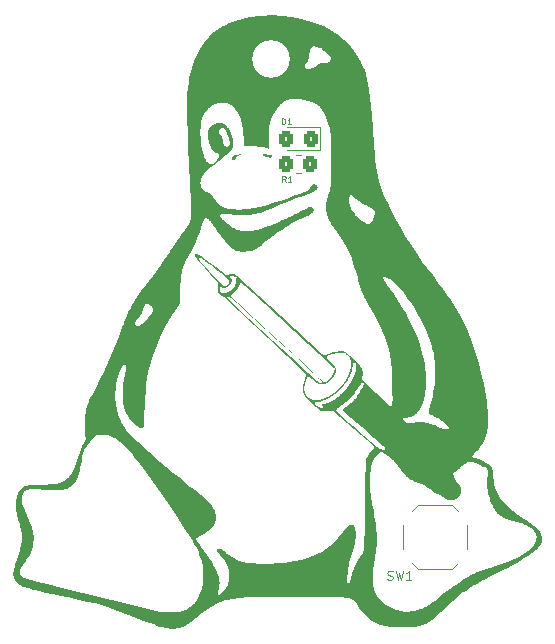
<source format=gbr>
%TF.GenerationSoftware,KiCad,Pcbnew,6.0.11-2627ca5db0~126~ubuntu20.04.1*%
%TF.CreationDate,2023-05-21T15:57:10+02:00*%
%TF.ProjectId,tux_badge,7475785f-6261-4646-9765-2e6b69636164,rev?*%
%TF.SameCoordinates,Original*%
%TF.FileFunction,Legend,Top*%
%TF.FilePolarity,Positive*%
%FSLAX46Y46*%
G04 Gerber Fmt 4.6, Leading zero omitted, Abs format (unit mm)*
G04 Created by KiCad (PCBNEW 6.0.11-2627ca5db0~126~ubuntu20.04.1) date 2023-05-21 15:57:10*
%MOMM*%
%LPD*%
G01*
G04 APERTURE LIST*
G04 Aperture macros list*
%AMRoundRect*
0 Rectangle with rounded corners*
0 $1 Rounding radius*
0 $2 $3 $4 $5 $6 $7 $8 $9 X,Y pos of 4 corners*
0 Add a 4 corners polygon primitive as box body*
4,1,4,$2,$3,$4,$5,$6,$7,$8,$9,$2,$3,0*
0 Add four circle primitives for the rounded corners*
1,1,$1+$1,$2,$3*
1,1,$1+$1,$4,$5*
1,1,$1+$1,$6,$7*
1,1,$1+$1,$8,$9*
0 Add four rect primitives between the rounded corners*
20,1,$1+$1,$2,$3,$4,$5,0*
20,1,$1+$1,$4,$5,$6,$7,0*
20,1,$1+$1,$6,$7,$8,$9,0*
20,1,$1+$1,$8,$9,$2,$3,0*%
G04 Aperture macros list end*
%ADD10C,0.000000*%
%ADD11C,0.100000*%
%ADD12C,0.120000*%
%ADD13C,3.200000*%
%ADD14RoundRect,0.250000X0.325000X0.450000X-0.325000X0.450000X-0.325000X-0.450000X0.325000X-0.450000X0*%
%ADD15RoundRect,0.250000X0.350000X0.450000X-0.350000X0.450000X-0.350000X-0.450000X0.350000X-0.450000X0*%
%ADD16R,1.800000X1.100000*%
G04 APERTURE END LIST*
D10*
G36*
X172637570Y-104063858D02*
G01*
X172579117Y-104149925D01*
X172574422Y-104154765D01*
X172591576Y-104127781D01*
X172653394Y-104038233D01*
X172637570Y-104063858D01*
G37*
G36*
X143293609Y-119310983D02*
G01*
X143309009Y-119247268D01*
X143326807Y-119177578D01*
X143346878Y-119102511D01*
X143393115Y-118938852D01*
X143446277Y-118761345D01*
X143505033Y-118574845D01*
X143568054Y-118384207D01*
X143654903Y-118120751D01*
X143731251Y-117873320D01*
X143797191Y-117640201D01*
X143852817Y-117419682D01*
X143898223Y-117210052D01*
X143933503Y-117009600D01*
X143958749Y-116816612D01*
X143974057Y-116629379D01*
X143979519Y-116446188D01*
X143975230Y-116265327D01*
X143961283Y-116085084D01*
X143937771Y-115903749D01*
X143904788Y-115719609D01*
X143862429Y-115530952D01*
X143810786Y-115336067D01*
X143749954Y-115133242D01*
X143675083Y-114885363D01*
X143642960Y-114769990D01*
X143614253Y-114659514D01*
X143588864Y-114553324D01*
X143566700Y-114450811D01*
X143547664Y-114351362D01*
X143531661Y-114254370D01*
X143518596Y-114159221D01*
X143508374Y-114065307D01*
X143500898Y-113972016D01*
X143496074Y-113878739D01*
X143493807Y-113784864D01*
X143494000Y-113689782D01*
X143496559Y-113592881D01*
X143501388Y-113493552D01*
X143508347Y-113392185D01*
X143517004Y-113296998D01*
X143527487Y-113207603D01*
X143539924Y-113123612D01*
X143554442Y-113044640D01*
X143571168Y-112970298D01*
X143590231Y-112900201D01*
X143611756Y-112833961D01*
X143635873Y-112771191D01*
X143662707Y-112711504D01*
X143692388Y-112654513D01*
X143725041Y-112599832D01*
X143760794Y-112547073D01*
X143799776Y-112495849D01*
X143842112Y-112445774D01*
X143887932Y-112396460D01*
X143948732Y-112334450D01*
X143976767Y-112306722D01*
X144003665Y-112281032D01*
X144029755Y-112257272D01*
X144055366Y-112235333D01*
X144080829Y-112215106D01*
X144106472Y-112196481D01*
X144132626Y-112179349D01*
X144159619Y-112163602D01*
X144187782Y-112149130D01*
X144217444Y-112135825D01*
X144248935Y-112123577D01*
X144282584Y-112112277D01*
X144318720Y-112101816D01*
X144357674Y-112092085D01*
X144445534Y-112074856D01*
X144548672Y-112060466D01*
X144669248Y-112048444D01*
X144809421Y-112038317D01*
X144971351Y-112029614D01*
X145157197Y-112021864D01*
X145609276Y-112007334D01*
X145874730Y-111998876D01*
X146113699Y-111989317D01*
X146328413Y-111978026D01*
X146521100Y-111964371D01*
X146693989Y-111947723D01*
X146849309Y-111927448D01*
X146921077Y-111915753D01*
X146989289Y-111902916D01*
X147054223Y-111888856D01*
X147116157Y-111873495D01*
X147175309Y-111856701D01*
X147231870Y-111838365D01*
X147286082Y-111818443D01*
X147338183Y-111796891D01*
X147388414Y-111773664D01*
X147437015Y-111748718D01*
X147484225Y-111722009D01*
X147530285Y-111693492D01*
X147575434Y-111663124D01*
X147619913Y-111630859D01*
X147663961Y-111596653D01*
X147707818Y-111560463D01*
X147751725Y-111522244D01*
X147795921Y-111481951D01*
X147840645Y-111439541D01*
X147886139Y-111394968D01*
X147945586Y-111334163D01*
X148001631Y-111273100D01*
X148054636Y-111211121D01*
X148104967Y-111147569D01*
X148152988Y-111081786D01*
X148199062Y-111013115D01*
X148243553Y-110940899D01*
X148286827Y-110864480D01*
X148329247Y-110783202D01*
X148371176Y-110696406D01*
X148412980Y-110603436D01*
X148455023Y-110503634D01*
X148541279Y-110280904D01*
X148632858Y-110022959D01*
X148692275Y-109850569D01*
X148734449Y-109729342D01*
X148762132Y-109650925D01*
X148778076Y-109606966D01*
X148778212Y-109606657D01*
X148778325Y-109606389D01*
X148778419Y-109606158D01*
X148778497Y-109605957D01*
X148778561Y-109605782D01*
X148778614Y-109605625D01*
X148778697Y-109605347D01*
X148778850Y-109604773D01*
X148778963Y-109604385D01*
X148779038Y-109604146D01*
X148779129Y-109603869D01*
X148780391Y-109601855D01*
X148781582Y-109599806D01*
X148782704Y-109597723D01*
X148783760Y-109595606D01*
X148784753Y-109593457D01*
X148785686Y-109591277D01*
X148786562Y-109589067D01*
X148787384Y-109586829D01*
X148896416Y-109223543D01*
X148913149Y-109171228D01*
X148959125Y-109038431D01*
X148991099Y-108953173D01*
X149028007Y-108861378D01*
X149069057Y-108767574D01*
X149090887Y-108721335D01*
X149113457Y-108676291D01*
X149122143Y-108660213D01*
X149131669Y-108643811D01*
X149152914Y-108609999D01*
X149176535Y-108574791D01*
X149201873Y-108538121D01*
X149228270Y-108499925D01*
X149255070Y-108460139D01*
X149281613Y-108418696D01*
X149294584Y-108397333D01*
X149307243Y-108375532D01*
X149319495Y-108353185D01*
X149331226Y-108330197D01*
X149342330Y-108306578D01*
X149352700Y-108282338D01*
X149362230Y-108257487D01*
X149370813Y-108232034D01*
X149378343Y-108205990D01*
X149384713Y-108179365D01*
X149389817Y-108152168D01*
X149393548Y-108124410D01*
X149395799Y-108096099D01*
X149396465Y-108067247D01*
X149395439Y-108037863D01*
X149392614Y-108007958D01*
X149387884Y-107977540D01*
X149381142Y-107946619D01*
X149363115Y-107862703D01*
X149349106Y-107773655D01*
X149338721Y-107680931D01*
X149331566Y-107585985D01*
X149327248Y-107490272D01*
X149325372Y-107395249D01*
X149325545Y-107302369D01*
X149327372Y-107213088D01*
X149334413Y-107051144D01*
X149343344Y-106921057D01*
X149354271Y-106803019D01*
X149354402Y-106801857D01*
X149354514Y-106800695D01*
X149354608Y-106799533D01*
X149354684Y-106798370D01*
X149354741Y-106797205D01*
X149354780Y-106796040D01*
X149354802Y-106794873D01*
X149354805Y-106793703D01*
X149357091Y-106386807D01*
X149361883Y-106211559D01*
X149370027Y-106051449D01*
X149382213Y-105903730D01*
X149399129Y-105765657D01*
X149421464Y-105634483D01*
X149449908Y-105507460D01*
X149485150Y-105381843D01*
X149527880Y-105254885D01*
X149578786Y-105123839D01*
X149638558Y-104985959D01*
X149707885Y-104838498D01*
X149787456Y-104678710D01*
X149937889Y-104391681D01*
X151893449Y-104391681D01*
X151893779Y-104493628D01*
X151896888Y-104594734D01*
X151902828Y-104696136D01*
X151911651Y-104798967D01*
X151923410Y-104904364D01*
X151938156Y-105013460D01*
X151976818Y-105247292D01*
X152028053Y-105509543D01*
X152079696Y-105741306D01*
X152107616Y-105852409D01*
X152137197Y-105960681D01*
X152168637Y-106066390D01*
X152202134Y-106169802D01*
X152237885Y-106271185D01*
X152276087Y-106370805D01*
X152316938Y-106468928D01*
X152360635Y-106565822D01*
X152407375Y-106661754D01*
X152457357Y-106756990D01*
X152510777Y-106851798D01*
X152567833Y-106946444D01*
X152628722Y-107041194D01*
X152693642Y-107136317D01*
X152762754Y-107232072D01*
X152836222Y-107328740D01*
X152997020Y-107525992D01*
X153177639Y-107730419D01*
X153379681Y-107944372D01*
X153604746Y-108170198D01*
X153854437Y-108410247D01*
X154130356Y-108666868D01*
X154434105Y-108942408D01*
X155082167Y-109520892D01*
X155678339Y-110045159D01*
X156233564Y-110524310D01*
X156758787Y-110967445D01*
X157264952Y-111383663D01*
X157763003Y-111782066D01*
X158263885Y-112171752D01*
X158778541Y-112561823D01*
X158995186Y-112727266D01*
X159096948Y-112807523D01*
X159194406Y-112886224D01*
X159287614Y-112963435D01*
X159376627Y-113039223D01*
X159461497Y-113113654D01*
X159542277Y-113186793D01*
X159619022Y-113258707D01*
X159691784Y-113329461D01*
X159760617Y-113399121D01*
X159825574Y-113467754D01*
X159886709Y-113535425D01*
X159944075Y-113602200D01*
X159997726Y-113668146D01*
X160047714Y-113733328D01*
X160094117Y-113797775D01*
X160137015Y-113861530D01*
X160176475Y-113924687D01*
X160212564Y-113987335D01*
X160245349Y-114049567D01*
X160274895Y-114111474D01*
X160301269Y-114173146D01*
X160324537Y-114234677D01*
X160344767Y-114296156D01*
X160362024Y-114357675D01*
X160376375Y-114419326D01*
X160387887Y-114481200D01*
X160396626Y-114543388D01*
X160402658Y-114605982D01*
X160406050Y-114669073D01*
X160406868Y-114732752D01*
X160406137Y-114780003D01*
X160404627Y-114825024D01*
X160402315Y-114867962D01*
X160399177Y-114908963D01*
X160395189Y-114948173D01*
X160390328Y-114985740D01*
X160384571Y-115021810D01*
X160377893Y-115056529D01*
X160370272Y-115090045D01*
X160361684Y-115122503D01*
X160352105Y-115154051D01*
X160341512Y-115184834D01*
X160329881Y-115215000D01*
X160317190Y-115244695D01*
X160303413Y-115274066D01*
X160288528Y-115303259D01*
X160255421Y-115360017D01*
X160214865Y-115419714D01*
X160167381Y-115481856D01*
X160113492Y-115545949D01*
X160053717Y-115611497D01*
X159988579Y-115678006D01*
X159918597Y-115744982D01*
X159844294Y-115811930D01*
X159766189Y-115878357D01*
X159684806Y-115943766D01*
X159600664Y-116007664D01*
X159514284Y-116069556D01*
X159426188Y-116128948D01*
X159336897Y-116185345D01*
X159246932Y-116238253D01*
X159156814Y-116287176D01*
X159106957Y-116313413D01*
X159060381Y-116338642D01*
X159017058Y-116362904D01*
X158976962Y-116386240D01*
X158940066Y-116408691D01*
X158906342Y-116430298D01*
X158875764Y-116451102D01*
X158848305Y-116471144D01*
X158835740Y-116480863D01*
X158823934Y-116490412D01*
X158818304Y-116495154D01*
X158812852Y-116499890D01*
X158807573Y-116504634D01*
X158802463Y-116509397D01*
X158797518Y-116514192D01*
X158792734Y-116519031D01*
X158788106Y-116523927D01*
X158783631Y-116528892D01*
X158779305Y-116533939D01*
X158775122Y-116539079D01*
X158771080Y-116544326D01*
X158767174Y-116549692D01*
X158763371Y-116555211D01*
X158759677Y-116560936D01*
X158757888Y-116563891D01*
X158756147Y-116566917D01*
X158754461Y-116570019D01*
X158752837Y-116573204D01*
X158751281Y-116576478D01*
X158749801Y-116579847D01*
X158748403Y-116583317D01*
X158747095Y-116586895D01*
X158745882Y-116590586D01*
X158744772Y-116594397D01*
X158743772Y-116598334D01*
X158742889Y-116602404D01*
X158742161Y-116606629D01*
X158741626Y-116611011D01*
X158741286Y-116615527D01*
X158741144Y-116620154D01*
X158741202Y-116624872D01*
X158741464Y-116629656D01*
X158741931Y-116634485D01*
X158742606Y-116639337D01*
X158743492Y-116644190D01*
X158744590Y-116649021D01*
X158745905Y-116653808D01*
X158747437Y-116658528D01*
X158749190Y-116663160D01*
X158751167Y-116667681D01*
X158753368Y-116672069D01*
X158755798Y-116676302D01*
X158764398Y-116689706D01*
X158775753Y-116706457D01*
X158806674Y-116750194D01*
X158901009Y-116879908D01*
X159031994Y-117058461D01*
X159184196Y-117263861D01*
X159438290Y-117609802D01*
X159667124Y-117932224D01*
X159871392Y-118232795D01*
X160051785Y-118513185D01*
X160133245Y-118646334D01*
X160208996Y-118775063D01*
X160279124Y-118899581D01*
X160343716Y-119020097D01*
X160402859Y-119136819D01*
X160456638Y-119249957D01*
X160505141Y-119359718D01*
X160548454Y-119466311D01*
X160586721Y-119569909D01*
X160620088Y-119670714D01*
X160648640Y-119768978D01*
X160672466Y-119864954D01*
X160691651Y-119958895D01*
X160706283Y-120051054D01*
X160716450Y-120141684D01*
X160722237Y-120231039D01*
X160723731Y-120319371D01*
X160721021Y-120406932D01*
X160714192Y-120493977D01*
X160703331Y-120580758D01*
X160688527Y-120667529D01*
X160669864Y-120754541D01*
X160647431Y-120842048D01*
X160621315Y-120930304D01*
X160609771Y-120967360D01*
X160599245Y-121002143D01*
X160589761Y-121034758D01*
X160581342Y-121065313D01*
X160574012Y-121093913D01*
X160567794Y-121120665D01*
X160562713Y-121145675D01*
X160558792Y-121169050D01*
X160557206Y-121180151D01*
X160555859Y-121190943D01*
X160554859Y-121201543D01*
X160554522Y-121206810D01*
X160554312Y-121212073D01*
X160554242Y-121217349D01*
X160554325Y-121222651D01*
X160554575Y-121227995D01*
X160555005Y-121233396D01*
X160555628Y-121238869D01*
X160556458Y-121244428D01*
X160557508Y-121250088D01*
X160558792Y-121255865D01*
X160560367Y-121261840D01*
X160561293Y-121264918D01*
X160562323Y-121268044D01*
X160563465Y-121271212D01*
X160564726Y-121274413D01*
X160566114Y-121277640D01*
X160567638Y-121280884D01*
X160569306Y-121284138D01*
X160571124Y-121287393D01*
X160573102Y-121290641D01*
X160575248Y-121293875D01*
X160577569Y-121297087D01*
X160580073Y-121300269D01*
X160582768Y-121303412D01*
X160585663Y-121306509D01*
X160588761Y-121309511D01*
X160592053Y-121312370D01*
X160595517Y-121315080D01*
X160599134Y-121317639D01*
X160602884Y-121320042D01*
X160606747Y-121322284D01*
X160610702Y-121324362D01*
X160614730Y-121326270D01*
X160618810Y-121328005D01*
X160622923Y-121329562D01*
X160627048Y-121330937D01*
X160631165Y-121332126D01*
X160635254Y-121333124D01*
X160639296Y-121333928D01*
X160643270Y-121334532D01*
X160647156Y-121334933D01*
X160650942Y-121335202D01*
X160654631Y-121335367D01*
X160661729Y-121335400D01*
X160668475Y-121335059D01*
X160674898Y-121334369D01*
X160681025Y-121333358D01*
X160686881Y-121332051D01*
X160692495Y-121330476D01*
X160697893Y-121328659D01*
X160703103Y-121326626D01*
X160708150Y-121324404D01*
X160713064Y-121322019D01*
X160717869Y-121319498D01*
X160722595Y-121316867D01*
X160727266Y-121314153D01*
X160736557Y-121308581D01*
X160745901Y-121302757D01*
X160755344Y-121296502D01*
X160764923Y-121289801D01*
X160774674Y-121282641D01*
X160784635Y-121275010D01*
X160794841Y-121266893D01*
X160805330Y-121258278D01*
X160816139Y-121249152D01*
X160838807Y-121229340D01*
X160862933Y-121207450D01*
X160888581Y-121183456D01*
X160915818Y-121157335D01*
X160944709Y-121129060D01*
X160975320Y-121098609D01*
X161041962Y-121031077D01*
X161118507Y-120947347D01*
X161189026Y-120859036D01*
X161253464Y-120766397D01*
X161311764Y-120669684D01*
X161363870Y-120569152D01*
X161409726Y-120465054D01*
X161449276Y-120357645D01*
X161482465Y-120247179D01*
X161509235Y-120133911D01*
X161529532Y-120018093D01*
X161543299Y-119899981D01*
X161550479Y-119779828D01*
X161551018Y-119657889D01*
X161544859Y-119534418D01*
X161531946Y-119409669D01*
X161512222Y-119283896D01*
X161492364Y-119184583D01*
X161469742Y-119088421D01*
X161444235Y-118995181D01*
X161415721Y-118904632D01*
X161384077Y-118816545D01*
X161349181Y-118730691D01*
X161310910Y-118646841D01*
X161269142Y-118564763D01*
X161223755Y-118484230D01*
X161174627Y-118405011D01*
X161121634Y-118326877D01*
X161064656Y-118249598D01*
X161003569Y-118172945D01*
X160938251Y-118096688D01*
X160868580Y-118020598D01*
X160794434Y-117944445D01*
X160758832Y-117908370D01*
X160725408Y-117873409D01*
X160694152Y-117839613D01*
X160665053Y-117807036D01*
X160638099Y-117775731D01*
X160613282Y-117745752D01*
X160590589Y-117717150D01*
X160570011Y-117689980D01*
X160551537Y-117664295D01*
X160535156Y-117640146D01*
X160520858Y-117617589D01*
X160508632Y-117596675D01*
X160498468Y-117577457D01*
X160490355Y-117559990D01*
X160484282Y-117544325D01*
X160480240Y-117530516D01*
X160478857Y-117524436D01*
X160478262Y-117521652D01*
X160477731Y-117519029D01*
X160477264Y-117516559D01*
X160476860Y-117514236D01*
X160476519Y-117512052D01*
X160476240Y-117510000D01*
X160476022Y-117508074D01*
X160475866Y-117506266D01*
X160475771Y-117504569D01*
X160475735Y-117502975D01*
X160475760Y-117501479D01*
X160475844Y-117500071D01*
X160475986Y-117498747D01*
X160476188Y-117497497D01*
X160476447Y-117496316D01*
X160476763Y-117495196D01*
X160477137Y-117494130D01*
X160477566Y-117493111D01*
X160478052Y-117492131D01*
X160478594Y-117491184D01*
X160479191Y-117490263D01*
X160479842Y-117489360D01*
X160480547Y-117488468D01*
X160481306Y-117487580D01*
X160482118Y-117486689D01*
X160482983Y-117485788D01*
X160484870Y-117483927D01*
X160486961Y-117481940D01*
X160489455Y-117479797D01*
X160492552Y-117477523D01*
X160496256Y-117475143D01*
X160500570Y-117472681D01*
X160505501Y-117470162D01*
X160511053Y-117467612D01*
X160517229Y-117465053D01*
X160524034Y-117462512D01*
X160531474Y-117460013D01*
X160539552Y-117457581D01*
X160548273Y-117455240D01*
X160557641Y-117453015D01*
X160567661Y-117450930D01*
X160578337Y-117449011D01*
X160589674Y-117447283D01*
X160601677Y-117445769D01*
X160625197Y-117443273D01*
X160647596Y-117441270D01*
X160669002Y-117439796D01*
X160689539Y-117438891D01*
X160709335Y-117438595D01*
X160728515Y-117438946D01*
X160747208Y-117439982D01*
X160765538Y-117441743D01*
X160783633Y-117444268D01*
X160801618Y-117447595D01*
X160819621Y-117451764D01*
X160837768Y-117456813D01*
X160856185Y-117462781D01*
X160874999Y-117469707D01*
X160894335Y-117477631D01*
X160914322Y-117486590D01*
X160935075Y-117496698D01*
X160956679Y-117508072D01*
X161002746Y-117534783D01*
X161053134Y-117567055D01*
X161108455Y-117605223D01*
X161169319Y-117649620D01*
X161236340Y-117700580D01*
X161310129Y-117758436D01*
X161391296Y-117823523D01*
X161537341Y-117938887D01*
X161677433Y-118043378D01*
X161813242Y-118137551D01*
X161946438Y-118221960D01*
X162078691Y-118297161D01*
X162211671Y-118363707D01*
X162347047Y-118422152D01*
X162486488Y-118473052D01*
X162631666Y-118516961D01*
X162784248Y-118554433D01*
X162945906Y-118586023D01*
X163118308Y-118612285D01*
X163303125Y-118633774D01*
X163502027Y-118651045D01*
X163716682Y-118664650D01*
X163948761Y-118675146D01*
X164225017Y-118682816D01*
X164504205Y-118685138D01*
X165066985Y-118674196D01*
X165628313Y-118643240D01*
X166179402Y-118593189D01*
X166711464Y-118524960D01*
X166967614Y-118484316D01*
X167215712Y-118439472D01*
X167454659Y-118390544D01*
X167683358Y-118337645D01*
X167900708Y-118280891D01*
X168105614Y-118220396D01*
X168342262Y-118142193D01*
X168567727Y-118059591D01*
X168782956Y-117971901D01*
X168988896Y-117878438D01*
X169186493Y-117778512D01*
X169376694Y-117671437D01*
X169560444Y-117556524D01*
X169738690Y-117433087D01*
X169912380Y-117300437D01*
X170082458Y-117157888D01*
X170249873Y-117004751D01*
X170415570Y-116840339D01*
X170580495Y-116663964D01*
X170745596Y-116474939D01*
X170911818Y-116272577D01*
X171080109Y-116056189D01*
X171140385Y-115978409D01*
X171199488Y-115905456D01*
X171257336Y-115837306D01*
X171313847Y-115773935D01*
X171368938Y-115715320D01*
X171422529Y-115661437D01*
X171474537Y-115612263D01*
X171524879Y-115567773D01*
X171573475Y-115527945D01*
X171620242Y-115492754D01*
X171665097Y-115462177D01*
X171707960Y-115436191D01*
X171748748Y-115414771D01*
X171787379Y-115397895D01*
X171823770Y-115385538D01*
X171841101Y-115381046D01*
X171857841Y-115377676D01*
X171873970Y-115375283D01*
X171889504Y-115373734D01*
X171904484Y-115373043D01*
X171918954Y-115373226D01*
X171932955Y-115374298D01*
X171946530Y-115376273D01*
X171953171Y-115377604D01*
X171959721Y-115379166D01*
X171966186Y-115380962D01*
X171972571Y-115382993D01*
X171978881Y-115385261D01*
X171985122Y-115387768D01*
X171997416Y-115393506D01*
X172009496Y-115400222D01*
X172021404Y-115407931D01*
X172033182Y-115416647D01*
X172044872Y-115426386D01*
X172056518Y-115437163D01*
X172068161Y-115448992D01*
X172079760Y-115461978D01*
X172091231Y-115476218D01*
X172102557Y-115491712D01*
X172113718Y-115508463D01*
X172124695Y-115526473D01*
X172135469Y-115545742D01*
X172146021Y-115566274D01*
X172156331Y-115588070D01*
X172166381Y-115611131D01*
X172176152Y-115635459D01*
X172185624Y-115661057D01*
X172194779Y-115687926D01*
X172203598Y-115716067D01*
X172212061Y-115745483D01*
X172220149Y-115776175D01*
X172227844Y-115808146D01*
X172242107Y-115878553D01*
X172252997Y-115951601D01*
X172260419Y-116027896D01*
X172264278Y-116108045D01*
X172264478Y-116192652D01*
X172260923Y-116282324D01*
X172253519Y-116377668D01*
X172242169Y-116479290D01*
X172226779Y-116587795D01*
X172207252Y-116703789D01*
X172155408Y-116960672D01*
X172085874Y-117254787D01*
X171997887Y-117590983D01*
X171887856Y-118000901D01*
X171797914Y-118348390D01*
X171725752Y-118644731D01*
X171669063Y-118901210D01*
X171625540Y-119129108D01*
X171592873Y-119339709D01*
X171568756Y-119544298D01*
X171550880Y-119754156D01*
X171546250Y-119821525D01*
X171542452Y-119883769D01*
X171539500Y-119941079D01*
X171537411Y-119993647D01*
X171536198Y-120041666D01*
X171535877Y-120085325D01*
X171536463Y-120124817D01*
X171537971Y-120160334D01*
X171539056Y-120176649D01*
X171540373Y-120192075D01*
X171541992Y-120206718D01*
X171543984Y-120220687D01*
X171545142Y-120227451D01*
X171546420Y-120234087D01*
X171547827Y-120240608D01*
X171549371Y-120247028D01*
X171551061Y-120253359D01*
X171552907Y-120259615D01*
X171554916Y-120265809D01*
X171557098Y-120271956D01*
X171559477Y-120278121D01*
X171562110Y-120284345D01*
X171563546Y-120287472D01*
X171565074Y-120290605D01*
X171566705Y-120293740D01*
X171568448Y-120296875D01*
X171570313Y-120300007D01*
X171572308Y-120303131D01*
X171574445Y-120306246D01*
X171576733Y-120309348D01*
X171579181Y-120312434D01*
X171581800Y-120315501D01*
X171584598Y-120318546D01*
X171587585Y-120321566D01*
X171590798Y-120324523D01*
X171594258Y-120327384D01*
X171597943Y-120330134D01*
X171601833Y-120332761D01*
X171605906Y-120335252D01*
X171610142Y-120337594D01*
X171614520Y-120339774D01*
X171619018Y-120341780D01*
X171623617Y-120343597D01*
X171628294Y-120345215D01*
X171633029Y-120346619D01*
X171637801Y-120347796D01*
X171642588Y-120348735D01*
X171647371Y-120349421D01*
X171652128Y-120349842D01*
X171656837Y-120349985D01*
X171662476Y-120349857D01*
X171667967Y-120349477D01*
X171673313Y-120348856D01*
X171678515Y-120348002D01*
X171683574Y-120346926D01*
X171688493Y-120345635D01*
X171693272Y-120344139D01*
X171697913Y-120342448D01*
X171702418Y-120340571D01*
X171706789Y-120338517D01*
X171711026Y-120336296D01*
X171715132Y-120333916D01*
X171719108Y-120331386D01*
X171722956Y-120328717D01*
X171726677Y-120325918D01*
X171730273Y-120322996D01*
X171737096Y-120316827D01*
X171743437Y-120310284D01*
X171749309Y-120303439D01*
X171754724Y-120296369D01*
X171759695Y-120289147D01*
X171764235Y-120281846D01*
X171768357Y-120274541D01*
X171772072Y-120267306D01*
X171775472Y-120260067D01*
X171778637Y-120252703D01*
X171781569Y-120245216D01*
X171784269Y-120237607D01*
X171786741Y-120229879D01*
X171788986Y-120222035D01*
X171791006Y-120214075D01*
X171792805Y-120206002D01*
X171794383Y-120197818D01*
X171795744Y-120189525D01*
X171796889Y-120181126D01*
X171797821Y-120172621D01*
X171798542Y-120164014D01*
X171799054Y-120155305D01*
X171799360Y-120146498D01*
X171799461Y-120137595D01*
X171800234Y-120117744D01*
X171802525Y-120093174D01*
X171806295Y-120064282D01*
X171811506Y-120031465D01*
X171818118Y-119995120D01*
X171826092Y-119955643D01*
X171835389Y-119913430D01*
X171845970Y-119868880D01*
X171870603Y-119773563D01*
X171899315Y-119671167D01*
X171931586Y-119563499D01*
X171966896Y-119452368D01*
X172004732Y-119339462D01*
X172044515Y-119226456D01*
X172085625Y-119115133D01*
X172127440Y-119007278D01*
X172169342Y-118904674D01*
X172210708Y-118809107D01*
X172250918Y-118722359D01*
X172289352Y-118646216D01*
X172333265Y-118566560D01*
X172382152Y-118482978D01*
X172434203Y-118398191D01*
X172487604Y-118314921D01*
X172540544Y-118235887D01*
X172591210Y-118163812D01*
X172637791Y-118101416D01*
X172658983Y-118074698D01*
X172678474Y-118051420D01*
X172712187Y-118011888D01*
X172742885Y-117974149D01*
X172757141Y-117955675D01*
X172770691Y-117937317D01*
X172783549Y-117918963D01*
X172795731Y-117900503D01*
X172807252Y-117881825D01*
X172818128Y-117862819D01*
X172828375Y-117843374D01*
X172838008Y-117823378D01*
X172847042Y-117802721D01*
X172855494Y-117781292D01*
X172863379Y-117758980D01*
X172870712Y-117735674D01*
X172883962Y-117685902D01*
X172895716Y-117631163D01*
X172906350Y-117570281D01*
X172916243Y-117502083D01*
X172925775Y-117425392D01*
X172935322Y-117339033D01*
X172955978Y-117132612D01*
X172969911Y-116930588D01*
X172984221Y-116615435D01*
X172998622Y-116201658D01*
X173012825Y-115703760D01*
X173039085Y-114519271D01*
X173059853Y-113192286D01*
X173074101Y-112051874D01*
X173486464Y-112051874D01*
X173489692Y-112315942D01*
X173497839Y-112542442D01*
X173504204Y-112646530D01*
X173512335Y-112747135D01*
X173522411Y-112846229D01*
X173534611Y-112945782D01*
X173566097Y-113154142D01*
X173608224Y-113387976D01*
X173662422Y-113663046D01*
X173763149Y-114171621D01*
X173844179Y-114604312D01*
X173907403Y-114975234D01*
X173954712Y-115298498D01*
X173987996Y-115588219D01*
X173999969Y-115724910D01*
X174009146Y-115858508D01*
X174020052Y-116123480D01*
X174022606Y-116397246D01*
X174022606Y-116397772D01*
X174028275Y-116668550D01*
X174028390Y-116905292D01*
X174025733Y-117019331D01*
X174020492Y-117119177D01*
X174014711Y-117182185D01*
X174007095Y-117244990D01*
X173998068Y-117307639D01*
X173988054Y-117370178D01*
X173966756Y-117495115D01*
X173956319Y-117557606D01*
X173946587Y-117620177D01*
X173872681Y-118121176D01*
X173775528Y-118806925D01*
X173737479Y-119097688D01*
X173708948Y-119369425D01*
X173698380Y-119498588D01*
X173690344Y-119623509D01*
X173684893Y-119744359D01*
X173682077Y-119861309D01*
X173681948Y-119974532D01*
X173684556Y-120084197D01*
X173689952Y-120190478D01*
X173698188Y-120293544D01*
X173709315Y-120393567D01*
X173723384Y-120490720D01*
X173740445Y-120585172D01*
X173760551Y-120677096D01*
X173783774Y-120766604D01*
X173810166Y-120853801D01*
X173839750Y-120938840D01*
X173872547Y-121021876D01*
X173908581Y-121103065D01*
X173947872Y-121182559D01*
X173990444Y-121260515D01*
X174036318Y-121337086D01*
X174085516Y-121412427D01*
X174138061Y-121486693D01*
X174193974Y-121560039D01*
X174253277Y-121632618D01*
X174315994Y-121704585D01*
X174382145Y-121776096D01*
X174451754Y-121847304D01*
X174524841Y-121918364D01*
X174669466Y-122048039D01*
X174818499Y-122166668D01*
X174971828Y-122274229D01*
X175129338Y-122370698D01*
X175290914Y-122456052D01*
X175456443Y-122530269D01*
X175625810Y-122593324D01*
X175798901Y-122645195D01*
X175975603Y-122685858D01*
X176155800Y-122715292D01*
X176339379Y-122733471D01*
X176526225Y-122740373D01*
X176716225Y-122735976D01*
X176909263Y-122720256D01*
X177105227Y-122693189D01*
X177304001Y-122654753D01*
X177423540Y-122626730D01*
X177538614Y-122596135D01*
X177650243Y-122562408D01*
X177759450Y-122524991D01*
X177867255Y-122483324D01*
X177974680Y-122436847D01*
X178082746Y-122385002D01*
X178192474Y-122327230D01*
X178304887Y-122262970D01*
X178421005Y-122191664D01*
X178541850Y-122112752D01*
X178668443Y-122025675D01*
X178801805Y-121929874D01*
X178942959Y-121824789D01*
X179252724Y-121584532D01*
X179750446Y-121194121D01*
X180196707Y-120852366D01*
X180597747Y-120554888D01*
X180959804Y-120297311D01*
X181289117Y-120075256D01*
X181443445Y-119976181D01*
X181591926Y-119884346D01*
X181735342Y-119799202D01*
X181874471Y-119720204D01*
X182010094Y-119646802D01*
X182142990Y-119578451D01*
X182177603Y-119562423D01*
X182227544Y-119541256D01*
X182368711Y-119485372D01*
X182557082Y-119414534D01*
X182783249Y-119332472D01*
X183039267Y-119242185D01*
X183318506Y-119145920D01*
X183613564Y-119046297D01*
X183917038Y-118945933D01*
X184534389Y-118739466D01*
X184807245Y-118644263D01*
X185058232Y-118553464D01*
X185288855Y-118466356D01*
X185500622Y-118382228D01*
X185695040Y-118300366D01*
X185873615Y-118220059D01*
X186037855Y-118140594D01*
X186189266Y-118061258D01*
X186329356Y-117981341D01*
X186459630Y-117900129D01*
X186581597Y-117816909D01*
X186696763Y-117730971D01*
X186806635Y-117641601D01*
X186912720Y-117548086D01*
X186966462Y-117498024D01*
X187017954Y-117448258D01*
X187067190Y-117398783D01*
X187114166Y-117349588D01*
X187158876Y-117300666D01*
X187201316Y-117252007D01*
X187241481Y-117203605D01*
X187279365Y-117155450D01*
X187314965Y-117107534D01*
X187348274Y-117059849D01*
X187379288Y-117012386D01*
X187408001Y-116965136D01*
X187434410Y-116918092D01*
X187458509Y-116871245D01*
X187480292Y-116824587D01*
X187499756Y-116778109D01*
X187516846Y-116731774D01*
X187531497Y-116685571D01*
X187543704Y-116639537D01*
X187553465Y-116593703D01*
X187560773Y-116548104D01*
X187565625Y-116502773D01*
X187568016Y-116457746D01*
X187567942Y-116413054D01*
X187565398Y-116368733D01*
X187560380Y-116324816D01*
X187552884Y-116281336D01*
X187542905Y-116238329D01*
X187530439Y-116195827D01*
X187515481Y-116153864D01*
X187498027Y-116112474D01*
X187478073Y-116071692D01*
X187431120Y-115992054D01*
X187375097Y-115914983D01*
X187310033Y-115840433D01*
X187235957Y-115768357D01*
X187152896Y-115698712D01*
X187060880Y-115631451D01*
X186959936Y-115566530D01*
X186850094Y-115503902D01*
X186731381Y-115443523D01*
X186603827Y-115385347D01*
X186467459Y-115329329D01*
X186322307Y-115275424D01*
X186168398Y-115223585D01*
X186005762Y-115173769D01*
X185834426Y-115125929D01*
X185654419Y-115080019D01*
X185462746Y-115030916D01*
X185372711Y-115005938D01*
X185286375Y-114980567D01*
X185203608Y-114954724D01*
X185124283Y-114928325D01*
X185048272Y-114901290D01*
X184975447Y-114873538D01*
X184905680Y-114844988D01*
X184838844Y-114815559D01*
X184774810Y-114785168D01*
X184713451Y-114753736D01*
X184654638Y-114721181D01*
X184598245Y-114687421D01*
X184544142Y-114652377D01*
X184492203Y-114615965D01*
X184442232Y-114578079D01*
X184394035Y-114538595D01*
X184347487Y-114497405D01*
X184302465Y-114454404D01*
X184258847Y-114409483D01*
X184216508Y-114362537D01*
X184175327Y-114313458D01*
X184135179Y-114262139D01*
X184095943Y-114208474D01*
X184057493Y-114152355D01*
X184019708Y-114093676D01*
X183982465Y-114032330D01*
X183945640Y-113968210D01*
X183909109Y-113901208D01*
X183872751Y-113831219D01*
X183836441Y-113758135D01*
X183744117Y-113556824D01*
X183664128Y-113358767D01*
X183595794Y-113164083D01*
X183538432Y-112972888D01*
X183491359Y-112785299D01*
X183453895Y-112601435D01*
X183425356Y-112421413D01*
X183405062Y-112245349D01*
X183392329Y-112073362D01*
X183386476Y-111905568D01*
X183386821Y-111742086D01*
X183392681Y-111583032D01*
X183403376Y-111428524D01*
X183418222Y-111278679D01*
X183436538Y-111133615D01*
X183457642Y-110993449D01*
X183441133Y-110862011D01*
X183425694Y-110758736D01*
X183418115Y-110716580D01*
X183410491Y-110680169D01*
X183402717Y-110649072D01*
X183394690Y-110622856D01*
X183386305Y-110601091D01*
X183377458Y-110583344D01*
X183368045Y-110569183D01*
X183357961Y-110558177D01*
X183347104Y-110549894D01*
X183335367Y-110543902D01*
X183322648Y-110539769D01*
X183308842Y-110537064D01*
X183240663Y-110531884D01*
X183197343Y-110526633D01*
X183173011Y-110521832D01*
X183146758Y-110515004D01*
X183118481Y-110505717D01*
X183088075Y-110493540D01*
X183055437Y-110478042D01*
X183020461Y-110458789D01*
X182983044Y-110435352D01*
X182943081Y-110407297D01*
X182900469Y-110374193D01*
X182867509Y-110346160D01*
X182844122Y-110335608D01*
X182855102Y-110335608D01*
X182867509Y-110346160D01*
X182877280Y-110350568D01*
X182913462Y-110366748D01*
X182855102Y-110335608D01*
X182844122Y-110335608D01*
X182767874Y-110301205D01*
X182606562Y-110232794D01*
X182414660Y-110159470D01*
X182313900Y-110125384D01*
X182213486Y-110095371D01*
X182116084Y-110071199D01*
X182024357Y-110054633D01*
X181940972Y-110047441D01*
X181903239Y-110047912D01*
X181868591Y-110051390D01*
X181868561Y-110051390D01*
X181823025Y-110062426D01*
X181777701Y-110076037D01*
X181732629Y-110092053D01*
X181687849Y-110110301D01*
X181643401Y-110130610D01*
X181599327Y-110152810D01*
X181555666Y-110176727D01*
X181512459Y-110202192D01*
X181469746Y-110229032D01*
X181427567Y-110257077D01*
X181385964Y-110286154D01*
X181344976Y-110316092D01*
X181265009Y-110377867D01*
X181187988Y-110441031D01*
X181150648Y-110472777D01*
X181114139Y-110504491D01*
X181044013Y-110567081D01*
X180978409Y-110627311D01*
X180918125Y-110683695D01*
X180816710Y-110778970D01*
X180777176Y-110814887D01*
X180760551Y-110829264D01*
X180746155Y-110841006D01*
X180681688Y-110890713D01*
X180653865Y-110912184D01*
X180628714Y-110932141D01*
X180617077Y-110941725D01*
X180606033Y-110951138D01*
X180595557Y-110960450D01*
X180585623Y-110969731D01*
X180576207Y-110979049D01*
X180567283Y-110988473D01*
X180558826Y-110998075D01*
X180550812Y-111007921D01*
X180546972Y-111013026D01*
X180543265Y-111018337D01*
X180539706Y-111023843D01*
X180536312Y-111029533D01*
X180533101Y-111035392D01*
X180530089Y-111041411D01*
X180527293Y-111047576D01*
X180524731Y-111053875D01*
X180522418Y-111060297D01*
X180520372Y-111066829D01*
X180518610Y-111073459D01*
X180517149Y-111080175D01*
X180516005Y-111086965D01*
X180515196Y-111093816D01*
X180514738Y-111100718D01*
X180514648Y-111107657D01*
X180514898Y-111114533D01*
X180515436Y-111121260D01*
X180516247Y-111127843D01*
X180517316Y-111134292D01*
X180518627Y-111140613D01*
X180520165Y-111146812D01*
X180521914Y-111152899D01*
X180523859Y-111158879D01*
X180525984Y-111164761D01*
X180528275Y-111170550D01*
X180530715Y-111176256D01*
X180533289Y-111181885D01*
X180535981Y-111187444D01*
X180538777Y-111192940D01*
X180544617Y-111203776D01*
X180549807Y-111213581D01*
X180555284Y-111224812D01*
X180566847Y-111250873D01*
X180578811Y-111280603D01*
X180590681Y-111312646D01*
X180601961Y-111345647D01*
X180612155Y-111378249D01*
X180620768Y-111409097D01*
X180627304Y-111436835D01*
X180630234Y-111449369D01*
X180633773Y-111461911D01*
X180637904Y-111474492D01*
X180642610Y-111487140D01*
X180647875Y-111499885D01*
X180653681Y-111512756D01*
X180660013Y-111525783D01*
X180666853Y-111538996D01*
X180681992Y-111566095D01*
X180698966Y-111594289D01*
X180717641Y-111623816D01*
X180737884Y-111654909D01*
X180759590Y-111687324D01*
X180782649Y-111720508D01*
X180806918Y-111754244D01*
X180832258Y-111788316D01*
X180858527Y-111822507D01*
X180885584Y-111856601D01*
X180913288Y-111890380D01*
X180941498Y-111923628D01*
X180985670Y-111975143D01*
X181024141Y-112020935D01*
X181057251Y-112061618D01*
X181071903Y-112080236D01*
X181085344Y-112097807D01*
X181097617Y-112114409D01*
X181108763Y-112130117D01*
X181118827Y-112145009D01*
X181127851Y-112159162D01*
X181135878Y-112172651D01*
X181142950Y-112185556D01*
X181149111Y-112197951D01*
X181154404Y-112209914D01*
X181158980Y-112222234D01*
X181162968Y-112235581D01*
X181166396Y-112249847D01*
X181169287Y-112264925D01*
X181171668Y-112280709D01*
X181173564Y-112297092D01*
X181175000Y-112313966D01*
X181176002Y-112331226D01*
X181176808Y-112366475D01*
X181176183Y-112401984D01*
X181174334Y-112436899D01*
X181171463Y-112470366D01*
X181171463Y-112470364D01*
X181171462Y-112470363D01*
X181171462Y-112470362D01*
X181171460Y-112470362D01*
X181171459Y-112470361D01*
X181171458Y-112470361D01*
X181171456Y-112470360D01*
X181171453Y-112470359D01*
X181171448Y-112470358D01*
X181164519Y-112533969D01*
X181156161Y-112598054D01*
X181145668Y-112662035D01*
X181139400Y-112693807D01*
X181132334Y-112725336D01*
X181124380Y-112756550D01*
X181115452Y-112787378D01*
X181105461Y-112817747D01*
X181094318Y-112847585D01*
X181081936Y-112876819D01*
X181068225Y-112905378D01*
X181053099Y-112933189D01*
X181036468Y-112960181D01*
X181019668Y-112984669D01*
X181001788Y-113008558D01*
X180982879Y-113031807D01*
X180962996Y-113054378D01*
X180942190Y-113076229D01*
X180920516Y-113097323D01*
X180898026Y-113117620D01*
X180874773Y-113137080D01*
X180850810Y-113155664D01*
X180826189Y-113173332D01*
X180800965Y-113190045D01*
X180775189Y-113205764D01*
X180748915Y-113220449D01*
X180722196Y-113234061D01*
X180695084Y-113246560D01*
X180667633Y-113257906D01*
X180649144Y-113264402D01*
X180630363Y-113269678D01*
X180611321Y-113273846D01*
X180592046Y-113277017D01*
X180572569Y-113279304D01*
X180552919Y-113280818D01*
X180533126Y-113281671D01*
X180513220Y-113281976D01*
X180353439Y-113278067D01*
X180279267Y-113279279D01*
X180240804Y-113279754D01*
X180202660Y-113279603D01*
X180165759Y-113278420D01*
X180148066Y-113277314D01*
X180131030Y-113275799D01*
X180114770Y-113273824D01*
X180099399Y-113271337D01*
X180085035Y-113268289D01*
X180071792Y-113264628D01*
X180059078Y-113260347D01*
X180046166Y-113255454D01*
X180032981Y-113249915D01*
X180019449Y-113243696D01*
X180005498Y-113236765D01*
X179991051Y-113229087D01*
X179960379Y-113211359D01*
X179926838Y-113190245D01*
X179889838Y-113165477D01*
X179848784Y-113136788D01*
X179803085Y-113103911D01*
X179738220Y-113058764D01*
X179668355Y-113013624D01*
X179595345Y-112969548D01*
X179521047Y-112927593D01*
X179447315Y-112888816D01*
X179376006Y-112854273D01*
X179341839Y-112838920D01*
X179308975Y-112825021D01*
X179277643Y-112812710D01*
X179248077Y-112802119D01*
X179224273Y-112793388D01*
X179197458Y-112782340D01*
X179136170Y-112754028D01*
X179066959Y-112718657D01*
X178992575Y-112677696D01*
X178915763Y-112632619D01*
X178839272Y-112584898D01*
X178765849Y-112536004D01*
X178698242Y-112487410D01*
X178412809Y-112273483D01*
X178177856Y-112098803D01*
X178153447Y-112081569D01*
X178127049Y-112064313D01*
X178098869Y-112047120D01*
X178069112Y-112030075D01*
X178037982Y-112013266D01*
X178005686Y-111996776D01*
X177938413Y-111965100D01*
X177868934Y-111935731D01*
X177798891Y-111909356D01*
X177764172Y-111897505D01*
X177729926Y-111886660D01*
X177696361Y-111876905D01*
X177663681Y-111868326D01*
X177539115Y-111834059D01*
X177417360Y-111793533D01*
X177298226Y-111746580D01*
X177181525Y-111693031D01*
X177067067Y-111632718D01*
X176954663Y-111565472D01*
X176844125Y-111491125D01*
X176735263Y-111409508D01*
X176627888Y-111320451D01*
X176521811Y-111223788D01*
X176416844Y-111119348D01*
X176312797Y-111006965D01*
X176209481Y-110886468D01*
X176106708Y-110757689D01*
X176004287Y-110620460D01*
X175902031Y-110474612D01*
X175852323Y-110402547D01*
X175804123Y-110334759D01*
X175756986Y-110270786D01*
X175710471Y-110210167D01*
X175664134Y-110152441D01*
X175617533Y-110097147D01*
X175570224Y-110043823D01*
X175521766Y-109992008D01*
X175471714Y-109941241D01*
X175419627Y-109891061D01*
X175365060Y-109841007D01*
X175307573Y-109790617D01*
X175246721Y-109739430D01*
X175182062Y-109686985D01*
X175039551Y-109576475D01*
X175065323Y-109593802D01*
X175076182Y-109599750D01*
X175073586Y-109595649D01*
X175058991Y-109582826D01*
X174999634Y-109536332D01*
X174909767Y-109470897D01*
X174801048Y-109397149D01*
X174743261Y-109360478D01*
X174685132Y-109325716D01*
X174628119Y-109294189D01*
X174573677Y-109267227D01*
X174523266Y-109246157D01*
X174478340Y-109232310D01*
X174478348Y-109232308D01*
X174478356Y-109232307D01*
X174478370Y-109232306D01*
X174478388Y-109232303D01*
X174478391Y-109232303D01*
X174478393Y-109232302D01*
X174464631Y-109230673D01*
X174450930Y-109229802D01*
X174437303Y-109229665D01*
X174423761Y-109230242D01*
X174410317Y-109231512D01*
X174396982Y-109233452D01*
X174383768Y-109236041D01*
X174370686Y-109239259D01*
X174357748Y-109243082D01*
X174344966Y-109247490D01*
X174332351Y-109252461D01*
X174319916Y-109257975D01*
X174307671Y-109264008D01*
X174295630Y-109270540D01*
X174283803Y-109277549D01*
X174272201Y-109285013D01*
X174260756Y-109292893D01*
X174249364Y-109301160D01*
X174237998Y-109309814D01*
X174226626Y-109318853D01*
X174203747Y-109338085D01*
X174180491Y-109358850D01*
X174156620Y-109381141D01*
X174131895Y-109404950D01*
X174078934Y-109457094D01*
X174036046Y-109500517D01*
X173995057Y-109544201D01*
X173955938Y-109588298D01*
X173918664Y-109632958D01*
X173883209Y-109678330D01*
X173849544Y-109724565D01*
X173817645Y-109771813D01*
X173787483Y-109820224D01*
X173759033Y-109869948D01*
X173732269Y-109921135D01*
X173707162Y-109973934D01*
X173683688Y-110028497D01*
X173661818Y-110084973D01*
X173641528Y-110143513D01*
X173622789Y-110204266D01*
X173605575Y-110267382D01*
X173575386Y-110401241D01*
X173550388Y-110546381D01*
X173530174Y-110704237D01*
X173514341Y-110876243D01*
X173502485Y-111063835D01*
X173494199Y-111268448D01*
X173489081Y-111491517D01*
X173486725Y-111734476D01*
X173486464Y-112051874D01*
X173074101Y-112051874D01*
X173100677Y-109924784D01*
X173245369Y-109618342D01*
X173261069Y-109586134D01*
X173278531Y-109552332D01*
X173317912Y-109481201D01*
X173361857Y-109407462D01*
X173408712Y-109333629D01*
X173456821Y-109262215D01*
X173504528Y-109195734D01*
X173527714Y-109165129D01*
X173550179Y-109136700D01*
X173571715Y-109110761D01*
X173592117Y-109087626D01*
X173801407Y-108858698D01*
X173803994Y-108855716D01*
X173806398Y-108852639D01*
X173808622Y-108849474D01*
X173810664Y-108846228D01*
X173812525Y-108842909D01*
X173814205Y-108839523D01*
X173815705Y-108836077D01*
X173817026Y-108832577D01*
X173818167Y-108829032D01*
X173819129Y-108825448D01*
X173819912Y-108821831D01*
X173820517Y-108818189D01*
X173820944Y-108814528D01*
X173821193Y-108810856D01*
X173821265Y-108807180D01*
X173821160Y-108803506D01*
X173820879Y-108799841D01*
X173820421Y-108796192D01*
X173819787Y-108792567D01*
X173818978Y-108788972D01*
X173817994Y-108785413D01*
X173816835Y-108781899D01*
X173815502Y-108778436D01*
X173813995Y-108775030D01*
X173812314Y-108771689D01*
X173810460Y-108768420D01*
X173808433Y-108765229D01*
X173806233Y-108762124D01*
X173803861Y-108759111D01*
X173801317Y-108756198D01*
X173798602Y-108753390D01*
X173795715Y-108750696D01*
X172076439Y-107243811D01*
X170357681Y-105737959D01*
X170355043Y-105735722D01*
X170352315Y-105733616D01*
X170349504Y-105731641D01*
X170346613Y-105729801D01*
X170343648Y-105728097D01*
X170340614Y-105726530D01*
X170337516Y-105725103D01*
X170334358Y-105723817D01*
X170331146Y-105722674D01*
X170327885Y-105721676D01*
X170324579Y-105720825D01*
X170321233Y-105720122D01*
X170317853Y-105719570D01*
X170314444Y-105719169D01*
X170311010Y-105718923D01*
X170307556Y-105718832D01*
X169284881Y-105718832D01*
X169228189Y-105672844D01*
X170618707Y-105672844D01*
X170618904Y-105678818D01*
X170619541Y-105685189D01*
X170620661Y-105691979D01*
X170622307Y-105699210D01*
X170622307Y-105699740D01*
X170623184Y-105702951D01*
X170624053Y-105705965D01*
X170624915Y-105708789D01*
X170625771Y-105711432D01*
X170626619Y-105713902D01*
X170627462Y-105716209D01*
X170628299Y-105718360D01*
X170629131Y-105720364D01*
X170629958Y-105722229D01*
X170630781Y-105723963D01*
X170631600Y-105725576D01*
X170632416Y-105727076D01*
X170633228Y-105728470D01*
X170634038Y-105729768D01*
X170634846Y-105730978D01*
X170635652Y-105732108D01*
X170636456Y-105733167D01*
X170637260Y-105734163D01*
X170638866Y-105736001D01*
X170640474Y-105737689D01*
X170642087Y-105739295D01*
X170645342Y-105742531D01*
X170646991Y-105744296D01*
X170648659Y-105746249D01*
X170652142Y-105750459D01*
X170655820Y-105754748D01*
X170659698Y-105759138D01*
X170663781Y-105763654D01*
X170672579Y-105773158D01*
X170682251Y-105783453D01*
X170704352Y-105806558D01*
X170730169Y-105832824D01*
X170759674Y-105862181D01*
X170792839Y-105894560D01*
X170869740Y-105968097D01*
X170959762Y-106052646D01*
X171061796Y-106147295D01*
X171174728Y-106251128D01*
X171428884Y-106482408D01*
X171713353Y-106738495D01*
X172337448Y-107293440D01*
X172975016Y-107852445D01*
X173276286Y-108113547D01*
X173553909Y-108351774D01*
X173681051Y-108459822D01*
X173798925Y-108559183D01*
X173906429Y-108648890D01*
X174002457Y-108727976D01*
X174085399Y-108795231D01*
X174121730Y-108824189D01*
X174154723Y-108850016D01*
X174184444Y-108872701D01*
X174210960Y-108892229D01*
X174234336Y-108908587D01*
X174254639Y-108921763D01*
X174272913Y-108932763D01*
X174291222Y-108943262D01*
X174309541Y-108953253D01*
X174327845Y-108962730D01*
X174346110Y-108971690D01*
X174364309Y-108980125D01*
X174382420Y-108988030D01*
X174400416Y-108995400D01*
X174418274Y-109002229D01*
X174435968Y-109008511D01*
X174453473Y-109014242D01*
X174470766Y-109019414D01*
X174487820Y-109024024D01*
X174504612Y-109028065D01*
X174521116Y-109031532D01*
X174537308Y-109034418D01*
X174553177Y-109036778D01*
X174568769Y-109038577D01*
X174576479Y-109039229D01*
X174584142Y-109039694D01*
X174591764Y-109039959D01*
X174599355Y-109040008D01*
X174606920Y-109039825D01*
X174614467Y-109039396D01*
X174622003Y-109038706D01*
X174629536Y-109037738D01*
X174637073Y-109036478D01*
X174644622Y-109034911D01*
X174652189Y-109033022D01*
X174659782Y-109030794D01*
X174663603Y-109029539D01*
X174667448Y-109028168D01*
X174671309Y-109026676D01*
X174675179Y-109025056D01*
X174679048Y-109023300D01*
X174682909Y-109021402D01*
X174686753Y-109019355D01*
X174690572Y-109017152D01*
X174694357Y-109014785D01*
X174698100Y-109012249D01*
X174701793Y-109009536D01*
X174705428Y-109006639D01*
X174708996Y-109003551D01*
X174712489Y-109000266D01*
X174715898Y-108996776D01*
X174719215Y-108993075D01*
X174722397Y-108989166D01*
X174725399Y-108985069D01*
X174728219Y-108980802D01*
X174730852Y-108976384D01*
X174733294Y-108971832D01*
X174735544Y-108967165D01*
X174737595Y-108962401D01*
X174739447Y-108957557D01*
X174741093Y-108952653D01*
X174742532Y-108947706D01*
X174743759Y-108942734D01*
X174744771Y-108937756D01*
X174745565Y-108932789D01*
X174746136Y-108927853D01*
X174746481Y-108922965D01*
X174746597Y-108918143D01*
X174746461Y-108916219D01*
X174746101Y-108911879D01*
X174745593Y-108906795D01*
X174745306Y-108904496D01*
X174745010Y-108902640D01*
X174744870Y-108901862D01*
X174744717Y-108901104D01*
X174744552Y-108900368D01*
X174744376Y-108899651D01*
X174744191Y-108898952D01*
X174743998Y-108898272D01*
X174743594Y-108896962D01*
X174743174Y-108895716D01*
X174742748Y-108894528D01*
X174741920Y-108892298D01*
X174741210Y-108890242D01*
X174740523Y-108888334D01*
X174739858Y-108886563D01*
X174739212Y-108884919D01*
X174738581Y-108883390D01*
X174737964Y-108881966D01*
X174737356Y-108880634D01*
X174736755Y-108879385D01*
X174736125Y-108878202D01*
X174735500Y-108877070D01*
X174734881Y-108875986D01*
X174734269Y-108874948D01*
X174733063Y-108872994D01*
X174731884Y-108871186D01*
X174730732Y-108869498D01*
X174729608Y-108867906D01*
X174727447Y-108864912D01*
X174725332Y-108862033D01*
X174723206Y-108859233D01*
X174721052Y-108856487D01*
X174718857Y-108853770D01*
X174716604Y-108851057D01*
X174714279Y-108848322D01*
X174711866Y-108845541D01*
X174709350Y-108842688D01*
X174704008Y-108836749D01*
X174698243Y-108830506D01*
X174685432Y-108817047D01*
X174670888Y-108802197D01*
X174654579Y-108785841D01*
X174616691Y-108748638D01*
X174572061Y-108705805D01*
X174521017Y-108657645D01*
X174463890Y-108604460D01*
X174333145Y-108484535D01*
X174183505Y-108349383D01*
X174018511Y-108202371D01*
X173841705Y-108046870D01*
X172753775Y-107092695D01*
X171886269Y-106324496D01*
X171557354Y-106029750D01*
X171422974Y-105908189D01*
X171310081Y-105805147D01*
X171262009Y-105760864D01*
X171219744Y-105721600D01*
X171183500Y-105687549D01*
X171153496Y-105658903D01*
X171151561Y-105657023D01*
X171149876Y-105655355D01*
X171146975Y-105652418D01*
X171144233Y-105649620D01*
X171142747Y-105648126D01*
X171141090Y-105646490D01*
X171151476Y-105636244D01*
X171162478Y-105625557D01*
X171168511Y-105619863D01*
X171175059Y-105613839D01*
X171182241Y-105607409D01*
X171190178Y-105600500D01*
X171215017Y-105579562D01*
X171242339Y-105557237D01*
X171271932Y-105533701D01*
X171303582Y-105509135D01*
X171337077Y-105483716D01*
X171372202Y-105457624D01*
X171408746Y-105431036D01*
X171446495Y-105404131D01*
X171488468Y-105373665D01*
X171532633Y-105339982D01*
X171626158Y-105264272D01*
X171724313Y-105179608D01*
X171824342Y-105088596D01*
X171923487Y-104993843D01*
X172018991Y-104897958D01*
X172108098Y-104803545D01*
X172149390Y-104757706D01*
X172188049Y-104713213D01*
X172254951Y-104631824D01*
X172322976Y-104543790D01*
X172391290Y-104450597D01*
X172459055Y-104353731D01*
X172525436Y-104254679D01*
X172589597Y-104154924D01*
X172650703Y-104055954D01*
X172707916Y-103959254D01*
X172653394Y-104038233D01*
X172733970Y-103907752D01*
X172786097Y-103815363D01*
X172835348Y-103719779D01*
X172877603Y-103625771D01*
X172908740Y-103538111D01*
X172918851Y-103498152D01*
X172924638Y-103461569D01*
X172925584Y-103428959D01*
X172921176Y-103400919D01*
X172910898Y-103378043D01*
X172894234Y-103360930D01*
X172870670Y-103350175D01*
X172839691Y-103346375D01*
X172839704Y-103346376D01*
X172839719Y-103346378D01*
X172839752Y-103346381D01*
X172835044Y-103345829D01*
X172830360Y-103345518D01*
X172825712Y-103345433D01*
X172821110Y-103345562D01*
X172816563Y-103345893D01*
X172812081Y-103346414D01*
X172807675Y-103347112D01*
X172803355Y-103347974D01*
X172799131Y-103348988D01*
X172795012Y-103350141D01*
X172791009Y-103351421D01*
X172787133Y-103352816D01*
X172783392Y-103354313D01*
X172779797Y-103355900D01*
X172776359Y-103357563D01*
X172773086Y-103359291D01*
X172773086Y-103359820D01*
X172763666Y-103365372D01*
X172754704Y-103371280D01*
X172746120Y-103377585D01*
X172737834Y-103384329D01*
X172729765Y-103391551D01*
X172721835Y-103399294D01*
X172713963Y-103407598D01*
X172706069Y-103416503D01*
X172698073Y-103426052D01*
X172689895Y-103436284D01*
X172672672Y-103458964D01*
X172632523Y-103514330D01*
X172582626Y-103585046D01*
X172522470Y-103673026D01*
X172450679Y-103780103D01*
X172365875Y-103908106D01*
X172301034Y-104003326D01*
X172231577Y-104099614D01*
X172157992Y-104196465D01*
X172080769Y-104293375D01*
X172000396Y-104389838D01*
X171917361Y-104485349D01*
X171832153Y-104579403D01*
X171745261Y-104671496D01*
X171657173Y-104761122D01*
X171568379Y-104847776D01*
X171479366Y-104930953D01*
X171390623Y-105010149D01*
X171302639Y-105084857D01*
X171215902Y-105154575D01*
X171130902Y-105218795D01*
X171048126Y-105277014D01*
X171005544Y-105306143D01*
X170964288Y-105335092D01*
X170924544Y-105363712D01*
X170886502Y-105391854D01*
X170850350Y-105419367D01*
X170816277Y-105446102D01*
X170784471Y-105471909D01*
X170755119Y-105496638D01*
X170741437Y-105508555D01*
X170728442Y-105520174D01*
X170716131Y-105531500D01*
X170704499Y-105542540D01*
X170693543Y-105553301D01*
X170683259Y-105563789D01*
X170673642Y-105574010D01*
X170664688Y-105583971D01*
X170660451Y-105588846D01*
X170656364Y-105593666D01*
X170652423Y-105598484D01*
X170648621Y-105603348D01*
X170644955Y-105608309D01*
X170641418Y-105613417D01*
X170639697Y-105616042D01*
X170638006Y-105618723D01*
X170636344Y-105621466D01*
X170634712Y-105624277D01*
X170631290Y-105630201D01*
X170627703Y-105636762D01*
X170625958Y-105640336D01*
X170624303Y-105644134D01*
X170622781Y-105648178D01*
X170621437Y-105652489D01*
X170620314Y-105657090D01*
X170619455Y-105662002D01*
X170618905Y-105667246D01*
X170618707Y-105672844D01*
X169228189Y-105672844D01*
X168888000Y-105396887D01*
X168887474Y-105396887D01*
X168790664Y-105317233D01*
X168697575Y-105237918D01*
X168608322Y-105159101D01*
X168543393Y-105099609D01*
X168798259Y-105099609D01*
X168798428Y-105104691D01*
X168798939Y-105109766D01*
X168799797Y-105114815D01*
X168801006Y-105119821D01*
X168802572Y-105124764D01*
X168804500Y-105129626D01*
X168806795Y-105134390D01*
X168809460Y-105139036D01*
X168812502Y-105143546D01*
X168815926Y-105147902D01*
X168819736Y-105152085D01*
X168823936Y-105156077D01*
X169007385Y-105318861D01*
X169029093Y-105337658D01*
X169050616Y-105355543D01*
X169071938Y-105372504D01*
X169093043Y-105388529D01*
X169113916Y-105403605D01*
X169134540Y-105417721D01*
X169154900Y-105430864D01*
X169174980Y-105443022D01*
X169194764Y-105454182D01*
X169214237Y-105464332D01*
X169233383Y-105473461D01*
X169252185Y-105481555D01*
X169270628Y-105488603D01*
X169288697Y-105494592D01*
X169306375Y-105499509D01*
X169323646Y-105503344D01*
X169332204Y-105504899D01*
X169340871Y-105506177D01*
X169345270Y-105506668D01*
X169349727Y-105507038D01*
X169354250Y-105507269D01*
X169358850Y-105507344D01*
X169363537Y-105507246D01*
X169368321Y-105506957D01*
X169373211Y-105506459D01*
X169378218Y-105505737D01*
X169383350Y-105504772D01*
X169388619Y-105503546D01*
X169394034Y-105502044D01*
X169399605Y-105500246D01*
X169402439Y-105499184D01*
X169405286Y-105497948D01*
X169410992Y-105494982D01*
X169416671Y-105491403D01*
X169422272Y-105487266D01*
X169427743Y-105482625D01*
X169433034Y-105477535D01*
X169438093Y-105472051D01*
X169442869Y-105466227D01*
X169447310Y-105460118D01*
X169451366Y-105453778D01*
X169454984Y-105447262D01*
X169458113Y-105440624D01*
X169460703Y-105433918D01*
X169462702Y-105427201D01*
X169463464Y-105423854D01*
X169464059Y-105420525D01*
X169464480Y-105417220D01*
X169464722Y-105413946D01*
X169464855Y-105407572D01*
X169464691Y-105401461D01*
X169464248Y-105395595D01*
X169463542Y-105389958D01*
X169462591Y-105384532D01*
X169461413Y-105379300D01*
X169460025Y-105374245D01*
X169458444Y-105369349D01*
X169456687Y-105364595D01*
X169454772Y-105359966D01*
X169452716Y-105355445D01*
X169450537Y-105351014D01*
X169448252Y-105346657D01*
X169445878Y-105342355D01*
X169440933Y-105333849D01*
X169435697Y-105325383D01*
X169430049Y-105316900D01*
X169423973Y-105308362D01*
X169417457Y-105299734D01*
X169410483Y-105290977D01*
X169403038Y-105282055D01*
X169395106Y-105272931D01*
X169386673Y-105263567D01*
X169381376Y-105257723D01*
X169377157Y-105252948D01*
X169373781Y-105249000D01*
X169371014Y-105245633D01*
X169368621Y-105242602D01*
X169366370Y-105239663D01*
X169361351Y-105233080D01*
X169372407Y-105227380D01*
X169378507Y-105224360D01*
X169385466Y-105221130D01*
X169393641Y-105217618D01*
X169403391Y-105213749D01*
X169415073Y-105209453D01*
X169429047Y-105204657D01*
X169476173Y-105189590D01*
X169532541Y-105172571D01*
X169598399Y-105153378D01*
X169673996Y-105131792D01*
X169750955Y-105108046D01*
X169829093Y-105080217D01*
X169908261Y-105048456D01*
X169988310Y-105012915D01*
X170069091Y-104973746D01*
X170150455Y-104931100D01*
X170232252Y-104885130D01*
X170314334Y-104835987D01*
X170396550Y-104783823D01*
X170478753Y-104728789D01*
X170560792Y-104671038D01*
X170642519Y-104610721D01*
X170723784Y-104547990D01*
X170804438Y-104482997D01*
X170884333Y-104415893D01*
X170963318Y-104346831D01*
X171041224Y-104275965D01*
X171117869Y-104203445D01*
X171193084Y-104129408D01*
X171266703Y-104053993D01*
X171338558Y-103977340D01*
X171408483Y-103899587D01*
X171476311Y-103820873D01*
X171541874Y-103741337D01*
X171605005Y-103661118D01*
X171665538Y-103580355D01*
X171723306Y-103499186D01*
X171778141Y-103417751D01*
X171829876Y-103336189D01*
X171878344Y-103254638D01*
X171923379Y-103173237D01*
X171964813Y-103092125D01*
X171957806Y-103094849D01*
X171955268Y-103092206D01*
X171962160Y-103071699D01*
X172013763Y-102975962D01*
X172096629Y-102818994D01*
X172142600Y-102721948D01*
X172187764Y-102614874D01*
X172229247Y-102499533D01*
X172264175Y-102377685D01*
X172289674Y-102251089D01*
X172297989Y-102186560D01*
X172302869Y-102121505D01*
X172303955Y-102056143D01*
X172300887Y-101990694D01*
X172293306Y-101925378D01*
X172280853Y-101860415D01*
X172263168Y-101796026D01*
X172239893Y-101732429D01*
X172210667Y-101669846D01*
X172175133Y-101608496D01*
X172207703Y-101616207D01*
X172203319Y-101614280D01*
X172198521Y-101612494D01*
X172193353Y-101610879D01*
X172187859Y-101609460D01*
X172182083Y-101608266D01*
X172176069Y-101607323D01*
X172169863Y-101606660D01*
X172163507Y-101606304D01*
X172157047Y-101606282D01*
X172150527Y-101606622D01*
X172143990Y-101607351D01*
X172137482Y-101608497D01*
X172131047Y-101610087D01*
X172124728Y-101612148D01*
X172118570Y-101614708D01*
X172115565Y-101616184D01*
X172112617Y-101617794D01*
X172107009Y-101621221D01*
X172101837Y-101624777D01*
X172097077Y-101628449D01*
X172092705Y-101632225D01*
X172088695Y-101636092D01*
X172085023Y-101640036D01*
X172081664Y-101644043D01*
X172078594Y-101648102D01*
X172075788Y-101652199D01*
X172073221Y-101656321D01*
X172070869Y-101660454D01*
X172068706Y-101664586D01*
X172066709Y-101668704D01*
X172064853Y-101672794D01*
X172061462Y-101680838D01*
X172058343Y-101688847D01*
X172055422Y-101697036D01*
X172050098Y-101714068D01*
X172045331Y-101732166D01*
X172040961Y-101751560D01*
X172036828Y-101772482D01*
X172032772Y-101795162D01*
X172024254Y-101846720D01*
X172001082Y-101978669D01*
X171975067Y-102106037D01*
X171946029Y-102229216D01*
X171913786Y-102348600D01*
X171878156Y-102464580D01*
X171838958Y-102577549D01*
X171796011Y-102687900D01*
X171749134Y-102796026D01*
X171698145Y-102902318D01*
X171642863Y-103007170D01*
X171583107Y-103110973D01*
X171518696Y-103214121D01*
X171449448Y-103317006D01*
X171375181Y-103420021D01*
X171295715Y-103523557D01*
X171210869Y-103628008D01*
X171104865Y-103749778D01*
X170992691Y-103868572D01*
X170875088Y-103983925D01*
X170752798Y-104095375D01*
X170626563Y-104202455D01*
X170497125Y-104304703D01*
X170365226Y-104401653D01*
X170231607Y-104492841D01*
X170097012Y-104577802D01*
X169962181Y-104656073D01*
X169827857Y-104727189D01*
X169694781Y-104790686D01*
X169563696Y-104846099D01*
X169435344Y-104892964D01*
X169310466Y-104930817D01*
X169189804Y-104959193D01*
X168859070Y-105024821D01*
X168853438Y-105026180D01*
X168848049Y-105027900D01*
X168842908Y-105029963D01*
X168838020Y-105032350D01*
X168833390Y-105035042D01*
X168829024Y-105038022D01*
X168824925Y-105041271D01*
X168821099Y-105044771D01*
X168817550Y-105048503D01*
X168814284Y-105052448D01*
X168811306Y-105056589D01*
X168808621Y-105060906D01*
X168806233Y-105065382D01*
X168804147Y-105069999D01*
X168802368Y-105074737D01*
X168800902Y-105079578D01*
X168799753Y-105084505D01*
X168798926Y-105089497D01*
X168798427Y-105094538D01*
X168798259Y-105099609D01*
X168543393Y-105099609D01*
X168523023Y-105080944D01*
X168441795Y-105003607D01*
X168364754Y-104927249D01*
X168292017Y-104852030D01*
X168223700Y-104778111D01*
X168159922Y-104705652D01*
X168100797Y-104634813D01*
X168046443Y-104565755D01*
X167996977Y-104498636D01*
X167952516Y-104433618D01*
X167913176Y-104370861D01*
X167879074Y-104310524D01*
X167850326Y-104252768D01*
X167828301Y-104199751D01*
X167809691Y-104143608D01*
X167794521Y-104084462D01*
X167782816Y-104022435D01*
X167774601Y-103957652D01*
X167769900Y-103890236D01*
X167769287Y-103853354D01*
X167900934Y-103853354D01*
X167901944Y-103900179D01*
X167904602Y-103946103D01*
X167908916Y-103991111D01*
X167914895Y-104035194D01*
X167922548Y-104078337D01*
X167931885Y-104120528D01*
X167942915Y-104161755D01*
X167955646Y-104202005D01*
X167970089Y-104241267D01*
X167986251Y-104279527D01*
X168004143Y-104316773D01*
X168023773Y-104352993D01*
X168045151Y-104388174D01*
X168068245Y-104422258D01*
X168093007Y-104455196D01*
X168119423Y-104486993D01*
X168147478Y-104517650D01*
X168177158Y-104547169D01*
X168208449Y-104575553D01*
X168241338Y-104602804D01*
X168275809Y-104628924D01*
X168311849Y-104653915D01*
X168349444Y-104677781D01*
X168388580Y-104700522D01*
X168429242Y-104722142D01*
X168471416Y-104742642D01*
X168515089Y-104762025D01*
X168560246Y-104780294D01*
X168606872Y-104797449D01*
X168651630Y-104812711D01*
X168693896Y-104826120D01*
X168734215Y-104837566D01*
X168753816Y-104842519D01*
X168773134Y-104846940D01*
X168792239Y-104850816D01*
X168811198Y-104854133D01*
X168830081Y-104856877D01*
X168848954Y-104859035D01*
X168867886Y-104860592D01*
X168886946Y-104861536D01*
X168906201Y-104861853D01*
X168925720Y-104861529D01*
X168945484Y-104860578D01*
X168965490Y-104859028D01*
X169006588Y-104854144D01*
X169049736Y-104846904D01*
X169095658Y-104837332D01*
X169145079Y-104825456D01*
X169198721Y-104811302D01*
X169257308Y-104794895D01*
X169321564Y-104776263D01*
X169404048Y-104751229D01*
X169483323Y-104725358D01*
X169559787Y-104698436D01*
X169633840Y-104670251D01*
X169705880Y-104640591D01*
X169776306Y-104609242D01*
X169845518Y-104575992D01*
X169913915Y-104540629D01*
X169981895Y-104502940D01*
X170049858Y-104462713D01*
X170118204Y-104419736D01*
X170187330Y-104373794D01*
X170257637Y-104324677D01*
X170329523Y-104272172D01*
X170403387Y-104216065D01*
X170479629Y-104156145D01*
X170624511Y-104035645D01*
X170762577Y-103910943D01*
X170893574Y-103782407D01*
X171017253Y-103650404D01*
X171133363Y-103515304D01*
X171241652Y-103377473D01*
X171341870Y-103237280D01*
X171433766Y-103095092D01*
X171517089Y-102951277D01*
X171591589Y-102806203D01*
X171657013Y-102660238D01*
X171713112Y-102513750D01*
X171759634Y-102367106D01*
X171796329Y-102220675D01*
X171822946Y-102074825D01*
X171839233Y-101929922D01*
X171843505Y-101862579D01*
X171845829Y-101797295D01*
X171846161Y-101734073D01*
X171844459Y-101672917D01*
X171840679Y-101613831D01*
X171834778Y-101556819D01*
X171826713Y-101501883D01*
X171816440Y-101449029D01*
X171803915Y-101398259D01*
X171789097Y-101349578D01*
X171771941Y-101302988D01*
X171752404Y-101258494D01*
X171730443Y-101216100D01*
X171706014Y-101175808D01*
X171679075Y-101137624D01*
X171649582Y-101101549D01*
X171515727Y-100984002D01*
X171439315Y-100914040D01*
X171415288Y-100893227D01*
X171396786Y-100879900D01*
X171380865Y-100872589D01*
X171364578Y-100869823D01*
X171236878Y-100874807D01*
X171174588Y-100872714D01*
X171094262Y-100866345D01*
X170992955Y-100854231D01*
X170867721Y-100834900D01*
X170867744Y-100834841D01*
X170865980Y-100835052D01*
X170864220Y-100835291D01*
X170862464Y-100835562D01*
X170860714Y-100835866D01*
X170858971Y-100836208D01*
X170857237Y-100836590D01*
X170855512Y-100837015D01*
X170853798Y-100837487D01*
X170853269Y-100837485D01*
X170852745Y-100837487D01*
X170781629Y-100840408D01*
X170706270Y-100846869D01*
X170627737Y-100856536D01*
X170547099Y-100869078D01*
X170465425Y-100884163D01*
X170383784Y-100901459D01*
X170303245Y-100920634D01*
X170224876Y-100941355D01*
X170185667Y-100952513D01*
X170147614Y-100963882D01*
X170110849Y-100975453D01*
X170075504Y-100987213D01*
X170041713Y-100999152D01*
X170009609Y-101011257D01*
X169979323Y-101023519D01*
X169950989Y-101035925D01*
X169937588Y-101042172D01*
X169924691Y-101048463D01*
X169912290Y-101054835D01*
X169900378Y-101061323D01*
X169888946Y-101067963D01*
X169877986Y-101074791D01*
X169872681Y-101078286D01*
X169867491Y-101081842D01*
X169862415Y-101085462D01*
X169857452Y-101089152D01*
X169847408Y-101096874D01*
X169842299Y-101100994D01*
X169837208Y-101105337D01*
X169832194Y-101109942D01*
X169827314Y-101114848D01*
X169822625Y-101120093D01*
X169818186Y-101125715D01*
X169814053Y-101131753D01*
X169810284Y-101138245D01*
X169806937Y-101145229D01*
X169805440Y-101148918D01*
X169804070Y-101152745D01*
X169802834Y-101156714D01*
X169801739Y-101160830D01*
X169800794Y-101165098D01*
X169800004Y-101169523D01*
X169799377Y-101174110D01*
X169798920Y-101178863D01*
X169798640Y-101183787D01*
X169798546Y-101188887D01*
X169798573Y-101192167D01*
X169798654Y-101195275D01*
X169798785Y-101198217D01*
X169798965Y-101201000D01*
X169799191Y-101203629D01*
X169799461Y-101206112D01*
X169799772Y-101208456D01*
X169800123Y-101210666D01*
X169800509Y-101212748D01*
X169800930Y-101214711D01*
X169801383Y-101216559D01*
X169801866Y-101218300D01*
X169802375Y-101219940D01*
X169802910Y-101221486D01*
X169803466Y-101222944D01*
X169804043Y-101224320D01*
X169804637Y-101225621D01*
X169805246Y-101226854D01*
X169805869Y-101228025D01*
X169806502Y-101229140D01*
X169807789Y-101231231D01*
X169809090Y-101233177D01*
X169811656Y-101236846D01*
X169812884Y-101238672D01*
X169814049Y-101240563D01*
X169816333Y-101244395D01*
X169818704Y-101248151D01*
X169821161Y-101251857D01*
X169823704Y-101255539D01*
X169826331Y-101259223D01*
X169829041Y-101262933D01*
X169834709Y-101270539D01*
X169840763Y-101278489D01*
X169847243Y-101286773D01*
X169854150Y-101295389D01*
X169861487Y-101304335D01*
X169869256Y-101313611D01*
X169877458Y-101323214D01*
X169886096Y-101333145D01*
X169895172Y-101343401D01*
X169914573Y-101364847D01*
X169935489Y-101387429D01*
X169957795Y-101411012D01*
X169981369Y-101435462D01*
X170006085Y-101460645D01*
X170031821Y-101486427D01*
X170058452Y-101512675D01*
X170085853Y-101539254D01*
X170120608Y-101573132D01*
X170154138Y-101606692D01*
X170186440Y-101639917D01*
X170217508Y-101672796D01*
X170247339Y-101705315D01*
X170275928Y-101737459D01*
X170303271Y-101769216D01*
X170329363Y-101800571D01*
X170354200Y-101831512D01*
X170377777Y-101862025D01*
X170400091Y-101892095D01*
X170421136Y-101921711D01*
X170440909Y-101950857D01*
X170459404Y-101979521D01*
X170476618Y-102007689D01*
X170492546Y-102035347D01*
X170507168Y-102062450D01*
X170520475Y-102088956D01*
X170532486Y-102114858D01*
X170543219Y-102140149D01*
X170552694Y-102164823D01*
X170560930Y-102188871D01*
X170567947Y-102212288D01*
X170573763Y-102235067D01*
X170578397Y-102257199D01*
X170581870Y-102278680D01*
X170584199Y-102299500D01*
X170585404Y-102319654D01*
X170585505Y-102339135D01*
X170584519Y-102357936D01*
X170582468Y-102376049D01*
X170579369Y-102393467D01*
X170570143Y-102432048D01*
X170558664Y-102471526D01*
X170545021Y-102511777D01*
X170529301Y-102552675D01*
X170511594Y-102594097D01*
X170491987Y-102635918D01*
X170470570Y-102678014D01*
X170447430Y-102720261D01*
X170422656Y-102762533D01*
X170396336Y-102804708D01*
X170368559Y-102846659D01*
X170339414Y-102888264D01*
X170308988Y-102929397D01*
X170277371Y-102969934D01*
X170244650Y-103009751D01*
X170210915Y-103048724D01*
X170176244Y-103086728D01*
X170140743Y-103123657D01*
X170104528Y-103159413D01*
X170067719Y-103193894D01*
X170030435Y-103227001D01*
X169992794Y-103258634D01*
X169954914Y-103288693D01*
X169916914Y-103317080D01*
X169878913Y-103343693D01*
X169841029Y-103368433D01*
X169803382Y-103391200D01*
X169766088Y-103411895D01*
X169729268Y-103430418D01*
X169693040Y-103446669D01*
X169657522Y-103460548D01*
X169622833Y-103471955D01*
X169594835Y-103479822D01*
X169567358Y-103486666D01*
X169540339Y-103492473D01*
X169513712Y-103497233D01*
X169487413Y-103500933D01*
X169461376Y-103503562D01*
X169435536Y-103505107D01*
X169409829Y-103505558D01*
X169384190Y-103504901D01*
X169358553Y-103503127D01*
X169332855Y-103500221D01*
X169307029Y-103496174D01*
X169281011Y-103490973D01*
X169254736Y-103484606D01*
X169228140Y-103477062D01*
X169201157Y-103468329D01*
X169173718Y-103458344D01*
X169145778Y-103447040D01*
X169117303Y-103434397D01*
X169088260Y-103420396D01*
X169058616Y-103405020D01*
X169028337Y-103388249D01*
X168997390Y-103370063D01*
X168965743Y-103350445D01*
X168933362Y-103329376D01*
X168900213Y-103306836D01*
X168831483Y-103257270D01*
X168759286Y-103201597D01*
X168683357Y-103139666D01*
X168612783Y-103081365D01*
X168545289Y-103026907D01*
X168482362Y-102977409D01*
X168425491Y-102933993D01*
X168399804Y-102914915D01*
X168376127Y-102897736D01*
X168365062Y-102889884D01*
X168354524Y-102882537D01*
X168344521Y-102875705D01*
X168335060Y-102869396D01*
X168330535Y-102866447D01*
X168326133Y-102863642D01*
X168321840Y-102860971D01*
X168317640Y-102858423D01*
X168313518Y-102855986D01*
X168309459Y-102853650D01*
X168305447Y-102851403D01*
X168301468Y-102849234D01*
X168299597Y-102848133D01*
X168297904Y-102846965D01*
X168294750Y-102844506D01*
X168293139Y-102843252D01*
X168291405Y-102842008D01*
X168289474Y-102840792D01*
X168287269Y-102839624D01*
X168284718Y-102838522D01*
X168281744Y-102837505D01*
X168278272Y-102836592D01*
X168274227Y-102835803D01*
X168269535Y-102835156D01*
X168264121Y-102834671D01*
X168257909Y-102834365D01*
X168250824Y-102834259D01*
X168246199Y-102834339D01*
X168241735Y-102834573D01*
X168237428Y-102834956D01*
X168233273Y-102835481D01*
X168229266Y-102836142D01*
X168225403Y-102836933D01*
X168221679Y-102837847D01*
X168218090Y-102838880D01*
X168214631Y-102840024D01*
X168211298Y-102841273D01*
X168208086Y-102842621D01*
X168204992Y-102844061D01*
X168202010Y-102845589D01*
X168199136Y-102847197D01*
X168196367Y-102848879D01*
X168193697Y-102850629D01*
X168191122Y-102852441D01*
X168188638Y-102854308D01*
X168183923Y-102858186D01*
X168179519Y-102862212D01*
X168175389Y-102866336D01*
X168171499Y-102870510D01*
X168167813Y-102874684D01*
X168160911Y-102882834D01*
X168154394Y-102890887D01*
X168148136Y-102899227D01*
X168142099Y-102907869D01*
X168136245Y-102916830D01*
X168130535Y-102926129D01*
X168124930Y-102935782D01*
X168119393Y-102945805D01*
X168113884Y-102956217D01*
X168102872Y-102978220D01*
X168091893Y-103001727D01*
X168080963Y-103026655D01*
X168070097Y-103052918D01*
X168059310Y-103080433D01*
X168048618Y-103109115D01*
X168038036Y-103138878D01*
X168027580Y-103169640D01*
X168007169Y-103233704D01*
X167987695Y-103300390D01*
X167969463Y-103368841D01*
X167952782Y-103438200D01*
X167937957Y-103507612D01*
X167925296Y-103576218D01*
X167915105Y-103643163D01*
X167907692Y-103707590D01*
X167903817Y-103757047D01*
X167901561Y-103805639D01*
X167900934Y-103853354D01*
X167769287Y-103853354D01*
X167768738Y-103820308D01*
X167771141Y-103747994D01*
X167777132Y-103673415D01*
X167786737Y-103596696D01*
X167799980Y-103517959D01*
X167816887Y-103437327D01*
X167837481Y-103354923D01*
X167861788Y-103270872D01*
X167889832Y-103185295D01*
X167921638Y-103098316D01*
X167933815Y-103066178D01*
X167945654Y-103034003D01*
X167968092Y-102970298D01*
X167988490Y-102908720D01*
X167997779Y-102879203D01*
X168006386Y-102850787D01*
X168021552Y-102799260D01*
X168027980Y-102776108D01*
X168033489Y-102754300D01*
X168035864Y-102743808D01*
X168037968Y-102733540D01*
X168039787Y-102723460D01*
X168041306Y-102713530D01*
X168042512Y-102703714D01*
X168043391Y-102693973D01*
X168043930Y-102684272D01*
X168044113Y-102674572D01*
X168044091Y-102671933D01*
X168044026Y-102669420D01*
X168043920Y-102667027D01*
X168043776Y-102664750D01*
X168043595Y-102662587D01*
X168043379Y-102660531D01*
X168043131Y-102658579D01*
X168042851Y-102656728D01*
X168042544Y-102654971D01*
X168042209Y-102653306D01*
X168041850Y-102651728D01*
X168041469Y-102650232D01*
X168041067Y-102648815D01*
X168040647Y-102647472D01*
X168040210Y-102646200D01*
X168039759Y-102644993D01*
X168039295Y-102643847D01*
X168038821Y-102642759D01*
X168037850Y-102640737D01*
X168036862Y-102638894D01*
X168035873Y-102637195D01*
X168033958Y-102634094D01*
X168033064Y-102632624D01*
X168032234Y-102631163D01*
X168030649Y-102628335D01*
X168029066Y-102625683D01*
X168027480Y-102623173D01*
X168025885Y-102620769D01*
X168024278Y-102618438D01*
X168022652Y-102616144D01*
X168019325Y-102611529D01*
X168015849Y-102606786D01*
X168012205Y-102601947D01*
X168008374Y-102596989D01*
X168004337Y-102591891D01*
X168000074Y-102586632D01*
X167995565Y-102581191D01*
X167990791Y-102575544D01*
X167985733Y-102569672D01*
X167962719Y-102543832D01*
X167935433Y-102514256D01*
X167903972Y-102480994D01*
X167868431Y-102444098D01*
X167785368Y-102359638D01*
X167686984Y-102261597D01*
X167574162Y-102150808D01*
X167447784Y-102028105D01*
X167158264Y-101750766D01*
X166826529Y-101437426D01*
X166460610Y-101095802D01*
X166068535Y-100733610D01*
X162357140Y-97314181D01*
X161068991Y-96124860D01*
X161390600Y-96124860D01*
X161390629Y-96128113D01*
X161390733Y-96131226D01*
X161390908Y-96134203D01*
X161391152Y-96137050D01*
X161391460Y-96139774D01*
X161391831Y-96142378D01*
X161392260Y-96144869D01*
X161392744Y-96147252D01*
X161393280Y-96149533D01*
X161393866Y-96151717D01*
X161394497Y-96153810D01*
X161395171Y-96155817D01*
X161395884Y-96157743D01*
X161396634Y-96159595D01*
X161398229Y-96163096D01*
X161399930Y-96166364D01*
X161401713Y-96169443D01*
X161403550Y-96172377D01*
X161410942Y-96183539D01*
X161418474Y-96194948D01*
X161426989Y-96206717D01*
X161436590Y-96219028D01*
X161447379Y-96232067D01*
X161459460Y-96246015D01*
X161472934Y-96261058D01*
X161487906Y-96277377D01*
X161504478Y-96295159D01*
X161588099Y-96381675D01*
X161702159Y-96494941D01*
X161850315Y-96638411D01*
X162036224Y-96815541D01*
X163225119Y-97925373D01*
X165287193Y-99829827D01*
X167531239Y-101895087D01*
X168241094Y-102542677D01*
X168728844Y-102980023D01*
X168820517Y-103060522D01*
X168901192Y-103130548D01*
X168971744Y-103190767D01*
X169033046Y-103241847D01*
X169085971Y-103284454D01*
X169131395Y-103319256D01*
X169151567Y-103333939D01*
X169170190Y-103346920D01*
X169187376Y-103358284D01*
X169203232Y-103368113D01*
X169210685Y-103372511D01*
X169217915Y-103376613D01*
X169225066Y-103380408D01*
X169228658Y-103382188D01*
X169232284Y-103383888D01*
X169235964Y-103385507D01*
X169239714Y-103387043D01*
X169243554Y-103388496D01*
X169247501Y-103389863D01*
X169251573Y-103391145D01*
X169255789Y-103392340D01*
X169260167Y-103393447D01*
X169264725Y-103394465D01*
X169269555Y-103395383D01*
X169274738Y-103396153D01*
X169277462Y-103396456D01*
X169280275Y-103396690D01*
X169283176Y-103396844D01*
X169286166Y-103396908D01*
X169289245Y-103396870D01*
X169292413Y-103396721D01*
X169295671Y-103396449D01*
X169299017Y-103396044D01*
X169302453Y-103395495D01*
X169305979Y-103394792D01*
X169309595Y-103393923D01*
X169313301Y-103392878D01*
X169317058Y-103391609D01*
X169320822Y-103390090D01*
X169324574Y-103388337D01*
X169328296Y-103386366D01*
X169331970Y-103384192D01*
X169335577Y-103381832D01*
X169339098Y-103379303D01*
X169342517Y-103376619D01*
X169345814Y-103373797D01*
X169348970Y-103370854D01*
X169351969Y-103367805D01*
X169354790Y-103364667D01*
X169357417Y-103361455D01*
X169359831Y-103358185D01*
X169362013Y-103354874D01*
X169363945Y-103351538D01*
X169365668Y-103348238D01*
X169367240Y-103345020D01*
X169368667Y-103341883D01*
X169369953Y-103338824D01*
X169371105Y-103335843D01*
X169372128Y-103332936D01*
X169373028Y-103330103D01*
X169373811Y-103327341D01*
X169374483Y-103324648D01*
X169375048Y-103322024D01*
X169375513Y-103319464D01*
X169375884Y-103316969D01*
X169376166Y-103314536D01*
X169376364Y-103312163D01*
X169376534Y-103307591D01*
X169376440Y-103303237D01*
X169376127Y-103299087D01*
X169375640Y-103295126D01*
X169375025Y-103291340D01*
X169372192Y-103277640D01*
X169370864Y-103271380D01*
X169369389Y-103265316D01*
X169367781Y-103259404D01*
X169366055Y-103253601D01*
X169364225Y-103247863D01*
X169362306Y-103242149D01*
X169358253Y-103230616D01*
X169355541Y-103223392D01*
X169352829Y-103216877D01*
X169350098Y-103210991D01*
X169347328Y-103205652D01*
X169344500Y-103200779D01*
X169341595Y-103196291D01*
X169338593Y-103192105D01*
X169335475Y-103188141D01*
X169332220Y-103184318D01*
X169328810Y-103180554D01*
X169321446Y-103172877D01*
X169313226Y-103164460D01*
X169308746Y-103159770D01*
X169303993Y-103154652D01*
X169282181Y-103131252D01*
X169255602Y-103103660D01*
X169223761Y-103071462D01*
X169186165Y-103034247D01*
X169092114Y-102943142D01*
X168970508Y-102827400D01*
X168632713Y-102510765D01*
X167496206Y-101459986D01*
X165590004Y-99707835D01*
X163553642Y-97840775D01*
X162853108Y-97202024D01*
X162330772Y-96729723D01*
X162223533Y-96637001D01*
X162139760Y-96562799D01*
X162028631Y-96459743D01*
X161934168Y-96363532D01*
X161916787Y-96347482D01*
X161894909Y-96329527D01*
X161823680Y-96277688D01*
X161473465Y-96038811D01*
X161473465Y-96038845D01*
X161468768Y-96039050D01*
X161463585Y-96039528D01*
X161460822Y-96039909D01*
X161457952Y-96040407D01*
X161454978Y-96041038D01*
X161451907Y-96041818D01*
X161448742Y-96042764D01*
X161445489Y-96043891D01*
X161442151Y-96045217D01*
X161438735Y-96046756D01*
X161435243Y-96048526D01*
X161431682Y-96050543D01*
X161428056Y-96052822D01*
X161424370Y-96055380D01*
X161420737Y-96058246D01*
X161417272Y-96061414D01*
X161413983Y-96064847D01*
X161410877Y-96068513D01*
X161407962Y-96072375D01*
X161405246Y-96076399D01*
X161402738Y-96080551D01*
X161400444Y-96084795D01*
X161398373Y-96089097D01*
X161396533Y-96093422D01*
X161394931Y-96097735D01*
X161393576Y-96102002D01*
X161392475Y-96106187D01*
X161391636Y-96110257D01*
X161391068Y-96114176D01*
X161390777Y-96117909D01*
X161390648Y-96121460D01*
X161390600Y-96124860D01*
X161068991Y-96124860D01*
X160940547Y-96006270D01*
X161709122Y-96006270D01*
X161710039Y-96011023D01*
X161712256Y-96021679D01*
X161713601Y-96027674D01*
X161714970Y-96033287D01*
X161716262Y-96037900D01*
X161716848Y-96039638D01*
X161717377Y-96040894D01*
X161717861Y-96041853D01*
X161718331Y-96042754D01*
X161718786Y-96043603D01*
X161719227Y-96044401D01*
X161719655Y-96045151D01*
X161720069Y-96045858D01*
X161720859Y-96047154D01*
X161721601Y-96048313D01*
X161722297Y-96049360D01*
X161723564Y-96051228D01*
X161724717Y-96052903D01*
X161725789Y-96054425D01*
X161726794Y-96055816D01*
X161727746Y-96057098D01*
X161728660Y-96058291D01*
X161729550Y-96059419D01*
X161730430Y-96060503D01*
X161731316Y-96061564D01*
X161733105Y-96063666D01*
X161734929Y-96065755D01*
X161736800Y-96067851D01*
X161738732Y-96069974D01*
X161742829Y-96074380D01*
X161747322Y-96079134D01*
X161757693Y-96089917D01*
X161769913Y-96102363D01*
X161784015Y-96116501D01*
X161800033Y-96132361D01*
X161837801Y-96169299D01*
X161883070Y-96213078D01*
X161995369Y-96320463D01*
X162300861Y-96608790D01*
X162701271Y-96983471D01*
X163724970Y-97935176D01*
X164942474Y-99060864D01*
X167461568Y-101375324D01*
X168514837Y-102335066D01*
X169265205Y-103010495D01*
X169602653Y-103310219D01*
X169605161Y-103312342D01*
X169607739Y-103314341D01*
X169610382Y-103316216D01*
X169613085Y-103317966D01*
X169618660Y-103321090D01*
X169624428Y-103323713D01*
X169630358Y-103325832D01*
X169636416Y-103327446D01*
X169642569Y-103328552D01*
X169648783Y-103329150D01*
X169655025Y-103329236D01*
X169661261Y-103328810D01*
X169667460Y-103327869D01*
X169673586Y-103326411D01*
X169679607Y-103324435D01*
X169685491Y-103321939D01*
X169688370Y-103320495D01*
X169691202Y-103318921D01*
X169693983Y-103317215D01*
X169696709Y-103315378D01*
X169868271Y-103194971D01*
X169868805Y-103194971D01*
X169889623Y-103179704D01*
X169910904Y-103162926D01*
X169932531Y-103144772D01*
X169954388Y-103125376D01*
X169976359Y-103104873D01*
X169998328Y-103083396D01*
X170020178Y-103061080D01*
X170041793Y-103038059D01*
X170063057Y-103014467D01*
X170083853Y-102990438D01*
X170104065Y-102966106D01*
X170123577Y-102941606D01*
X170142273Y-102917072D01*
X170160036Y-102892638D01*
X170176750Y-102868438D01*
X170192299Y-102844607D01*
X170221545Y-102796563D01*
X170251286Y-102744328D01*
X170280808Y-102689330D01*
X170309393Y-102632999D01*
X170336325Y-102576764D01*
X170360887Y-102522054D01*
X170382364Y-102470299D01*
X170400040Y-102422926D01*
X170468773Y-102225008D01*
X170470366Y-102219711D01*
X170471559Y-102214363D01*
X170472359Y-102208985D01*
X170472769Y-102203597D01*
X170472796Y-102198219D01*
X170472443Y-102192871D01*
X170471716Y-102187573D01*
X170470619Y-102182345D01*
X170469158Y-102177206D01*
X170467338Y-102172177D01*
X170465163Y-102167278D01*
X170462638Y-102162528D01*
X170459769Y-102157948D01*
X170456560Y-102153558D01*
X170453016Y-102149377D01*
X170449142Y-102145426D01*
X170055885Y-101771805D01*
X170055885Y-101771277D01*
X168214591Y-100049879D01*
X165740387Y-97761702D01*
X164557396Y-96673564D01*
X163565842Y-95765959D01*
X163178024Y-95413250D01*
X162881645Y-95145842D01*
X162887386Y-95167473D01*
X162888113Y-95174341D01*
X162887498Y-95178771D01*
X162885608Y-95180909D01*
X162882507Y-95180901D01*
X162878260Y-95178892D01*
X162872934Y-95175027D01*
X162859303Y-95162317D01*
X162842138Y-95143934D01*
X162799297Y-95094813D01*
X162748599Y-95036988D01*
X162721611Y-95007725D01*
X162694230Y-94979781D01*
X162666977Y-94954323D01*
X162640376Y-94932515D01*
X162627484Y-94923344D01*
X162614951Y-94915523D01*
X162602843Y-94909197D01*
X162591244Y-94904520D01*
X162551658Y-94918407D01*
X162512192Y-94932421D01*
X162512192Y-94932951D01*
X162508679Y-94937695D01*
X162505742Y-94941815D01*
X162503198Y-94945556D01*
X162500864Y-94949159D01*
X162498556Y-94952868D01*
X162496092Y-94956926D01*
X162489960Y-94967057D01*
X162473120Y-94994798D01*
X162452240Y-95029585D01*
X162400858Y-95116321D01*
X162341133Y-95218205D01*
X162325732Y-95243679D01*
X162308255Y-95270936D01*
X162267949Y-95329690D01*
X162221973Y-95392245D01*
X162172085Y-95456383D01*
X162120040Y-95519880D01*
X162067597Y-95580517D01*
X162016513Y-95636073D01*
X161992029Y-95661251D01*
X161968544Y-95684326D01*
X161944024Y-95708017D01*
X161920186Y-95731479D01*
X161897137Y-95754588D01*
X161874985Y-95777222D01*
X161853837Y-95799257D01*
X161833800Y-95820571D01*
X161814983Y-95841041D01*
X161797493Y-95860543D01*
X161789301Y-95869889D01*
X161781507Y-95878954D01*
X161774106Y-95887743D01*
X161767089Y-95896261D01*
X161760449Y-95904513D01*
X161754180Y-95912504D01*
X161748273Y-95920238D01*
X161742721Y-95927721D01*
X161737493Y-95934944D01*
X161734999Y-95938492D01*
X161732580Y-95942033D01*
X161730234Y-95945594D01*
X161727956Y-95949202D01*
X161725744Y-95952882D01*
X161723595Y-95956661D01*
X161721347Y-95960409D01*
X161718945Y-95964197D01*
X161717729Y-95966209D01*
X161716527Y-95968356D01*
X161715357Y-95970677D01*
X161714235Y-95973215D01*
X161713180Y-95976011D01*
X161712208Y-95979106D01*
X161711338Y-95982542D01*
X161710587Y-95986359D01*
X161709972Y-95990599D01*
X161709511Y-95995303D01*
X161709222Y-96000513D01*
X161709122Y-96006270D01*
X160940547Y-96006270D01*
X160619255Y-95709627D01*
X160619255Y-95441431D01*
X160726738Y-95441431D01*
X160727020Y-95456397D01*
X160727861Y-95471150D01*
X160729250Y-95485681D01*
X160731178Y-95499979D01*
X160733634Y-95514034D01*
X160736608Y-95527836D01*
X160740092Y-95541375D01*
X160744073Y-95554642D01*
X160748544Y-95567625D01*
X160753494Y-95580315D01*
X160758912Y-95592702D01*
X160764789Y-95604775D01*
X160771115Y-95616525D01*
X160777881Y-95627942D01*
X160785075Y-95639015D01*
X160792689Y-95649734D01*
X160800712Y-95660090D01*
X160809135Y-95670072D01*
X160817946Y-95679670D01*
X160827138Y-95688874D01*
X160836699Y-95697674D01*
X160846619Y-95706060D01*
X160856889Y-95714021D01*
X160867499Y-95721549D01*
X160878439Y-95728632D01*
X160889698Y-95735261D01*
X160901268Y-95741425D01*
X160913137Y-95747114D01*
X160925297Y-95752319D01*
X160937737Y-95757029D01*
X160950447Y-95761235D01*
X160963417Y-95764925D01*
X160989973Y-95770956D01*
X161017241Y-95775341D01*
X161045199Y-95778094D01*
X161073823Y-95779231D01*
X161103090Y-95778767D01*
X161132980Y-95776719D01*
X161163468Y-95773100D01*
X161194531Y-95767927D01*
X161226149Y-95761214D01*
X161258296Y-95752978D01*
X161290952Y-95743234D01*
X161324094Y-95731997D01*
X161357698Y-95719282D01*
X161391742Y-95705104D01*
X161426203Y-95689480D01*
X161461059Y-95672425D01*
X161536167Y-95631144D01*
X161608035Y-95585238D01*
X161676440Y-95535013D01*
X161741163Y-95480775D01*
X161801980Y-95422831D01*
X161858671Y-95361487D01*
X161911015Y-95297051D01*
X161958789Y-95229829D01*
X162001772Y-95160128D01*
X162039743Y-95088254D01*
X162072480Y-95014514D01*
X162099761Y-94939215D01*
X162109555Y-94904513D01*
X162591225Y-94904513D01*
X162591244Y-94904520D01*
X162591255Y-94904517D01*
X162591225Y-94904513D01*
X162109555Y-94904513D01*
X162121366Y-94862663D01*
X162137072Y-94785165D01*
X162146658Y-94707029D01*
X162149902Y-94628559D01*
X162163587Y-94418048D01*
X162166681Y-94356119D01*
X162167187Y-94317980D01*
X162165040Y-94299812D01*
X162162950Y-94297022D01*
X162160173Y-94297792D01*
X162152519Y-94308100D01*
X162142013Y-94326916D01*
X162128589Y-94350418D01*
X162112180Y-94374787D01*
X162092720Y-94396200D01*
X162081825Y-94404605D01*
X162070142Y-94410838D01*
X162057663Y-94414423D01*
X162044381Y-94414880D01*
X162030286Y-94411733D01*
X162015370Y-94404505D01*
X161999625Y-94392717D01*
X161983043Y-94375892D01*
X161965616Y-94353552D01*
X161947334Y-94325220D01*
X161799538Y-94294215D01*
X161799538Y-94294226D01*
X161787072Y-94294228D01*
X161780909Y-94294414D01*
X161774792Y-94294730D01*
X161768722Y-94295179D01*
X161762699Y-94295767D01*
X161756721Y-94296498D01*
X161750790Y-94297376D01*
X161744904Y-94298407D01*
X161739063Y-94299593D01*
X161733269Y-94300940D01*
X161727519Y-94302453D01*
X161721815Y-94304135D01*
X161716156Y-94305992D01*
X161710541Y-94308027D01*
X161704971Y-94310246D01*
X161699395Y-94312697D01*
X161693835Y-94315406D01*
X161688314Y-94318373D01*
X161682855Y-94321602D01*
X161677481Y-94325094D01*
X161672214Y-94328852D01*
X161667079Y-94332878D01*
X161662098Y-94337175D01*
X161657294Y-94341745D01*
X161652689Y-94346589D01*
X161648308Y-94351711D01*
X161644173Y-94357113D01*
X161640307Y-94362796D01*
X161636733Y-94368763D01*
X161633475Y-94375017D01*
X161630554Y-94381560D01*
X161628046Y-94388302D01*
X161625997Y-94395141D01*
X161624391Y-94402056D01*
X161623213Y-94409024D01*
X161622446Y-94416024D01*
X161622076Y-94423035D01*
X161622086Y-94430036D01*
X161622462Y-94437005D01*
X161623188Y-94443921D01*
X161624247Y-94450763D01*
X161625625Y-94457508D01*
X161627306Y-94464136D01*
X161629275Y-94470625D01*
X161631515Y-94476954D01*
X161634012Y-94483102D01*
X161636749Y-94489046D01*
X161639696Y-94494821D01*
X161642834Y-94500478D01*
X161646159Y-94506023D01*
X161649671Y-94511462D01*
X161653366Y-94516801D01*
X161657243Y-94522047D01*
X161661299Y-94527205D01*
X161665531Y-94532281D01*
X161669938Y-94537283D01*
X161674517Y-94542215D01*
X161679267Y-94547084D01*
X161684183Y-94551896D01*
X161689266Y-94556657D01*
X161694511Y-94561373D01*
X161699918Y-94566050D01*
X161705482Y-94570694D01*
X161713432Y-94577493D01*
X161720732Y-94584344D01*
X161727393Y-94591286D01*
X161733429Y-94598354D01*
X161738853Y-94605586D01*
X161743678Y-94613019D01*
X161747917Y-94620691D01*
X161751582Y-94628639D01*
X161754687Y-94636899D01*
X161757244Y-94645509D01*
X161759266Y-94654507D01*
X161760767Y-94663929D01*
X161761759Y-94673812D01*
X161762255Y-94684195D01*
X161762268Y-94695113D01*
X161761810Y-94706604D01*
X161760791Y-94718688D01*
X161759107Y-94731351D01*
X161756750Y-94744584D01*
X161753707Y-94758377D01*
X161749969Y-94772720D01*
X161745526Y-94787602D01*
X161740367Y-94803016D01*
X161734482Y-94818949D01*
X161727860Y-94835392D01*
X161720490Y-94852336D01*
X161712364Y-94869771D01*
X161703469Y-94887686D01*
X161693796Y-94906072D01*
X161683334Y-94924918D01*
X161672074Y-94944215D01*
X161660004Y-94963953D01*
X161641351Y-94992311D01*
X161621341Y-95019958D01*
X161600077Y-95046843D01*
X161577664Y-95072917D01*
X161554205Y-95098127D01*
X161529804Y-95122424D01*
X161504567Y-95145756D01*
X161478596Y-95168073D01*
X161451996Y-95189325D01*
X161424871Y-95209460D01*
X161397325Y-95228428D01*
X161369462Y-95246178D01*
X161341387Y-95262659D01*
X161313204Y-95277821D01*
X161285016Y-95291613D01*
X161256927Y-95303984D01*
X161242958Y-95309618D01*
X161229066Y-95314875D01*
X161215269Y-95319756D01*
X161201582Y-95324260D01*
X161188025Y-95328388D01*
X161174613Y-95332140D01*
X161161364Y-95335515D01*
X161148295Y-95338513D01*
X161135424Y-95341135D01*
X161122767Y-95343380D01*
X161110342Y-95345249D01*
X161098165Y-95346741D01*
X161086255Y-95347856D01*
X161074628Y-95348595D01*
X161063301Y-95348957D01*
X161052292Y-95348942D01*
X161041643Y-95348569D01*
X161031382Y-95347864D01*
X161021505Y-95346829D01*
X161012006Y-95345469D01*
X161002880Y-95343787D01*
X160994123Y-95341786D01*
X160985728Y-95339470D01*
X160977692Y-95336843D01*
X160970008Y-95333907D01*
X160962672Y-95330666D01*
X160955680Y-95327124D01*
X160949025Y-95323285D01*
X160942702Y-95319151D01*
X160936708Y-95314726D01*
X160931036Y-95310014D01*
X160925682Y-95305018D01*
X160925682Y-95304488D01*
X160919625Y-95298547D01*
X160913609Y-95292831D01*
X160907463Y-95287338D01*
X160904289Y-95284675D01*
X160901018Y-95282066D01*
X160897630Y-95279512D01*
X160894103Y-95277013D01*
X160890416Y-95274567D01*
X160886547Y-95272176D01*
X160882477Y-95269839D01*
X160878182Y-95267555D01*
X160873642Y-95265325D01*
X160868835Y-95263148D01*
X160863649Y-95261030D01*
X160860878Y-95260015D01*
X160857991Y-95259046D01*
X160854990Y-95258135D01*
X160851878Y-95257293D01*
X160848656Y-95256534D01*
X160845326Y-95255869D01*
X160841892Y-95255311D01*
X160838355Y-95254871D01*
X160834717Y-95254561D01*
X160830981Y-95254394D01*
X160827148Y-95254382D01*
X160823221Y-95254537D01*
X160819203Y-95254871D01*
X160815094Y-95255396D01*
X160810951Y-95256143D01*
X160806834Y-95257123D01*
X160802756Y-95258322D01*
X160798729Y-95259725D01*
X160794769Y-95261316D01*
X160790886Y-95263081D01*
X160787096Y-95265004D01*
X160783410Y-95267069D01*
X160779842Y-95269263D01*
X160776406Y-95271568D01*
X160773114Y-95273972D01*
X160769980Y-95276457D01*
X160767017Y-95279010D01*
X160764238Y-95281615D01*
X160761656Y-95284256D01*
X160759285Y-95286919D01*
X160755027Y-95292188D01*
X160751270Y-95297328D01*
X160747977Y-95302350D01*
X160745112Y-95307263D01*
X160742639Y-95312078D01*
X160740521Y-95316803D01*
X160738721Y-95321450D01*
X160737204Y-95326027D01*
X160735933Y-95330544D01*
X160734872Y-95335013D01*
X160733984Y-95339441D01*
X160733232Y-95343840D01*
X160731994Y-95352587D01*
X160730865Y-95361332D01*
X160729805Y-95370213D01*
X160728923Y-95379338D01*
X160728208Y-95388747D01*
X160727649Y-95398479D01*
X160727233Y-95408575D01*
X160726950Y-95419072D01*
X160726789Y-95430011D01*
X160726738Y-95441431D01*
X160619255Y-95441431D01*
X160619255Y-94975823D01*
X160619168Y-94972366D01*
X160618923Y-94968930D01*
X160618525Y-94965519D01*
X160617973Y-94962138D01*
X160617271Y-94958793D01*
X160616420Y-94955487D01*
X160615421Y-94952226D01*
X160614278Y-94949014D01*
X160612991Y-94945857D01*
X160611562Y-94942760D01*
X160609995Y-94939726D01*
X160608289Y-94936762D01*
X160606448Y-94933872D01*
X160604473Y-94931061D01*
X160602365Y-94928334D01*
X160600128Y-94925696D01*
X159926788Y-94165535D01*
X159469356Y-93646875D01*
X159282918Y-93432647D01*
X159122971Y-93245959D01*
X158988248Y-93084915D01*
X158877479Y-92947618D01*
X158819054Y-92871044D01*
X158996071Y-92871044D01*
X158996251Y-92874520D01*
X158996483Y-92877801D01*
X158996762Y-92880895D01*
X158997087Y-92883809D01*
X158997455Y-92886551D01*
X158997864Y-92889129D01*
X158998312Y-92891548D01*
X158998795Y-92893817D01*
X158999311Y-92895943D01*
X158999858Y-92897934D01*
X159000433Y-92899796D01*
X159001035Y-92901537D01*
X159001659Y-92903164D01*
X159002305Y-92904685D01*
X159002969Y-92906107D01*
X159003649Y-92907437D01*
X159004342Y-92908682D01*
X159005046Y-92909850D01*
X159005759Y-92910949D01*
X159006478Y-92911985D01*
X159007924Y-92913899D01*
X159009364Y-92915650D01*
X159012148Y-92918901D01*
X159013452Y-92920517D01*
X159014073Y-92921348D01*
X159014671Y-92922205D01*
X159017045Y-92925649D01*
X159019485Y-92929025D01*
X159021997Y-92932366D01*
X159024588Y-92935700D01*
X159027263Y-92939060D01*
X159030031Y-92942475D01*
X159035866Y-92949593D01*
X159049006Y-92965402D01*
X159064361Y-92983511D01*
X159082134Y-93004169D01*
X159102531Y-93027624D01*
X159498837Y-93478598D01*
X159867631Y-93892056D01*
X160202431Y-94261130D01*
X160496757Y-94578951D01*
X160626751Y-94716465D01*
X160744304Y-94838597D01*
X160848671Y-94944595D01*
X160895678Y-94991307D01*
X160939110Y-95033703D01*
X160978797Y-95071654D01*
X160997225Y-95088946D01*
X161014738Y-95105121D01*
X161031356Y-95120185D01*
X161047100Y-95134143D01*
X161061991Y-95147000D01*
X161076050Y-95158760D01*
X161082773Y-95164227D01*
X161089305Y-95169419D01*
X161095666Y-95174349D01*
X161101878Y-95179028D01*
X161107963Y-95183466D01*
X161113941Y-95187675D01*
X161119834Y-95191666D01*
X161125664Y-95195450D01*
X161131246Y-95199248D01*
X161136674Y-95203148D01*
X161139468Y-95205078D01*
X161142389Y-95206963D01*
X161145493Y-95208779D01*
X161148834Y-95210504D01*
X161152469Y-95212113D01*
X161156452Y-95213584D01*
X161160840Y-95214893D01*
X161165687Y-95216017D01*
X161171048Y-95216931D01*
X161176979Y-95217614D01*
X161183536Y-95218040D01*
X161190773Y-95218188D01*
X161200404Y-95217949D01*
X161209615Y-95217251D01*
X161218447Y-95216117D01*
X161226936Y-95214574D01*
X161235124Y-95212646D01*
X161243047Y-95210359D01*
X161250746Y-95207737D01*
X161258260Y-95204805D01*
X161265626Y-95201589D01*
X161272884Y-95198115D01*
X161280074Y-95194406D01*
X161287233Y-95190488D01*
X161301616Y-95182126D01*
X161316345Y-95173230D01*
X161331384Y-95163790D01*
X161346441Y-95153687D01*
X161361454Y-95142958D01*
X161376359Y-95131642D01*
X161391094Y-95119775D01*
X161405597Y-95107395D01*
X161419805Y-95094540D01*
X161433655Y-95081246D01*
X161452750Y-95061885D01*
X161461878Y-95052206D01*
X161470709Y-95042504D01*
X161479227Y-95032759D01*
X161487420Y-95022953D01*
X161495273Y-95013067D01*
X161502772Y-95003083D01*
X161509904Y-94992982D01*
X161516655Y-94982745D01*
X161523011Y-94972354D01*
X161528958Y-94961790D01*
X161534482Y-94951034D01*
X161539569Y-94940068D01*
X161544206Y-94928873D01*
X161548378Y-94917431D01*
X161551989Y-94905767D01*
X161554960Y-94893931D01*
X161557295Y-94881945D01*
X161559000Y-94869831D01*
X161560081Y-94857608D01*
X161560544Y-94845299D01*
X161560393Y-94832925D01*
X161559635Y-94820506D01*
X161558275Y-94808064D01*
X161556319Y-94795619D01*
X161553772Y-94783194D01*
X161550640Y-94770809D01*
X161546928Y-94758485D01*
X161542642Y-94746244D01*
X161537788Y-94734107D01*
X161532371Y-94722094D01*
X161520078Y-94698220D01*
X161505960Y-94674296D01*
X161489981Y-94650211D01*
X161472105Y-94625855D01*
X161452298Y-94601115D01*
X161430523Y-94575882D01*
X161406745Y-94550044D01*
X161380929Y-94523491D01*
X161353038Y-94496112D01*
X161323038Y-94467794D01*
X161256566Y-94407904D01*
X161181229Y-94342933D01*
X161096741Y-94271994D01*
X160870652Y-94087823D01*
X160601643Y-93875026D01*
X160309527Y-93648582D01*
X160014122Y-93423466D01*
X159871429Y-93316116D01*
X159735425Y-93214760D01*
X159608543Y-93121252D01*
X159493217Y-93037443D01*
X159690653Y-93177203D01*
X159748882Y-93216044D01*
X159702022Y-93180032D01*
X159584190Y-93095229D01*
X159429504Y-92987701D01*
X159272081Y-92883510D01*
X159203005Y-92840811D01*
X159146039Y-92808720D01*
X159105447Y-92790496D01*
X159092625Y-92787602D01*
X159085495Y-92789397D01*
X159085472Y-92789397D01*
X159081411Y-92788963D01*
X159076734Y-92788619D01*
X159074160Y-92788546D01*
X159071425Y-92788574D01*
X159068529Y-92788731D01*
X159065469Y-92789042D01*
X159062242Y-92789533D01*
X159058847Y-92790231D01*
X159055282Y-92791163D01*
X159051544Y-92792355D01*
X159047632Y-92793833D01*
X159043543Y-92795624D01*
X159039276Y-92797754D01*
X159034828Y-92800249D01*
X159032584Y-92801657D01*
X159030394Y-92803186D01*
X159028260Y-92804831D01*
X159026184Y-92806584D01*
X159022208Y-92810384D01*
X159018475Y-92814528D01*
X159014994Y-92818959D01*
X159011776Y-92823619D01*
X159008829Y-92828449D01*
X159006163Y-92833391D01*
X159003787Y-92838388D01*
X159001710Y-92843381D01*
X158999943Y-92848313D01*
X158998494Y-92853124D01*
X158997373Y-92857758D01*
X158996589Y-92862156D01*
X158996152Y-92866260D01*
X158996071Y-92870013D01*
X158996071Y-92871044D01*
X158819054Y-92871044D01*
X158789394Y-92832172D01*
X158753462Y-92782051D01*
X158722725Y-92736681D01*
X158709351Y-92715757D01*
X158697374Y-92696051D01*
X158686724Y-92677554D01*
X158677334Y-92660257D01*
X158669135Y-92644150D01*
X158662059Y-92629224D01*
X158656037Y-92615470D01*
X158651000Y-92602878D01*
X158646881Y-92591440D01*
X158643610Y-92581146D01*
X158641120Y-92571988D01*
X158639341Y-92563955D01*
X158638206Y-92557038D01*
X158637646Y-92551229D01*
X158637593Y-92546519D01*
X158637978Y-92542897D01*
X158638268Y-92541403D01*
X158638576Y-92539991D01*
X158638916Y-92538646D01*
X158639304Y-92537352D01*
X158639757Y-92536093D01*
X158640290Y-92534855D01*
X158640918Y-92533621D01*
X158641658Y-92532377D01*
X158642525Y-92531105D01*
X158643535Y-92529792D01*
X158644703Y-92528421D01*
X158646047Y-92526977D01*
X158647580Y-92525444D01*
X158649320Y-92523806D01*
X158651281Y-92522049D01*
X158653480Y-92520157D01*
X158658626Y-92516098D01*
X158664767Y-92511793D01*
X158671879Y-92507263D01*
X158679938Y-92502526D01*
X158688921Y-92497603D01*
X158698804Y-92492514D01*
X158709564Y-92487279D01*
X158721176Y-92481917D01*
X158726520Y-92479590D01*
X158731802Y-92477478D01*
X158737075Y-92475597D01*
X158742397Y-92473965D01*
X158747822Y-92472598D01*
X158753406Y-92471513D01*
X158759204Y-92470727D01*
X158765273Y-92470256D01*
X158771668Y-92470117D01*
X158778443Y-92470327D01*
X158785656Y-92470903D01*
X158793361Y-92471861D01*
X158801614Y-92473219D01*
X158810470Y-92474992D01*
X158819985Y-92477199D01*
X158830215Y-92479855D01*
X158852778Y-92486782D01*
X158878117Y-92496100D01*
X158906337Y-92507930D01*
X158937541Y-92522394D01*
X158971833Y-92539616D01*
X159009317Y-92559717D01*
X159050097Y-92582819D01*
X159094276Y-92609045D01*
X159193389Y-92671254D01*
X159308006Y-92747136D01*
X159439526Y-92837551D01*
X159589347Y-92943357D01*
X159949490Y-93204578D01*
X160399628Y-93537670D01*
X161310684Y-94215666D01*
X161313726Y-94217833D01*
X161316857Y-94219839D01*
X161320071Y-94221683D01*
X161323361Y-94223362D01*
X161326721Y-94224876D01*
X161330145Y-94226223D01*
X161333626Y-94227401D01*
X161337158Y-94228408D01*
X161340735Y-94229243D01*
X161344350Y-94229905D01*
X161347997Y-94230391D01*
X161351670Y-94230700D01*
X161355363Y-94230831D01*
X161359068Y-94230781D01*
X161362780Y-94230550D01*
X161366493Y-94230135D01*
X161711174Y-94183626D01*
X162019684Y-94141768D01*
X162224304Y-94333950D01*
X165916588Y-97731676D01*
X168284912Y-99905701D01*
X169076599Y-100631237D01*
X169306322Y-100841328D01*
X169373425Y-100902375D01*
X169408363Y-100933544D01*
X169431159Y-100952972D01*
X169442249Y-100962119D01*
X169453342Y-100970875D01*
X169464594Y-100979228D01*
X169470328Y-100983249D01*
X169476161Y-100987166D01*
X169482111Y-100990977D01*
X169488198Y-100994680D01*
X169494442Y-100998273D01*
X169500862Y-101001757D01*
X169507485Y-101005076D01*
X169514314Y-101008174D01*
X169521333Y-101011043D01*
X169528528Y-101013677D01*
X169535881Y-101016068D01*
X169543378Y-101018211D01*
X169551004Y-101020099D01*
X169558741Y-101021724D01*
X169566576Y-101023080D01*
X169574492Y-101024161D01*
X169582473Y-101024960D01*
X169590505Y-101025470D01*
X169598570Y-101025684D01*
X169606655Y-101025596D01*
X169614743Y-101025198D01*
X169622818Y-101024485D01*
X169639005Y-101022333D01*
X169655397Y-101019373D01*
X169672118Y-101015603D01*
X169689295Y-101011020D01*
X169707054Y-101005621D01*
X169725520Y-100999405D01*
X169765078Y-100984507D01*
X169808978Y-100966306D01*
X169858227Y-100944780D01*
X169976799Y-100891674D01*
X170076300Y-100849255D01*
X170123567Y-100830840D01*
X170169811Y-100814153D01*
X170215507Y-100799093D01*
X170261127Y-100785559D01*
X170307148Y-100773449D01*
X170354042Y-100762662D01*
X170402285Y-100753097D01*
X170452350Y-100744653D01*
X170504712Y-100737227D01*
X170559845Y-100730720D01*
X170680321Y-100720054D01*
X170817573Y-100711844D01*
X170901914Y-100707874D01*
X170976616Y-100704827D01*
X171042468Y-100702807D01*
X171100261Y-100701922D01*
X171150785Y-100702277D01*
X171194830Y-100703978D01*
X171214671Y-100705367D01*
X171233188Y-100707132D01*
X171250480Y-100709286D01*
X171266647Y-100711844D01*
X171281903Y-100714788D01*
X171296486Y-100718121D01*
X171310532Y-100721884D01*
X171324174Y-100726118D01*
X171337544Y-100730865D01*
X171350776Y-100736164D01*
X171364004Y-100742059D01*
X171377361Y-100748588D01*
X171390981Y-100755795D01*
X171404996Y-100763718D01*
X171419541Y-100772401D01*
X171434749Y-100781883D01*
X171467686Y-100803410D01*
X171504875Y-100828629D01*
X171555633Y-100866933D01*
X171625176Y-100924694D01*
X171709991Y-100998800D01*
X171806567Y-101086139D01*
X171911391Y-101183599D01*
X172020950Y-101288069D01*
X172131733Y-101396438D01*
X172240227Y-101505593D01*
X172341600Y-101610691D01*
X172432181Y-101707980D01*
X172473564Y-101753935D01*
X172512415Y-101798226D01*
X172548793Y-101840948D01*
X172582751Y-101882196D01*
X172614347Y-101922068D01*
X172643635Y-101960659D01*
X172670672Y-101998064D01*
X172695514Y-102034380D01*
X172718217Y-102069703D01*
X172738836Y-102104128D01*
X172757428Y-102137751D01*
X172774048Y-102170668D01*
X172788840Y-102203011D01*
X172801938Y-102234941D01*
X172813389Y-102266599D01*
X172823236Y-102298129D01*
X172831527Y-102329670D01*
X172838305Y-102361365D01*
X172843618Y-102393355D01*
X172847509Y-102425782D01*
X172850026Y-102458788D01*
X172851212Y-102492514D01*
X172851115Y-102527101D01*
X172849778Y-102562692D01*
X172847249Y-102599428D01*
X172843571Y-102637451D01*
X172838791Y-102676902D01*
X172832954Y-102717923D01*
X172794197Y-102973204D01*
X172793668Y-102977691D01*
X172793408Y-102982173D01*
X172793411Y-102986639D01*
X172793676Y-102991079D01*
X172794197Y-102995480D01*
X172794972Y-102999834D01*
X172795998Y-103004128D01*
X172797270Y-103008353D01*
X172798785Y-103012496D01*
X172800539Y-103016547D01*
X172802529Y-103020496D01*
X172804752Y-103024331D01*
X172807203Y-103028041D01*
X172809880Y-103031616D01*
X172812779Y-103035045D01*
X172815895Y-103038317D01*
X173989983Y-104200518D01*
X174227112Y-104434228D01*
X174450272Y-104652359D01*
X174654514Y-104850113D01*
X174834892Y-105022692D01*
X174914617Y-105098066D01*
X174986566Y-105165423D01*
X175050116Y-105224200D01*
X175104645Y-105273836D01*
X175128287Y-105294987D01*
X175149459Y-105313611D01*
X175168248Y-105329789D01*
X175184746Y-105343603D01*
X175192166Y-105349648D01*
X175195690Y-105352458D01*
X175199113Y-105355140D01*
X175202452Y-105357704D01*
X175205724Y-105360161D01*
X175208946Y-105362521D01*
X175212135Y-105364794D01*
X175215331Y-105367046D01*
X175216980Y-105368184D01*
X175218693Y-105369333D01*
X175220489Y-105370497D01*
X175222392Y-105371679D01*
X175224422Y-105372882D01*
X175226601Y-105374110D01*
X175228953Y-105375391D01*
X175230231Y-105376070D01*
X175231605Y-105376773D01*
X175233095Y-105377499D01*
X175234723Y-105378246D01*
X175236511Y-105379012D01*
X175238480Y-105379797D01*
X175240632Y-105380546D01*
X175241790Y-105380929D01*
X175243017Y-105381316D01*
X175244323Y-105381707D01*
X175245719Y-105382101D01*
X175247216Y-105382497D01*
X175248825Y-105382895D01*
X175249758Y-105383093D01*
X175250869Y-105383289D01*
X175253496Y-105383671D01*
X175256446Y-105384028D01*
X175259458Y-105384348D01*
X175264625Y-105384827D01*
X175266914Y-105385008D01*
X175280097Y-105382714D01*
X175293274Y-105380354D01*
X175295713Y-105379225D01*
X175301221Y-105376561D01*
X175304458Y-105374918D01*
X175307662Y-105373208D01*
X175310567Y-105371538D01*
X175311823Y-105370751D01*
X175312904Y-105370013D01*
X175314806Y-105368602D01*
X175316591Y-105367199D01*
X175318265Y-105365805D01*
X175319833Y-105364422D01*
X175321301Y-105363052D01*
X175322675Y-105361697D01*
X175323961Y-105360358D01*
X175325165Y-105359037D01*
X175326292Y-105357736D01*
X175327348Y-105356457D01*
X175328340Y-105355202D01*
X175329272Y-105353973D01*
X175330983Y-105351598D01*
X175332527Y-105349348D01*
X175333948Y-105347209D01*
X175335247Y-105345163D01*
X175336432Y-105343206D01*
X175337510Y-105341332D01*
X175338490Y-105339536D01*
X175339378Y-105337814D01*
X175340182Y-105336160D01*
X175340911Y-105334569D01*
X175341572Y-105333036D01*
X175342172Y-105331556D01*
X175343223Y-105328733D01*
X175344125Y-105326062D01*
X175344940Y-105323500D01*
X175346456Y-105318558D01*
X175347788Y-105313789D01*
X175348958Y-105309139D01*
X175349989Y-105304554D01*
X175350905Y-105299979D01*
X175351729Y-105295361D01*
X175352485Y-105290645D01*
X175353195Y-105285776D01*
X175354568Y-105275508D01*
X175355839Y-105264544D01*
X175358121Y-105240442D01*
X175360136Y-105213298D01*
X175361977Y-105182940D01*
X175365048Y-105112591D01*
X175367423Y-105030143D01*
X175369138Y-104936373D01*
X175370232Y-104832056D01*
X175370587Y-104595514D01*
X175368647Y-104328426D01*
X175358856Y-103733935D01*
X175342633Y-103112271D01*
X175321046Y-102525749D01*
X175308517Y-102264599D01*
X175294980Y-102034954D01*
X175280544Y-101844386D01*
X175265320Y-101700468D01*
X175223126Y-101405806D01*
X175174993Y-101120538D01*
X175119944Y-100842131D01*
X175057005Y-100568053D01*
X174985203Y-100295773D01*
X174903561Y-100022757D01*
X174811106Y-99746474D01*
X174706862Y-99464391D01*
X174589856Y-99173977D01*
X174459113Y-98872699D01*
X174313657Y-98558025D01*
X174152515Y-98227422D01*
X173779273Y-97508304D01*
X173331589Y-96695088D01*
X173145502Y-96360134D01*
X172992354Y-96073717D01*
X172926435Y-95944734D01*
X172866712Y-95823116D01*
X172812506Y-95707271D01*
X172763139Y-95595610D01*
X172717930Y-95486543D01*
X172676200Y-95378479D01*
X172637270Y-95269830D01*
X172600460Y-95159004D01*
X172565092Y-95044412D01*
X172530485Y-94924464D01*
X172460838Y-94662138D01*
X172410084Y-94471650D01*
X174585954Y-94471650D01*
X174585965Y-94473723D01*
X174586037Y-94475686D01*
X174586159Y-94477545D01*
X174586321Y-94479310D01*
X174586513Y-94480986D01*
X174587372Y-94486973D01*
X174587802Y-94489655D01*
X174588260Y-94492195D01*
X174588743Y-94494603D01*
X174589250Y-94496891D01*
X174589780Y-94499070D01*
X174590331Y-94501151D01*
X174590902Y-94503144D01*
X174591491Y-94505062D01*
X174592717Y-94508715D01*
X174593999Y-94512198D01*
X174596680Y-94519013D01*
X174599542Y-94525961D01*
X174602651Y-94533056D01*
X174606019Y-94540350D01*
X174609658Y-94547891D01*
X174613581Y-94555731D01*
X174617799Y-94563919D01*
X174627174Y-94581541D01*
X174649649Y-94622005D01*
X174676881Y-94668959D01*
X174708715Y-94722072D01*
X174744995Y-94781012D01*
X174829878Y-94914896D01*
X174929203Y-95067217D01*
X175040682Y-95234436D01*
X175162025Y-95413014D01*
X175462472Y-95856730D01*
X175743636Y-96283491D01*
X176006095Y-96694450D01*
X176250426Y-97090757D01*
X176477206Y-97473564D01*
X176687012Y-97844022D01*
X176880420Y-98203283D01*
X177058007Y-98552498D01*
X177220351Y-98892819D01*
X177368027Y-99225397D01*
X177501614Y-99551384D01*
X177621687Y-99871930D01*
X177728824Y-100188188D01*
X177823602Y-100501308D01*
X177906597Y-100812443D01*
X177978386Y-101122744D01*
X178033789Y-101397663D01*
X178081568Y-101668398D01*
X178121824Y-101934636D01*
X178154656Y-102196064D01*
X178180163Y-102452368D01*
X178198446Y-102703236D01*
X178209602Y-102948353D01*
X178213733Y-103187407D01*
X178210936Y-103420084D01*
X178201313Y-103646071D01*
X178184962Y-103865055D01*
X178161983Y-104076723D01*
X178132475Y-104280761D01*
X178096538Y-104476855D01*
X178054272Y-104664693D01*
X178005775Y-104843962D01*
X177979227Y-104930272D01*
X177951173Y-105014300D01*
X177921633Y-105096013D01*
X177890626Y-105175376D01*
X177858170Y-105252356D01*
X177824284Y-105326920D01*
X177788988Y-105399034D01*
X177752300Y-105468665D01*
X177714240Y-105535778D01*
X177674826Y-105600341D01*
X177634078Y-105662319D01*
X177592014Y-105721680D01*
X177548653Y-105778389D01*
X177504014Y-105832413D01*
X177458117Y-105883719D01*
X177410980Y-105932272D01*
X177362646Y-105978068D01*
X177313142Y-106021104D01*
X177262459Y-106061355D01*
X177210591Y-106098793D01*
X177157532Y-106133390D01*
X177103273Y-106165121D01*
X177047808Y-106193958D01*
X176991131Y-106219874D01*
X176933233Y-106242842D01*
X176874109Y-106262836D01*
X176813751Y-106279827D01*
X176752152Y-106293789D01*
X176689306Y-106304696D01*
X176625204Y-106312520D01*
X176559841Y-106317234D01*
X176493210Y-106318812D01*
X176474809Y-106318952D01*
X176457254Y-106319437D01*
X176440442Y-106320360D01*
X176424274Y-106321815D01*
X176416400Y-106322772D01*
X176408648Y-106323897D01*
X176401007Y-106325202D01*
X176393464Y-106326699D01*
X176386005Y-106328400D01*
X176378619Y-106330316D01*
X176371293Y-106332459D01*
X176364014Y-106334841D01*
X176356709Y-106337504D01*
X176353034Y-106338965D01*
X176349350Y-106340523D01*
X176345665Y-106342187D01*
X176341983Y-106343967D01*
X176338311Y-106345870D01*
X176334654Y-106347905D01*
X176331018Y-106350082D01*
X176327410Y-106352407D01*
X176323835Y-106354891D01*
X176320298Y-106357541D01*
X176316806Y-106360367D01*
X176313364Y-106363376D01*
X176309979Y-106366579D01*
X176306656Y-106369982D01*
X176303442Y-106373604D01*
X176300385Y-106377442D01*
X176297489Y-106381478D01*
X176294762Y-106385692D01*
X176292208Y-106390063D01*
X176289833Y-106394572D01*
X176287644Y-106399198D01*
X176285644Y-106403922D01*
X176283842Y-106408724D01*
X176282241Y-106413584D01*
X176280848Y-106418483D01*
X176279668Y-106423399D01*
X176278708Y-106428313D01*
X176277973Y-106433206D01*
X176277468Y-106438057D01*
X176277199Y-106442847D01*
X176277140Y-106447547D01*
X176277222Y-106452144D01*
X176277439Y-106456639D01*
X176277788Y-106461038D01*
X176278265Y-106465344D01*
X176278867Y-106469561D01*
X176280429Y-106477744D01*
X176282443Y-106485617D01*
X176284879Y-106493212D01*
X176287706Y-106500560D01*
X176290895Y-106507691D01*
X176294415Y-106514636D01*
X176298236Y-106521427D01*
X176302327Y-106528095D01*
X176306658Y-106534670D01*
X176311199Y-106541184D01*
X176315919Y-106547668D01*
X176325775Y-106560667D01*
X176336277Y-106573875D01*
X176347649Y-106587362D01*
X176359912Y-106601168D01*
X176373087Y-106615334D01*
X176387196Y-106629902D01*
X176402259Y-106644913D01*
X176418298Y-106660407D01*
X176435333Y-106676424D01*
X176461171Y-106699855D01*
X176473990Y-106710933D01*
X176486815Y-106721542D01*
X176499702Y-106731650D01*
X176512704Y-106741225D01*
X176525877Y-106750233D01*
X176539275Y-106758642D01*
X176552954Y-106766420D01*
X176566968Y-106773534D01*
X176581371Y-106779951D01*
X176596220Y-106785639D01*
X176611567Y-106790565D01*
X176627469Y-106794697D01*
X176643981Y-106798002D01*
X176661156Y-106800448D01*
X176678917Y-106802120D01*
X176697229Y-106803147D01*
X176735983Y-106803355D01*
X176778372Y-106801248D01*
X176825348Y-106797005D01*
X176877864Y-106790801D01*
X176936874Y-106782814D01*
X177078186Y-106762202D01*
X177230143Y-106741737D01*
X177375939Y-106726101D01*
X177516425Y-106715420D01*
X177652451Y-106709823D01*
X177784868Y-106709438D01*
X177914527Y-106714391D01*
X178042278Y-106724812D01*
X178168972Y-106740827D01*
X178295459Y-106762565D01*
X178422590Y-106790154D01*
X178551215Y-106823720D01*
X178682186Y-106863392D01*
X178816351Y-106909298D01*
X178954564Y-106961565D01*
X179097672Y-107020322D01*
X179246529Y-107085696D01*
X179340759Y-107127618D01*
X179428933Y-107165413D01*
X179511174Y-107199096D01*
X179587605Y-107228682D01*
X179658351Y-107254186D01*
X179723534Y-107275623D01*
X179783278Y-107293008D01*
X179811149Y-107300186D01*
X179837707Y-107306357D01*
X179862962Y-107311613D01*
X179887021Y-107315954D01*
X179898650Y-107317737D01*
X179910039Y-107319235D01*
X179921207Y-107320432D01*
X179932173Y-107321309D01*
X179942956Y-107321848D01*
X179953576Y-107322030D01*
X179964052Y-107321837D01*
X179974404Y-107321251D01*
X179984650Y-107320254D01*
X179994811Y-107318827D01*
X180004906Y-107316952D01*
X180014954Y-107314612D01*
X180019986Y-107313238D01*
X180025042Y-107311694D01*
X180030108Y-107309974D01*
X180035170Y-107308072D01*
X180040213Y-107305983D01*
X180045224Y-107303702D01*
X180050187Y-107301224D01*
X180055090Y-107298542D01*
X180059917Y-107295652D01*
X180064655Y-107292548D01*
X180069289Y-107289225D01*
X180073805Y-107285678D01*
X180078190Y-107281901D01*
X180082428Y-107277888D01*
X180086505Y-107273635D01*
X180090408Y-107269137D01*
X180094080Y-107264425D01*
X180097482Y-107259550D01*
X180100620Y-107254528D01*
X180103497Y-107249378D01*
X180106118Y-107244117D01*
X180108487Y-107238761D01*
X180110610Y-107233329D01*
X180112490Y-107227838D01*
X180114132Y-107222306D01*
X180115540Y-107216749D01*
X180116720Y-107211185D01*
X180117675Y-107205631D01*
X180118409Y-107200106D01*
X180118929Y-107194625D01*
X180119237Y-107189208D01*
X180119339Y-107183871D01*
X180119295Y-107179994D01*
X180119163Y-107176246D01*
X180118948Y-107172619D01*
X180118651Y-107169109D01*
X180118276Y-107165712D01*
X180117825Y-107162422D01*
X180116708Y-107156143D01*
X180115323Y-107150233D01*
X180113692Y-107144652D01*
X180111838Y-107139359D01*
X180109783Y-107134314D01*
X180107551Y-107129478D01*
X180105163Y-107124809D01*
X180102644Y-107120269D01*
X180100014Y-107115818D01*
X180088852Y-107098090D01*
X180082978Y-107088939D01*
X180076729Y-107079672D01*
X180070098Y-107070269D01*
X180063078Y-107060713D01*
X180055662Y-107050983D01*
X180047844Y-107041063D01*
X180039617Y-107030933D01*
X180030975Y-107020575D01*
X180012514Y-106999191D01*
X179992578Y-106976986D01*
X179971249Y-106954020D01*
X179948606Y-106930355D01*
X179924730Y-106906049D01*
X179899699Y-106881163D01*
X179873595Y-106855756D01*
X179846496Y-106829890D01*
X179789677Y-106777146D01*
X179729986Y-106723681D01*
X179668146Y-106670192D01*
X179604876Y-106617378D01*
X179540900Y-106565935D01*
X179476939Y-106516562D01*
X179413713Y-106469955D01*
X179351944Y-106426813D01*
X179294483Y-106389764D01*
X179228521Y-106350444D01*
X179156164Y-106309921D01*
X179079517Y-106269259D01*
X179000686Y-106229527D01*
X178921775Y-106191791D01*
X178844892Y-106157118D01*
X178772140Y-106126574D01*
X178739125Y-106113117D01*
X178706415Y-106099422D01*
X178642781Y-106071769D01*
X178582977Y-106044518D01*
X178528740Y-106018572D01*
X178504286Y-106006417D01*
X178481951Y-105994994D01*
X178461953Y-105984379D01*
X178452899Y-105979397D01*
X178444511Y-105974646D01*
X178439959Y-105972001D01*
X178436293Y-105969819D01*
X178433343Y-105968005D01*
X178430936Y-105966467D01*
X178428901Y-105965112D01*
X178427067Y-105963845D01*
X178423317Y-105961207D01*
X178422741Y-105959514D01*
X178422161Y-105957633D01*
X178421606Y-105955501D01*
X178421104Y-105953060D01*
X178420883Y-105951704D01*
X178420686Y-105950248D01*
X178420517Y-105948684D01*
X178420379Y-105947004D01*
X178420277Y-105945202D01*
X178420214Y-105943269D01*
X178420194Y-105941199D01*
X178420219Y-105938982D01*
X178420748Y-105926813D01*
X178421733Y-105912951D01*
X178423194Y-105897443D01*
X178425151Y-105880337D01*
X178427622Y-105861679D01*
X178430627Y-105841517D01*
X178434186Y-105819898D01*
X178438316Y-105796870D01*
X178448233Y-105746601D01*
X178460305Y-105690661D01*
X178490941Y-105561712D01*
X178530276Y-105409911D01*
X178578361Y-105235148D01*
X178681574Y-104852574D01*
X178767404Y-104496875D01*
X178836994Y-104160092D01*
X178891491Y-103834264D01*
X178932039Y-103511431D01*
X178959782Y-103183635D01*
X178975867Y-102842915D01*
X178981438Y-102481310D01*
X178979301Y-102234718D01*
X178971611Y-101994901D01*
X178958177Y-101760995D01*
X178938809Y-101532136D01*
X178913317Y-101307461D01*
X178881510Y-101086104D01*
X178843198Y-100867203D01*
X178798190Y-100649892D01*
X178746297Y-100433308D01*
X178687327Y-100216588D01*
X178621090Y-99998865D01*
X178547397Y-99779278D01*
X178466057Y-99556961D01*
X178376878Y-99331051D01*
X178279672Y-99100683D01*
X178174248Y-98864994D01*
X177941356Y-98376970D01*
X177695237Y-97897364D01*
X177438578Y-97430623D01*
X177174063Y-96981195D01*
X176904379Y-96553527D01*
X176768437Y-96349244D01*
X176632211Y-96152068D01*
X176496036Y-95962556D01*
X176360247Y-95781265D01*
X176225180Y-95608749D01*
X176091171Y-95445565D01*
X176046099Y-95392979D01*
X175999710Y-95340637D01*
X175903535Y-95237095D01*
X175803757Y-95135754D01*
X175701486Y-95037428D01*
X175597831Y-94942932D01*
X175493904Y-94853080D01*
X175390815Y-94768688D01*
X175313030Y-94708611D01*
X175303197Y-94702256D01*
X175285507Y-94690571D01*
X175289673Y-94690571D01*
X175313030Y-94708611D01*
X175321075Y-94713811D01*
X175289673Y-94690571D01*
X175285507Y-94690571D01*
X175163524Y-94609994D01*
X175063693Y-94546905D01*
X174958509Y-94484254D01*
X174907341Y-94455845D01*
X174858954Y-94430849D01*
X174814718Y-94410368D01*
X174776009Y-94395500D01*
X174776047Y-94395500D01*
X174767344Y-94393345D01*
X174758683Y-94391450D01*
X174750059Y-94389824D01*
X174741466Y-94388477D01*
X174732901Y-94387418D01*
X174724358Y-94386657D01*
X174715832Y-94386204D01*
X174707319Y-94386069D01*
X174698814Y-94386260D01*
X174690313Y-94386788D01*
X174681810Y-94387662D01*
X174673301Y-94388892D01*
X174664781Y-94390487D01*
X174656245Y-94392458D01*
X174647688Y-94394813D01*
X174639107Y-94397562D01*
X174639054Y-94397597D01*
X174638995Y-94397631D01*
X174638933Y-94397665D01*
X174638866Y-94397698D01*
X174638724Y-94397764D01*
X174638576Y-94397829D01*
X174638429Y-94397894D01*
X174638287Y-94397959D01*
X174638220Y-94397991D01*
X174638157Y-94398024D01*
X174638099Y-94398057D01*
X174638046Y-94398091D01*
X174632425Y-94402060D01*
X174620424Y-94410677D01*
X174608450Y-94419332D01*
X174602905Y-94423413D01*
X174601649Y-94425271D01*
X174598840Y-94429579D01*
X174597206Y-94432173D01*
X174595609Y-94434808D01*
X174594188Y-94437291D01*
X174593588Y-94438416D01*
X174593086Y-94439432D01*
X174592277Y-94441318D01*
X174591548Y-94443165D01*
X174590892Y-94444972D01*
X174590301Y-94446738D01*
X174589768Y-94448463D01*
X174589284Y-94450146D01*
X174588841Y-94451786D01*
X174588432Y-94453383D01*
X174587732Y-94456449D01*
X174587165Y-94459350D01*
X174586719Y-94462094D01*
X174586386Y-94464688D01*
X174586154Y-94467140D01*
X174586013Y-94469458D01*
X174585954Y-94471650D01*
X172410084Y-94471650D01*
X172330845Y-94174255D01*
X172193939Y-93705299D01*
X172051439Y-93259093D01*
X171904666Y-92839462D01*
X171754938Y-92450229D01*
X171679378Y-92268207D01*
X171603575Y-92095218D01*
X171527693Y-91931741D01*
X171451897Y-91778253D01*
X171376352Y-91635232D01*
X171301224Y-91503157D01*
X171252893Y-91424988D01*
X171190320Y-91329189D01*
X171116032Y-91219308D01*
X171032556Y-91098891D01*
X170848154Y-90840637D01*
X170657333Y-90582800D01*
X170568804Y-90463873D01*
X170485124Y-90348036D01*
X170406241Y-90235099D01*
X170332103Y-90124872D01*
X170262659Y-90017163D01*
X170197857Y-89911783D01*
X170137646Y-89808541D01*
X170081974Y-89707246D01*
X170030790Y-89607709D01*
X169984041Y-89509737D01*
X169941677Y-89413143D01*
X169903645Y-89317733D01*
X169869895Y-89223319D01*
X169840374Y-89129709D01*
X169815032Y-89036714D01*
X169793816Y-88944142D01*
X169776644Y-88851719D01*
X169763449Y-88759159D01*
X169754201Y-88666255D01*
X169748871Y-88572797D01*
X169747429Y-88478577D01*
X169749846Y-88383388D01*
X169756093Y-88287021D01*
X169766141Y-88189268D01*
X169779960Y-88089921D01*
X169797523Y-87988771D01*
X169813426Y-87911658D01*
X171704880Y-87911658D01*
X171708811Y-88011452D01*
X171720514Y-88112032D01*
X171739844Y-88213218D01*
X171766658Y-88314833D01*
X171800813Y-88416695D01*
X171842166Y-88518626D01*
X171890573Y-88620446D01*
X171945892Y-88721976D01*
X172007979Y-88823037D01*
X172076691Y-88923450D01*
X172151885Y-89023034D01*
X172233416Y-89121611D01*
X172321144Y-89219001D01*
X172414923Y-89315026D01*
X172514610Y-89409504D01*
X172620064Y-89502259D01*
X172717230Y-89583510D01*
X172806925Y-89655685D01*
X172849232Y-89688384D01*
X172889984Y-89718830D01*
X172929287Y-89747030D01*
X172967245Y-89772989D01*
X173003962Y-89796714D01*
X173039543Y-89818209D01*
X173074091Y-89837481D01*
X173107713Y-89854534D01*
X173140512Y-89869376D01*
X173172592Y-89882011D01*
X173204059Y-89892445D01*
X173235016Y-89900685D01*
X173250375Y-89903926D01*
X173265701Y-89906504D01*
X173280973Y-89908416D01*
X173296172Y-89909662D01*
X173311277Y-89910238D01*
X173326267Y-89910142D01*
X173341124Y-89909372D01*
X173355827Y-89907925D01*
X173370356Y-89905801D01*
X173384690Y-89902995D01*
X173398810Y-89899507D01*
X173412696Y-89895334D01*
X173426327Y-89890473D01*
X173439684Y-89884923D01*
X173452745Y-89878681D01*
X173465492Y-89871744D01*
X173477894Y-89864189D01*
X173489947Y-89856099D01*
X173501669Y-89847484D01*
X173513076Y-89838356D01*
X173524187Y-89828727D01*
X173535019Y-89818608D01*
X173545590Y-89808009D01*
X173555918Y-89796943D01*
X173566019Y-89785421D01*
X173575913Y-89773454D01*
X173585616Y-89761053D01*
X173595146Y-89748231D01*
X173604521Y-89734997D01*
X173613758Y-89721364D01*
X173622875Y-89707342D01*
X173631889Y-89692944D01*
X173644659Y-89671459D01*
X173657633Y-89648218D01*
X173683909Y-89597216D01*
X173710142Y-89541427D01*
X173735756Y-89482341D01*
X173760175Y-89421449D01*
X173782825Y-89360242D01*
X173803128Y-89300209D01*
X173820511Y-89242842D01*
X173830781Y-89205537D01*
X173839985Y-89169529D01*
X173848000Y-89134682D01*
X173854705Y-89100859D01*
X173859977Y-89067925D01*
X173862038Y-89051749D01*
X173863695Y-89035744D01*
X173864934Y-89019892D01*
X173865738Y-89004178D01*
X173866092Y-88988583D01*
X173865982Y-88973091D01*
X173865371Y-88957694D01*
X173864198Y-88942399D01*
X173862460Y-88927216D01*
X173860153Y-88912157D01*
X173857273Y-88897230D01*
X173853818Y-88882446D01*
X173849785Y-88867815D01*
X173845170Y-88853347D01*
X173839970Y-88839052D01*
X173834182Y-88824940D01*
X173827802Y-88811022D01*
X173820828Y-88797307D01*
X173813255Y-88783805D01*
X173805082Y-88770528D01*
X173796304Y-88757483D01*
X173786919Y-88744683D01*
X173766537Y-88719731D01*
X173744102Y-88695492D01*
X173719537Y-88671834D01*
X173692766Y-88648627D01*
X173663714Y-88625740D01*
X173632305Y-88603041D01*
X173598464Y-88580400D01*
X173562116Y-88557686D01*
X173523183Y-88534768D01*
X173481592Y-88511515D01*
X173390131Y-88463479D01*
X173287126Y-88412532D01*
X173171974Y-88357626D01*
X173105151Y-88325547D01*
X173039915Y-88293052D01*
X172976270Y-88260144D01*
X172914222Y-88226826D01*
X172853776Y-88193103D01*
X172794937Y-88158979D01*
X172737710Y-88124455D01*
X172682100Y-88089538D01*
X172628113Y-88054229D01*
X172575753Y-88018532D01*
X172525026Y-87982452D01*
X172475937Y-87945992D01*
X172428490Y-87909155D01*
X172382691Y-87871944D01*
X172338546Y-87834365D01*
X172296059Y-87796419D01*
X171875923Y-87497731D01*
X171875915Y-87497731D01*
X171868998Y-87496231D01*
X171861429Y-87494856D01*
X171857395Y-87494318D01*
X171853194Y-87493933D01*
X171848822Y-87493742D01*
X171844278Y-87493788D01*
X171839560Y-87494110D01*
X171834667Y-87494749D01*
X171829595Y-87495748D01*
X171824344Y-87497145D01*
X171818912Y-87498983D01*
X171813296Y-87501302D01*
X171807494Y-87504143D01*
X171801506Y-87507548D01*
X171797785Y-87509878D01*
X171794267Y-87512215D01*
X171790944Y-87514558D01*
X171787808Y-87516908D01*
X171784853Y-87519265D01*
X171782071Y-87521627D01*
X171779454Y-87523995D01*
X171776996Y-87526369D01*
X171774688Y-87528748D01*
X171772523Y-87531132D01*
X171768595Y-87535916D01*
X171765151Y-87540719D01*
X171762133Y-87545539D01*
X171759481Y-87550376D01*
X171757136Y-87555226D01*
X171755039Y-87560089D01*
X171753132Y-87564964D01*
X171746208Y-87584545D01*
X171742748Y-87594524D01*
X171739487Y-87604831D01*
X171736412Y-87615475D01*
X171733514Y-87626460D01*
X171730782Y-87637794D01*
X171728206Y-87649482D01*
X171725776Y-87661531D01*
X171723480Y-87673947D01*
X171719268Y-87699870D01*
X171715559Y-87727148D01*
X171712371Y-87755643D01*
X171709722Y-87785221D01*
X171707631Y-87815747D01*
X171706114Y-87847085D01*
X171705191Y-87879100D01*
X171704880Y-87911658D01*
X169813426Y-87911658D01*
X169818798Y-87885610D01*
X169843757Y-87780229D01*
X169872371Y-87672422D01*
X169904611Y-87561979D01*
X169940447Y-87448692D01*
X169979851Y-87332353D01*
X170010960Y-87237028D01*
X170041056Y-87132864D01*
X170069450Y-87022930D01*
X170095452Y-86910297D01*
X170118374Y-86798033D01*
X170137525Y-86689210D01*
X170152216Y-86586896D01*
X170161758Y-86494162D01*
X170164076Y-86461779D01*
X170165823Y-86431542D01*
X170167842Y-86376613D01*
X170168296Y-86327602D01*
X170167664Y-86282732D01*
X170165062Y-86198318D01*
X170164050Y-86155224D01*
X170163872Y-86109172D01*
X170169476Y-85743491D01*
X170172098Y-85560651D01*
X170172867Y-85377803D01*
X170171300Y-85053389D01*
X170167668Y-84728977D01*
X170160828Y-84404637D01*
X170149635Y-84080441D01*
X170145464Y-83928577D01*
X170145374Y-83781619D01*
X170153232Y-83497915D01*
X170164802Y-83220320D01*
X170171676Y-82939825D01*
X170170724Y-82795675D01*
X170165445Y-82647423D01*
X170154789Y-82493941D01*
X170137704Y-82334104D01*
X170113139Y-82166786D01*
X170080043Y-81990861D01*
X170037365Y-81805202D01*
X169984054Y-81608684D01*
X169940237Y-81461103D01*
X169896716Y-81320384D01*
X169853266Y-81186336D01*
X169809662Y-81058774D01*
X169765678Y-80937508D01*
X169721090Y-80822351D01*
X169675672Y-80713114D01*
X169629198Y-80609609D01*
X169581443Y-80511649D01*
X169532182Y-80419045D01*
X169481190Y-80331610D01*
X169428241Y-80249154D01*
X169373109Y-80171491D01*
X169315570Y-80098432D01*
X169255398Y-80029789D01*
X169192367Y-79965373D01*
X169126386Y-79905166D01*
X169057389Y-79849129D01*
X168985196Y-79797048D01*
X168909627Y-79748709D01*
X168830504Y-79703897D01*
X168747645Y-79662399D01*
X168660872Y-79623999D01*
X168570005Y-79588483D01*
X168474865Y-79555637D01*
X168375270Y-79525247D01*
X168271043Y-79497097D01*
X168162002Y-79470975D01*
X168047969Y-79446664D01*
X167928764Y-79423952D01*
X167674118Y-79382463D01*
X167762447Y-79392831D01*
X167632516Y-79375478D01*
X167415382Y-79350508D01*
X167315070Y-79341448D01*
X167242104Y-79338022D01*
X167242115Y-79338018D01*
X167242145Y-79338006D01*
X167242166Y-79337997D01*
X167242176Y-79337993D01*
X167242187Y-79337989D01*
X167240629Y-79338005D01*
X167239071Y-79338054D01*
X167237515Y-79338134D01*
X167235962Y-79338247D01*
X167234411Y-79338392D01*
X167232864Y-79338570D01*
X167231321Y-79338780D01*
X167229782Y-79339021D01*
X167228453Y-79339274D01*
X167227767Y-79339409D01*
X167227441Y-79339479D01*
X167227135Y-79339551D01*
X167154990Y-79336953D01*
X167084673Y-79335961D01*
X167016150Y-79336594D01*
X166949386Y-79338870D01*
X166884345Y-79342810D01*
X166820993Y-79348431D01*
X166759294Y-79355752D01*
X166699215Y-79364794D01*
X166640719Y-79375573D01*
X166583773Y-79388110D01*
X166528340Y-79402424D01*
X166474387Y-79418533D01*
X166421878Y-79436455D01*
X166370778Y-79456211D01*
X166321053Y-79477819D01*
X166272667Y-79501298D01*
X166223338Y-79528259D01*
X166173993Y-79558607D01*
X166124683Y-79592226D01*
X166075459Y-79628999D01*
X166026371Y-79668810D01*
X165977470Y-79711542D01*
X165928807Y-79757078D01*
X165880433Y-79805302D01*
X165832398Y-79856097D01*
X165784754Y-79909347D01*
X165737550Y-79964935D01*
X165690839Y-80022744D01*
X165644670Y-80082657D01*
X165599094Y-80144559D01*
X165554162Y-80208332D01*
X165509926Y-80273860D01*
X165423891Y-80409766D01*
X165341690Y-80551412D01*
X165263932Y-80697896D01*
X165191230Y-80848312D01*
X165124193Y-81001755D01*
X165063433Y-81157321D01*
X165035598Y-81235617D01*
X165009561Y-81314105D01*
X164985399Y-81392672D01*
X164963188Y-81471203D01*
X164945567Y-81543168D01*
X164929856Y-81621591D01*
X164904104Y-81797887D01*
X164885816Y-82000249D01*
X164874873Y-82228834D01*
X164871158Y-82483799D01*
X164874554Y-82765302D01*
X164884943Y-83073501D01*
X164902206Y-83408552D01*
X164904722Y-83453905D01*
X164905631Y-83473713D01*
X164906261Y-83491449D01*
X164906578Y-83506995D01*
X164906547Y-83520230D01*
X164906134Y-83531037D01*
X164905773Y-83535492D01*
X164905304Y-83539295D01*
X164899582Y-83539712D01*
X164891079Y-83539749D01*
X164879790Y-83539268D01*
X164865705Y-83538133D01*
X164848820Y-83536206D01*
X164829125Y-83533351D01*
X164806614Y-83529431D01*
X164781280Y-83524308D01*
X164719658Y-83510100D01*
X164646279Y-83491769D01*
X164461914Y-83443692D01*
X164364782Y-83421021D01*
X164255716Y-83400600D01*
X164136483Y-83382597D01*
X164008846Y-83367176D01*
X163874572Y-83354506D01*
X163735426Y-83344751D01*
X163593172Y-83338079D01*
X163449577Y-83334655D01*
X163381433Y-83333537D01*
X163315916Y-83331880D01*
X163253235Y-83329706D01*
X163193598Y-83327040D01*
X163137213Y-83323905D01*
X163084288Y-83320324D01*
X163035033Y-83316320D01*
X162989654Y-83311917D01*
X162968485Y-83309565D01*
X162948376Y-83307116D01*
X162929376Y-83304584D01*
X162911534Y-83301987D01*
X162894899Y-83299338D01*
X162879518Y-83296655D01*
X162865440Y-83293952D01*
X162852714Y-83291245D01*
X162850058Y-83290631D01*
X162847505Y-83290004D01*
X162845057Y-83289369D01*
X162842714Y-83288728D01*
X162840476Y-83288087D01*
X162838344Y-83287448D01*
X162834401Y-83286197D01*
X162830887Y-83285006D01*
X162827807Y-83283907D01*
X162822964Y-83282115D01*
X162821208Y-83281486D01*
X162820498Y-83281251D01*
X162820380Y-83281217D01*
X162819356Y-83278072D01*
X162818057Y-83273816D01*
X162816693Y-83269077D01*
X162815279Y-83263880D01*
X162813826Y-83258247D01*
X162812349Y-83252202D01*
X162810860Y-83245769D01*
X162807845Y-83231612D01*
X162804817Y-83215981D01*
X162801789Y-83198931D01*
X162798775Y-83180519D01*
X162792835Y-83139829D01*
X162787102Y-83094357D01*
X162776485Y-82990540D01*
X162767243Y-82871298D01*
X162759663Y-82738658D01*
X162754028Y-82594646D01*
X162754028Y-82594117D01*
X162746931Y-82418111D01*
X162736675Y-82247311D01*
X162723256Y-82081730D01*
X162706668Y-81921380D01*
X162686905Y-81766274D01*
X162663963Y-81616425D01*
X162637835Y-81471844D01*
X162608517Y-81332544D01*
X162576002Y-81198537D01*
X162540286Y-81069837D01*
X162501363Y-80946455D01*
X162459228Y-80828403D01*
X162413874Y-80715695D01*
X162365298Y-80608343D01*
X162313493Y-80506358D01*
X162258453Y-80409754D01*
X162200066Y-80318610D01*
X162138255Y-80233030D01*
X162073073Y-80153059D01*
X162004573Y-80078746D01*
X161932806Y-80010138D01*
X161857825Y-79947282D01*
X161779683Y-79890225D01*
X161698431Y-79839014D01*
X161614123Y-79793697D01*
X161526810Y-79754320D01*
X161436545Y-79720932D01*
X161343380Y-79693578D01*
X161247368Y-79672307D01*
X161148561Y-79657166D01*
X161047012Y-79648201D01*
X160942772Y-79645460D01*
X160868786Y-79647309D01*
X160795677Y-79652280D01*
X160723487Y-79660334D01*
X160652260Y-79671433D01*
X160582041Y-79685536D01*
X160512872Y-79702603D01*
X160444798Y-79722597D01*
X160377862Y-79745476D01*
X160312109Y-79771202D01*
X160247581Y-79799735D01*
X160184322Y-79831036D01*
X160122377Y-79865065D01*
X160061788Y-79901782D01*
X160002601Y-79941149D01*
X159944857Y-79983126D01*
X159888602Y-80027673D01*
X159833879Y-80074751D01*
X159780731Y-80124320D01*
X159729203Y-80176341D01*
X159679338Y-80230774D01*
X159631179Y-80287580D01*
X159584771Y-80346720D01*
X159497382Y-80471842D01*
X159417520Y-80605825D01*
X159345534Y-80748352D01*
X159281775Y-80899108D01*
X159226593Y-81057777D01*
X159195676Y-81165033D01*
X159170194Y-81273426D01*
X159149741Y-81386500D01*
X159133914Y-81507796D01*
X159122308Y-81640860D01*
X159114518Y-81789233D01*
X159110141Y-81956460D01*
X159108772Y-82146082D01*
X159111111Y-82353299D01*
X159118101Y-82555442D01*
X159129708Y-82752181D01*
X159145893Y-82943184D01*
X159166621Y-83128121D01*
X159191854Y-83306661D01*
X159221557Y-83478472D01*
X159255691Y-83643223D01*
X159294222Y-83800584D01*
X159337111Y-83950224D01*
X159384322Y-84091811D01*
X159435819Y-84225015D01*
X159491565Y-84349504D01*
X159551523Y-84464948D01*
X159615657Y-84571016D01*
X159683929Y-84667376D01*
X159706564Y-84696268D01*
X159717582Y-84709857D01*
X159728450Y-84722880D01*
X159739208Y-84735343D01*
X159749893Y-84747251D01*
X159760545Y-84758608D01*
X159771200Y-84769420D01*
X159781898Y-84779691D01*
X159792676Y-84789427D01*
X159803574Y-84798632D01*
X159814628Y-84807312D01*
X159825878Y-84815471D01*
X159837362Y-84823115D01*
X159849117Y-84830247D01*
X159861183Y-84836874D01*
X159873492Y-84842906D01*
X159885956Y-84848265D01*
X159898579Y-84852979D01*
X159911364Y-84857073D01*
X159924316Y-84860573D01*
X159937436Y-84863506D01*
X159950730Y-84865897D01*
X159964200Y-84867774D01*
X159977850Y-84869161D01*
X159991683Y-84870084D01*
X160005704Y-84870571D01*
X160019915Y-84870647D01*
X160034320Y-84870338D01*
X160048923Y-84869670D01*
X160078735Y-84867363D01*
X160094378Y-84865650D01*
X160109849Y-84863515D01*
X160125143Y-84860935D01*
X160140255Y-84857885D01*
X160155177Y-84854341D01*
X160169904Y-84850280D01*
X160184430Y-84845677D01*
X160198748Y-84840508D01*
X160212852Y-84834749D01*
X160226736Y-84828375D01*
X160240395Y-84821364D01*
X160253821Y-84813691D01*
X160267010Y-84805332D01*
X160279954Y-84796262D01*
X160292647Y-84786458D01*
X160305084Y-84775896D01*
X160317285Y-84764647D01*
X160329311Y-84752777D01*
X160341209Y-84740251D01*
X160353027Y-84727037D01*
X160364813Y-84713101D01*
X160376615Y-84698408D01*
X160400461Y-84666622D01*
X160424949Y-84631409D01*
X160450462Y-84592502D01*
X160477386Y-84549631D01*
X160506103Y-84502528D01*
X160544343Y-84438079D01*
X160580028Y-84375972D01*
X160612469Y-84317586D01*
X160640976Y-84264300D01*
X160653581Y-84239978D01*
X160665003Y-84217345D01*
X160675134Y-84196485D01*
X160679683Y-84186747D01*
X160683868Y-84177483D01*
X160685803Y-84173039D01*
X160687622Y-84168720D01*
X160689337Y-84164506D01*
X160690961Y-84160381D01*
X160692504Y-84156326D01*
X160693980Y-84152325D01*
X160696777Y-84144410D01*
X160698175Y-84140600D01*
X160699599Y-84136900D01*
X160700985Y-84133070D01*
X160701643Y-84131032D01*
X160702267Y-84128872D01*
X160702848Y-84126559D01*
X160703378Y-84124064D01*
X160703849Y-84121356D01*
X160704253Y-84118407D01*
X160704582Y-84115185D01*
X160704827Y-84111661D01*
X160704979Y-84107804D01*
X160705032Y-84103586D01*
X160704972Y-84099310D01*
X160704793Y-84095209D01*
X160704501Y-84091276D01*
X160704101Y-84087507D01*
X160703597Y-84083894D01*
X160702995Y-84080434D01*
X160702300Y-84077120D01*
X160701516Y-84073947D01*
X160700648Y-84070909D01*
X160699701Y-84068000D01*
X160698680Y-84065216D01*
X160697591Y-84062550D01*
X160696437Y-84059997D01*
X160695224Y-84057551D01*
X160693957Y-84055207D01*
X160692640Y-84052960D01*
X160691279Y-84050803D01*
X160689878Y-84048731D01*
X160686978Y-84044821D01*
X160683978Y-84041185D01*
X160680918Y-84037778D01*
X160677837Y-84034556D01*
X160674775Y-84031474D01*
X160668861Y-84025554D01*
X160665990Y-84022661D01*
X160663070Y-84019826D01*
X160657080Y-84014313D01*
X160650885Y-84008978D01*
X160644482Y-84003785D01*
X160637863Y-83998696D01*
X160631025Y-83993676D01*
X160623962Y-83988689D01*
X160616669Y-83983696D01*
X160601345Y-83973694D01*
X160585076Y-83963738D01*
X160567922Y-83953869D01*
X160549941Y-83944126D01*
X160531193Y-83934549D01*
X160511737Y-83925179D01*
X160491633Y-83916054D01*
X160470940Y-83907215D01*
X160408527Y-83878096D01*
X160348635Y-83843438D01*
X160291272Y-83803171D01*
X160236448Y-83757227D01*
X160184172Y-83705535D01*
X160134454Y-83648027D01*
X160087303Y-83584633D01*
X160042728Y-83515284D01*
X160000740Y-83439910D01*
X159961347Y-83358442D01*
X159924559Y-83270811D01*
X159890385Y-83176947D01*
X159858835Y-83076781D01*
X159829918Y-82970244D01*
X159803644Y-82857266D01*
X159780022Y-82737778D01*
X159770335Y-82681478D01*
X159761995Y-82626678D01*
X159754999Y-82573358D01*
X159749345Y-82521496D01*
X159745030Y-82471073D01*
X159742051Y-82422068D01*
X159740406Y-82374460D01*
X159740092Y-82328230D01*
X159741107Y-82283357D01*
X159743447Y-82239820D01*
X159747111Y-82197599D01*
X159752095Y-82156674D01*
X159758398Y-82117024D01*
X159766016Y-82078630D01*
X159774727Y-82042381D01*
X160656661Y-82042381D01*
X160659058Y-82057235D01*
X160691492Y-82158647D01*
X160718802Y-82237208D01*
X160741847Y-82296232D01*
X160761484Y-82339034D01*
X160778570Y-82368928D01*
X160793964Y-82389227D01*
X160808523Y-82403246D01*
X160823105Y-82414299D01*
X160838568Y-82425700D01*
X160855769Y-82440762D01*
X160875567Y-82462801D01*
X160898819Y-82495129D01*
X160926383Y-82541062D01*
X160959117Y-82603913D01*
X160997879Y-82686995D01*
X161043526Y-82793624D01*
X161038315Y-82795598D01*
X161033772Y-82801864D01*
X161029958Y-82812090D01*
X161026938Y-82825943D01*
X161023538Y-82863195D01*
X161024085Y-82910955D01*
X161029091Y-82966558D01*
X161039070Y-83027340D01*
X161054533Y-83090635D01*
X161064482Y-83122392D01*
X161075994Y-83153778D01*
X161089135Y-83184460D01*
X161103967Y-83214105D01*
X161120554Y-83242378D01*
X161138962Y-83268948D01*
X161159254Y-83293482D01*
X161181495Y-83315645D01*
X161205747Y-83335106D01*
X161232076Y-83351530D01*
X161260546Y-83364585D01*
X161291220Y-83373937D01*
X161324163Y-83379254D01*
X161359439Y-83380202D01*
X161397112Y-83376448D01*
X161437246Y-83367659D01*
X161479905Y-83353502D01*
X161525154Y-83333643D01*
X161599936Y-83188551D01*
X161623993Y-83138991D01*
X161640232Y-83101066D01*
X161649458Y-83072007D01*
X161652473Y-83049048D01*
X161650082Y-83029422D01*
X161643089Y-83010359D01*
X161618510Y-82962859D01*
X161602532Y-82928886D01*
X161585167Y-82884408D01*
X161567218Y-82826657D01*
X161549489Y-82752866D01*
X161532784Y-82660268D01*
X161520998Y-82569825D01*
X161516668Y-82558726D01*
X161511621Y-82546094D01*
X161517906Y-82546094D01*
X161520998Y-82569825D01*
X161534664Y-82604849D01*
X161517906Y-82546094D01*
X161511621Y-82546094D01*
X161467939Y-82436767D01*
X161433306Y-82356423D01*
X161392497Y-82268010D01*
X161346014Y-82175159D01*
X161294361Y-82081499D01*
X161238038Y-81990660D01*
X161177550Y-81906272D01*
X161145900Y-81867632D01*
X161113398Y-81831965D01*
X161080105Y-81799727D01*
X161046084Y-81771371D01*
X161011399Y-81747349D01*
X160976112Y-81728117D01*
X160940588Y-81714246D01*
X160941634Y-81717434D01*
X160940468Y-81722853D01*
X160936882Y-81729201D01*
X160931081Y-81736431D01*
X160913649Y-81753358D01*
X160889810Y-81773274D01*
X160829456Y-81820623D01*
X160796214Y-81847334D01*
X160763111Y-81875587D01*
X160731783Y-81905020D01*
X160703868Y-81935272D01*
X160691701Y-81950592D01*
X160681001Y-81965981D01*
X160671972Y-81981394D01*
X160664819Y-81996785D01*
X160659747Y-82012111D01*
X160656959Y-82027324D01*
X160656661Y-82042381D01*
X159774727Y-82042381D01*
X159774946Y-82041469D01*
X159785187Y-82005523D01*
X159796705Y-81970723D01*
X159809488Y-81936994D01*
X159823560Y-81904300D01*
X159838941Y-81872609D01*
X159855656Y-81841885D01*
X159873727Y-81812094D01*
X159893176Y-81783203D01*
X159914027Y-81755177D01*
X159936302Y-81727981D01*
X159956202Y-81705836D01*
X160903984Y-81705836D01*
X160940286Y-81714128D01*
X160940588Y-81714246D01*
X160940175Y-81712987D01*
X160935886Y-81709559D01*
X160928564Y-81707194D01*
X160918003Y-81705938D01*
X160903999Y-81705836D01*
X160903984Y-81705836D01*
X159956202Y-81705836D01*
X159960023Y-81701583D01*
X159985214Y-81675946D01*
X160011897Y-81651038D01*
X160040094Y-81626824D01*
X160069829Y-81603270D01*
X160101124Y-81580342D01*
X160134003Y-81558005D01*
X160175089Y-81531945D01*
X160215916Y-81507730D01*
X160256475Y-81485348D01*
X160296756Y-81464788D01*
X160336750Y-81446037D01*
X160376449Y-81429085D01*
X160415842Y-81413920D01*
X160454922Y-81400530D01*
X160493678Y-81388904D01*
X160532101Y-81379031D01*
X160570183Y-81370898D01*
X160607915Y-81364496D01*
X160645286Y-81359811D01*
X160682288Y-81356833D01*
X160718913Y-81355549D01*
X160755150Y-81355950D01*
X160791033Y-81358006D01*
X160826602Y-81361706D01*
X160861855Y-81367061D01*
X160896791Y-81374083D01*
X160931411Y-81382784D01*
X160965712Y-81393175D01*
X160999694Y-81405269D01*
X161033357Y-81419076D01*
X161066698Y-81434608D01*
X161099718Y-81451877D01*
X161132416Y-81470896D01*
X161164791Y-81491674D01*
X161196841Y-81514225D01*
X161228566Y-81538560D01*
X161259966Y-81564690D01*
X161291038Y-81592628D01*
X161339162Y-81641768D01*
X161387773Y-81699449D01*
X161436425Y-81764715D01*
X161484668Y-81836607D01*
X161532056Y-81914168D01*
X161578140Y-81996439D01*
X161622473Y-82082463D01*
X161664607Y-82171281D01*
X161704094Y-82261936D01*
X161740486Y-82353470D01*
X161773336Y-82444924D01*
X161802196Y-82535342D01*
X161826617Y-82623765D01*
X161846152Y-82709235D01*
X161860354Y-82790794D01*
X161868774Y-82867485D01*
X161875157Y-82973040D01*
X161877101Y-83022422D01*
X161878182Y-83069664D01*
X161878379Y-83114861D01*
X161877667Y-83158105D01*
X161876025Y-83199489D01*
X161873428Y-83239106D01*
X161869855Y-83277050D01*
X161865281Y-83313413D01*
X161859684Y-83348289D01*
X161853042Y-83381771D01*
X161845330Y-83413953D01*
X161836526Y-83444926D01*
X161826608Y-83474785D01*
X161815552Y-83503622D01*
X161803301Y-83531651D01*
X161789776Y-83559083D01*
X161774924Y-83586007D01*
X161758687Y-83612515D01*
X161741011Y-83638697D01*
X161721840Y-83664642D01*
X161701119Y-83690442D01*
X161678793Y-83716186D01*
X161654805Y-83741965D01*
X161629101Y-83767870D01*
X161601626Y-83793990D01*
X161572323Y-83820416D01*
X161541137Y-83847239D01*
X161508013Y-83874548D01*
X161472896Y-83902434D01*
X161435730Y-83930987D01*
X161261725Y-84066089D01*
X161054013Y-84232623D01*
X160838206Y-84409828D01*
X160639915Y-84576942D01*
X160547969Y-84655105D01*
X160452910Y-84734715D01*
X160264934Y-84888995D01*
X160177760Y-84959025D01*
X160098955Y-85021220D01*
X160031390Y-85073261D01*
X159977936Y-85112827D01*
X159869554Y-85192966D01*
X159768769Y-85272718D01*
X159675498Y-85352253D01*
X159589656Y-85431745D01*
X159511162Y-85511366D01*
X159439930Y-85591288D01*
X159375878Y-85671684D01*
X159318923Y-85752727D01*
X159268981Y-85834589D01*
X159225968Y-85917443D01*
X159189801Y-86001460D01*
X159160397Y-86086814D01*
X159137673Y-86173677D01*
X159121544Y-86262221D01*
X159111928Y-86352620D01*
X159108742Y-86445045D01*
X159109082Y-86479165D01*
X159110136Y-86512375D01*
X159111951Y-86544697D01*
X159114578Y-86576157D01*
X159118063Y-86606778D01*
X159122458Y-86636584D01*
X159127809Y-86665600D01*
X159134166Y-86693849D01*
X159141577Y-86721356D01*
X159150092Y-86748145D01*
X159159759Y-86774240D01*
X159170627Y-86799665D01*
X159182744Y-86824444D01*
X159196160Y-86848601D01*
X159210923Y-86872161D01*
X159227081Y-86895147D01*
X159244555Y-86917505D01*
X159263251Y-86939211D01*
X159283201Y-86960334D01*
X159304437Y-86980941D01*
X159326990Y-87001101D01*
X159350890Y-87020883D01*
X159376171Y-87040356D01*
X159402863Y-87059586D01*
X159430998Y-87078644D01*
X159460607Y-87097598D01*
X159491722Y-87116515D01*
X159524374Y-87135465D01*
X159594415Y-87173735D01*
X159670982Y-87212957D01*
X159717474Y-87236703D01*
X159760999Y-87260144D01*
X159801883Y-87283565D01*
X159840453Y-87307255D01*
X159877035Y-87331502D01*
X159911955Y-87356594D01*
X159945538Y-87382819D01*
X159978112Y-87410464D01*
X160010002Y-87439818D01*
X160041535Y-87471168D01*
X160073036Y-87504803D01*
X160104832Y-87541010D01*
X160137248Y-87580077D01*
X160170612Y-87622292D01*
X160205249Y-87667943D01*
X160241486Y-87717318D01*
X160291031Y-87784978D01*
X160339635Y-87849605D01*
X160387443Y-87911261D01*
X160434598Y-87970010D01*
X160481246Y-88025915D01*
X160527531Y-88079040D01*
X160573597Y-88129447D01*
X160619589Y-88177201D01*
X160665650Y-88222364D01*
X160711926Y-88264999D01*
X160758560Y-88305170D01*
X160805698Y-88342940D01*
X160853483Y-88378373D01*
X160902060Y-88411531D01*
X160951573Y-88442478D01*
X161002167Y-88471278D01*
X161053885Y-88497945D01*
X161106763Y-88522512D01*
X161160932Y-88545065D01*
X161216520Y-88565690D01*
X161273660Y-88584471D01*
X161332482Y-88601496D01*
X161393115Y-88616850D01*
X161455691Y-88630619D01*
X161520340Y-88642888D01*
X161587193Y-88653744D01*
X161656380Y-88663272D01*
X161728031Y-88671558D01*
X161879250Y-88684749D01*
X162041893Y-88694002D01*
X162265919Y-88699884D01*
X162493836Y-88697586D01*
X162726582Y-88686915D01*
X162965094Y-88667676D01*
X163210310Y-88639673D01*
X163463168Y-88602714D01*
X163724606Y-88556603D01*
X163995561Y-88501145D01*
X164569775Y-88361414D01*
X165193310Y-88181964D01*
X165873670Y-87961238D01*
X166618355Y-87697682D01*
X167144887Y-87504284D01*
X167546277Y-87354296D01*
X167706196Y-87292672D01*
X167842211Y-87238412D01*
X167956784Y-87190352D01*
X168052376Y-87147329D01*
X168093887Y-87127296D01*
X168113230Y-87117557D01*
X168131677Y-87107976D01*
X168149262Y-87098530D01*
X168166021Y-87089198D01*
X168181989Y-87079959D01*
X168197199Y-87070792D01*
X168211686Y-87061675D01*
X168225486Y-87052586D01*
X168238632Y-87043505D01*
X168251160Y-87034411D01*
X168263103Y-87025281D01*
X168274497Y-87016094D01*
X168285377Y-87006830D01*
X168295776Y-86997466D01*
X168305679Y-86988009D01*
X168315067Y-86978476D01*
X168323973Y-86968869D01*
X168332429Y-86959188D01*
X168340467Y-86949432D01*
X168348118Y-86939602D01*
X168355417Y-86929698D01*
X168362393Y-86919721D01*
X168369081Y-86909670D01*
X168375511Y-86899545D01*
X168387730Y-86879077D01*
X168399307Y-86858318D01*
X168410500Y-86837270D01*
X168422175Y-86815728D01*
X168434220Y-86795010D01*
X168446606Y-86775124D01*
X168459304Y-86756075D01*
X168472284Y-86737872D01*
X168485518Y-86720521D01*
X168498978Y-86704029D01*
X168512633Y-86688403D01*
X168526456Y-86673651D01*
X168540417Y-86659778D01*
X168554488Y-86646793D01*
X168568639Y-86634703D01*
X168582842Y-86623514D01*
X168597068Y-86613233D01*
X168611288Y-86603867D01*
X168625473Y-86595424D01*
X168639551Y-86587878D01*
X168653476Y-86581196D01*
X168667254Y-86575375D01*
X168680889Y-86570413D01*
X168694387Y-86566306D01*
X168707752Y-86563053D01*
X168720990Y-86560650D01*
X168734107Y-86559094D01*
X168747107Y-86558382D01*
X168759995Y-86558513D01*
X168772777Y-86559483D01*
X168785458Y-86561289D01*
X168798043Y-86563929D01*
X168810537Y-86567399D01*
X168822946Y-86571698D01*
X168835274Y-86576822D01*
X168851837Y-86584719D01*
X168867642Y-86593139D01*
X168882689Y-86602050D01*
X168896977Y-86611420D01*
X168910505Y-86621218D01*
X168923272Y-86631415D01*
X168935277Y-86641977D01*
X168946520Y-86652875D01*
X168956999Y-86664076D01*
X168966714Y-86675551D01*
X168975664Y-86687267D01*
X168983849Y-86699195D01*
X168991266Y-86711301D01*
X168997917Y-86723556D01*
X169003798Y-86735929D01*
X169008911Y-86748388D01*
X169013285Y-86760897D01*
X169016943Y-86773439D01*
X169019873Y-86786005D01*
X169022062Y-86798589D01*
X169023500Y-86811184D01*
X169024173Y-86823782D01*
X169024069Y-86836376D01*
X169023176Y-86848959D01*
X169021483Y-86861524D01*
X169018976Y-86874064D01*
X169015644Y-86886572D01*
X169011475Y-86899040D01*
X169006457Y-86911462D01*
X169000577Y-86923830D01*
X168993823Y-86936136D01*
X168986183Y-86948375D01*
X168976689Y-86960857D01*
X168963703Y-86974900D01*
X168947251Y-86990422D01*
X168927364Y-87007340D01*
X168904071Y-87025574D01*
X168877398Y-87045039D01*
X168814033Y-87087341D01*
X168737499Y-87133588D01*
X168648025Y-87183124D01*
X168545841Y-87235293D01*
X168431175Y-87289439D01*
X168304155Y-87345591D01*
X168164784Y-87404194D01*
X168013104Y-87465221D01*
X167849157Y-87528642D01*
X167484639Y-87662550D01*
X167071571Y-87805687D01*
X166854376Y-87880915D01*
X166628671Y-87962521D01*
X166400873Y-88047994D01*
X166177401Y-88134822D01*
X165964672Y-88220493D01*
X165769106Y-88302494D01*
X165597119Y-88378314D01*
X165455131Y-88445441D01*
X165220555Y-88559100D01*
X164996846Y-88661579D01*
X164782171Y-88753240D01*
X164574695Y-88834441D01*
X164372585Y-88905546D01*
X164174005Y-88966914D01*
X163977122Y-89018906D01*
X163780101Y-89061883D01*
X163581108Y-89096206D01*
X163378308Y-89122236D01*
X163169868Y-89140334D01*
X162953953Y-89150861D01*
X162728729Y-89154177D01*
X162492362Y-89150643D01*
X162243016Y-89140621D01*
X161978859Y-89124470D01*
X161652921Y-89102706D01*
X161516165Y-89094719D01*
X161395374Y-89088764D01*
X161289415Y-89084914D01*
X161197154Y-89083245D01*
X161117458Y-89083830D01*
X161049194Y-89086746D01*
X161018911Y-89089016D01*
X161004617Y-89090353D01*
X160990853Y-89091860D01*
X160977596Y-89093563D01*
X160964820Y-89095488D01*
X160952500Y-89097662D01*
X160940611Y-89100110D01*
X160929127Y-89102859D01*
X160918024Y-89105936D01*
X160907277Y-89109366D01*
X160896860Y-89113176D01*
X160886748Y-89117392D01*
X160876917Y-89122040D01*
X160867340Y-89127147D01*
X160857994Y-89132738D01*
X160853448Y-89135749D01*
X160849049Y-89138932D01*
X160840693Y-89145785D01*
X160832923Y-89153227D01*
X160825739Y-89161192D01*
X160819139Y-89169611D01*
X160813121Y-89178417D01*
X160807683Y-89187542D01*
X160802825Y-89196916D01*
X160798544Y-89206474D01*
X160794839Y-89216146D01*
X160791708Y-89225865D01*
X160789150Y-89235562D01*
X160787163Y-89245171D01*
X160785746Y-89254622D01*
X160784897Y-89263848D01*
X160784614Y-89272782D01*
X160784652Y-89276207D01*
X160784762Y-89279504D01*
X160784941Y-89282679D01*
X160785188Y-89285735D01*
X160785500Y-89288677D01*
X160785873Y-89291510D01*
X160786306Y-89294238D01*
X160786795Y-89296866D01*
X160787337Y-89299397D01*
X160787931Y-89301838D01*
X160788572Y-89304191D01*
X160789259Y-89306462D01*
X160790759Y-89310775D01*
X160792409Y-89314812D01*
X160794186Y-89318610D01*
X160796069Y-89322204D01*
X160798037Y-89325631D01*
X160800067Y-89328926D01*
X160808380Y-89341511D01*
X160812572Y-89347780D01*
X160816979Y-89354017D01*
X160821605Y-89360245D01*
X160826454Y-89366491D01*
X160831531Y-89372779D01*
X160836839Y-89379136D01*
X160842383Y-89385585D01*
X160848167Y-89392153D01*
X160860488Y-89405692D01*
X160873802Y-89419763D01*
X160888086Y-89434362D01*
X160903316Y-89449484D01*
X160919469Y-89465128D01*
X160936521Y-89481287D01*
X160954449Y-89497960D01*
X160973228Y-89515143D01*
X161013208Y-89550932D01*
X161056171Y-89588403D01*
X161101824Y-89627333D01*
X161149878Y-89667498D01*
X161252025Y-89750644D01*
X161360283Y-89836054D01*
X161471823Y-89921739D01*
X161583993Y-90005700D01*
X161694729Y-90086137D01*
X161801962Y-90161249D01*
X161903627Y-90229238D01*
X161997657Y-90288301D01*
X162041164Y-90313924D01*
X162081987Y-90336641D01*
X162119868Y-90356226D01*
X162154549Y-90372456D01*
X162231866Y-90403071D01*
X162316064Y-90430301D01*
X162406390Y-90454136D01*
X162502091Y-90474565D01*
X162602416Y-90491576D01*
X162706610Y-90505158D01*
X162813921Y-90515301D01*
X162923597Y-90521993D01*
X163034885Y-90525223D01*
X163147031Y-90524980D01*
X163259284Y-90521253D01*
X163370890Y-90514031D01*
X163481096Y-90503303D01*
X163589150Y-90489058D01*
X163694300Y-90471284D01*
X163795792Y-90449971D01*
X163954224Y-90407898D01*
X164145427Y-90348268D01*
X164365034Y-90273006D01*
X164608676Y-90184037D01*
X164871986Y-90083286D01*
X165150596Y-89972679D01*
X165736244Y-89729601D01*
X166034145Y-89601089D01*
X166328968Y-89470633D01*
X166616181Y-89340140D01*
X166891254Y-89211520D01*
X167149656Y-89086682D01*
X167386856Y-88967535D01*
X167598323Y-88855988D01*
X167779526Y-88753950D01*
X167866112Y-88704038D01*
X167946437Y-88659713D01*
X168020768Y-88620865D01*
X168089370Y-88587382D01*
X168121605Y-88572617D01*
X168152508Y-88559152D01*
X168182111Y-88546972D01*
X168210448Y-88536064D01*
X168237552Y-88526414D01*
X168263456Y-88518007D01*
X168288194Y-88510831D01*
X168311798Y-88504870D01*
X168334260Y-88500019D01*
X168355611Y-88496178D01*
X168375943Y-88493342D01*
X168395350Y-88491503D01*
X168413924Y-88490658D01*
X168431758Y-88490799D01*
X168448945Y-88491921D01*
X168465577Y-88494017D01*
X168481748Y-88497083D01*
X168497550Y-88501111D01*
X168513076Y-88506097D01*
X168528419Y-88512034D01*
X168543671Y-88518916D01*
X168558926Y-88526738D01*
X168574275Y-88535493D01*
X168589813Y-88545176D01*
X168601345Y-88552943D01*
X168612114Y-88560806D01*
X168622141Y-88568771D01*
X168631444Y-88576843D01*
X168640043Y-88585028D01*
X168647957Y-88593332D01*
X168655206Y-88601761D01*
X168661809Y-88610320D01*
X168667785Y-88619016D01*
X168673153Y-88627853D01*
X168677933Y-88636839D01*
X168682144Y-88645978D01*
X168685806Y-88655277D01*
X168688938Y-88664741D01*
X168691558Y-88674376D01*
X168693687Y-88684187D01*
X168695324Y-88694253D01*
X168696444Y-88704649D01*
X168697031Y-88715373D01*
X168697068Y-88726427D01*
X168696540Y-88737809D01*
X168695430Y-88749521D01*
X168693721Y-88761560D01*
X168691398Y-88773929D01*
X168688443Y-88786626D01*
X168684842Y-88799651D01*
X168680577Y-88813004D01*
X168675632Y-88826686D01*
X168669991Y-88840695D01*
X168663637Y-88855033D01*
X168656555Y-88869698D01*
X168648727Y-88884692D01*
X168642637Y-88894724D01*
X168634658Y-88905798D01*
X168624824Y-88917848D01*
X168613168Y-88930806D01*
X168599724Y-88944606D01*
X168584524Y-88959179D01*
X168567603Y-88974460D01*
X168548993Y-88990381D01*
X168528728Y-89006874D01*
X168506840Y-89023874D01*
X168483364Y-89041312D01*
X168458332Y-89059122D01*
X168431778Y-89077237D01*
X168403735Y-89095589D01*
X168374236Y-89114112D01*
X168343315Y-89132738D01*
X168277381Y-89170412D01*
X168206201Y-89208718D01*
X168129996Y-89247513D01*
X168048987Y-89286654D01*
X167963396Y-89325999D01*
X167873445Y-89365405D01*
X167779353Y-89404730D01*
X167681343Y-89443831D01*
X167584452Y-89484902D01*
X167469671Y-89539193D01*
X167339170Y-89605329D01*
X167195122Y-89681932D01*
X167039698Y-89767626D01*
X166875071Y-89861036D01*
X166526894Y-90065497D01*
X166347977Y-90173691D01*
X166169270Y-90283866D01*
X165993159Y-90394618D01*
X165822027Y-90504540D01*
X165658259Y-90612227D01*
X165504238Y-90716274D01*
X165362350Y-90815275D01*
X165234978Y-90907824D01*
X165165038Y-90961068D01*
X165079642Y-91027988D01*
X164875333Y-91192363D01*
X164647759Y-91379962D01*
X164422630Y-91569798D01*
X164304320Y-91669855D01*
X164195536Y-91759403D01*
X164094903Y-91839058D01*
X164001050Y-91909437D01*
X163912604Y-91971158D01*
X163828191Y-92024837D01*
X163746439Y-92071091D01*
X163665975Y-92110537D01*
X163585425Y-92143791D01*
X163503416Y-92171471D01*
X163418576Y-92194193D01*
X163329532Y-92212574D01*
X163234911Y-92227231D01*
X163133340Y-92238781D01*
X163023445Y-92247841D01*
X162903854Y-92255028D01*
X162792617Y-92259650D01*
X162689555Y-92261365D01*
X162593820Y-92259889D01*
X162504564Y-92254937D01*
X162420939Y-92246222D01*
X162342096Y-92233459D01*
X162267186Y-92216363D01*
X162230941Y-92206101D01*
X162195362Y-92194649D01*
X162160342Y-92181971D01*
X162125775Y-92168031D01*
X162057576Y-92136225D01*
X161989918Y-92098943D01*
X161921951Y-92055902D01*
X161852828Y-92006815D01*
X161781700Y-91951398D01*
X161707718Y-91889364D01*
X161630035Y-91820429D01*
X161559792Y-91754537D01*
X161485621Y-91681006D01*
X161328379Y-91514572D01*
X161164083Y-91328223D01*
X160998507Y-91129055D01*
X160837426Y-90924164D01*
X160686613Y-90720644D01*
X160551843Y-90525591D01*
X160492278Y-90433457D01*
X160438888Y-90346100D01*
X160384920Y-90257834D01*
X160328178Y-90170683D01*
X160269261Y-90085284D01*
X160208765Y-90002275D01*
X160147289Y-89922291D01*
X160085429Y-89845970D01*
X160023784Y-89773949D01*
X159962952Y-89706864D01*
X159933036Y-89675389D01*
X159903546Y-89645407D01*
X159874518Y-89616978D01*
X159845990Y-89590159D01*
X159818001Y-89565009D01*
X159790587Y-89541586D01*
X159763788Y-89519950D01*
X159737640Y-89500157D01*
X159712315Y-89481828D01*
X159699937Y-89473159D01*
X159687679Y-89464913D01*
X159675489Y-89457160D01*
X159663314Y-89449968D01*
X159651103Y-89443408D01*
X159638803Y-89437547D01*
X159626362Y-89432456D01*
X159613728Y-89428204D01*
X159600848Y-89424860D01*
X159587670Y-89422494D01*
X159580954Y-89421700D01*
X159574143Y-89421175D01*
X159567231Y-89420930D01*
X159560213Y-89420972D01*
X159553081Y-89421311D01*
X159545828Y-89421955D01*
X159538449Y-89422913D01*
X159530937Y-89424193D01*
X159523445Y-89425838D01*
X159516159Y-89427870D01*
X159509078Y-89430270D01*
X159502199Y-89433019D01*
X159495521Y-89436097D01*
X159489043Y-89439485D01*
X159482762Y-89443164D01*
X159476676Y-89447115D01*
X159470784Y-89451318D01*
X159465084Y-89455755D01*
X159459574Y-89460406D01*
X159454253Y-89465253D01*
X159449118Y-89470275D01*
X159444168Y-89475453D01*
X159439400Y-89480770D01*
X159434814Y-89486204D01*
X159430374Y-89491765D01*
X159426032Y-89497474D01*
X159421781Y-89503336D01*
X159417615Y-89509354D01*
X159409510Y-89521877D01*
X159401663Y-89535073D01*
X159394019Y-89548976D01*
X159386526Y-89563618D01*
X159379128Y-89579029D01*
X159371773Y-89595242D01*
X159357087Y-89630220D01*
X159342374Y-89668755D01*
X159327549Y-89710991D01*
X159312528Y-89757076D01*
X159297224Y-89807154D01*
X159281555Y-89861373D01*
X159265435Y-89919878D01*
X159248779Y-89982815D01*
X159191989Y-90192913D01*
X159134156Y-90386948D01*
X159071521Y-90574543D01*
X159000326Y-90765320D01*
X158916812Y-90968905D01*
X158817220Y-91194920D01*
X158697793Y-91452988D01*
X158554771Y-91752734D01*
X158554771Y-91753262D01*
X158499523Y-91863676D01*
X158447621Y-91964804D01*
X158399047Y-92056957D01*
X158353783Y-92140449D01*
X158311808Y-92215591D01*
X158273105Y-92282697D01*
X158237654Y-92342079D01*
X158205437Y-92394049D01*
X158204889Y-92394992D01*
X158204354Y-92395942D01*
X158203830Y-92396900D01*
X158203316Y-92397865D01*
X158202306Y-92399818D01*
X158201309Y-92401800D01*
X158179015Y-92447452D01*
X158158131Y-92489535D01*
X158138553Y-92528221D01*
X158120177Y-92563683D01*
X158102900Y-92596091D01*
X158086617Y-92625619D01*
X158071224Y-92652438D01*
X158056618Y-92676720D01*
X158055871Y-92678116D01*
X158055100Y-92679529D01*
X158053520Y-92682402D01*
X157904694Y-92979542D01*
X157904429Y-92979806D01*
X157904295Y-92979939D01*
X157904159Y-92980070D01*
X157832969Y-93121198D01*
X157768663Y-93256468D01*
X157710907Y-93387523D01*
X157659370Y-93516005D01*
X157613720Y-93643560D01*
X157573623Y-93771829D01*
X157538747Y-93902456D01*
X157508760Y-94037085D01*
X157483330Y-94177359D01*
X157462123Y-94324921D01*
X157444808Y-94481415D01*
X157431052Y-94648483D01*
X157420522Y-94827769D01*
X157412887Y-95020917D01*
X157404968Y-95455370D01*
X157402302Y-95675000D01*
X157397924Y-95884318D01*
X157392027Y-96078376D01*
X157384804Y-96252222D01*
X157380727Y-96330055D01*
X157376376Y-96400954D01*
X157371846Y-96464149D01*
X157367233Y-96518872D01*
X157364906Y-96542840D01*
X157362554Y-96564390D01*
X157360220Y-96583335D01*
X157357948Y-96599488D01*
X157357351Y-96603103D01*
X157356721Y-96606584D01*
X157356074Y-96609904D01*
X157355425Y-96613034D01*
X157354186Y-96618617D01*
X157353132Y-96623113D01*
X157352389Y-96626303D01*
X157352174Y-96627340D01*
X157352084Y-96627968D01*
X157352091Y-96628120D01*
X157352111Y-96628138D01*
X157348748Y-96634666D01*
X157338392Y-96653463D01*
X157323084Y-96680153D01*
X157313841Y-96695809D01*
X157303680Y-96712658D01*
X157280667Y-96749987D01*
X157254177Y-96792210D01*
X157224534Y-96838840D01*
X157192062Y-96889391D01*
X157119674Y-97000606D01*
X157038988Y-97122734D01*
X156952028Y-97252601D01*
X156860817Y-97387036D01*
X156612349Y-97772911D01*
X156363755Y-98202386D01*
X156116728Y-98671759D01*
X155872958Y-99177328D01*
X155634138Y-99715394D01*
X155401958Y-100282256D01*
X155178111Y-100874211D01*
X154964287Y-101487561D01*
X154894409Y-101707991D01*
X154828661Y-101938796D01*
X154709763Y-102429781D01*
X154608009Y-102957025D01*
X154523818Y-103517036D01*
X154457608Y-104106324D01*
X154409798Y-104721397D01*
X154380805Y-105358764D01*
X154371048Y-106014933D01*
X154370354Y-106327569D01*
X154367776Y-106574382D01*
X154365549Y-106675741D01*
X154362573Y-106763808D01*
X154358756Y-106839636D01*
X154354004Y-106904280D01*
X154351320Y-106932603D01*
X154348506Y-106958293D01*
X154345541Y-106981539D01*
X154342403Y-107002527D01*
X154339072Y-107021446D01*
X154335528Y-107038482D01*
X154331748Y-107053825D01*
X154327713Y-107067662D01*
X154323401Y-107080179D01*
X154321135Y-107086002D01*
X154318792Y-107091566D01*
X154313865Y-107102009D01*
X154308599Y-107111696D01*
X154302974Y-107120816D01*
X154296967Y-107129555D01*
X154290560Y-107138101D01*
X154283729Y-107146643D01*
X154276831Y-107154838D01*
X154270005Y-107162491D01*
X154263242Y-107169616D01*
X154256530Y-107176230D01*
X154249856Y-107182350D01*
X154243210Y-107187990D01*
X154236580Y-107193167D01*
X154229954Y-107197898D01*
X154223321Y-107202197D01*
X154216669Y-107206082D01*
X154209987Y-107209568D01*
X154203263Y-107212671D01*
X154196486Y-107215407D01*
X154189644Y-107217793D01*
X154182726Y-107219843D01*
X154175720Y-107221575D01*
X154168553Y-107223008D01*
X154161148Y-107224136D01*
X154153494Y-107224942D01*
X154145578Y-107225410D01*
X154137389Y-107225524D01*
X154128915Y-107225268D01*
X154120143Y-107224626D01*
X154111063Y-107223583D01*
X154101661Y-107222122D01*
X154091927Y-107220226D01*
X154081848Y-107217881D01*
X154071412Y-107215070D01*
X154060608Y-107211776D01*
X154049423Y-107207985D01*
X154037845Y-107203679D01*
X154025864Y-107198843D01*
X154000789Y-107187539D01*
X153974321Y-107174038D01*
X153946454Y-107158328D01*
X153917180Y-107140394D01*
X153886494Y-107120222D01*
X153854388Y-107097799D01*
X153820855Y-107073110D01*
X153785891Y-107046142D01*
X153711636Y-106985312D01*
X153631572Y-106915199D01*
X153545646Y-106835690D01*
X153453804Y-106746676D01*
X153371425Y-106663757D01*
X153294860Y-106583588D01*
X153223750Y-106505594D01*
X153157738Y-106429199D01*
X153096468Y-106353826D01*
X153039581Y-106278898D01*
X152986720Y-106203841D01*
X152937528Y-106128076D01*
X152891647Y-106051029D01*
X152848720Y-105972123D01*
X152808390Y-105890781D01*
X152770299Y-105806428D01*
X152734090Y-105718487D01*
X152699405Y-105626382D01*
X152665887Y-105529536D01*
X152633179Y-105427374D01*
X152617527Y-105371605D01*
X152603153Y-105310042D01*
X152578253Y-105170914D01*
X152558506Y-105012754D01*
X152543943Y-104838324D01*
X152534592Y-104650386D01*
X152530482Y-104451702D01*
X152531642Y-104245034D01*
X152538101Y-104033144D01*
X152549763Y-103818496D01*
X152566418Y-103603436D01*
X152587909Y-103390561D01*
X152614078Y-103182464D01*
X152644766Y-102981743D01*
X152679817Y-102790992D01*
X152719073Y-102612806D01*
X152762375Y-102449782D01*
X152781192Y-102384394D01*
X152797622Y-102324045D01*
X152811618Y-102268403D01*
X152823136Y-102217140D01*
X152827951Y-102193048D01*
X152832130Y-102169927D01*
X152835665Y-102147736D01*
X152838553Y-102126433D01*
X152840786Y-102105978D01*
X152842360Y-102086330D01*
X152843268Y-102067447D01*
X152843506Y-102049288D01*
X152843381Y-102040428D01*
X152843087Y-102031659D01*
X152842600Y-102022986D01*
X152841898Y-102014409D01*
X152840957Y-102005933D01*
X152839756Y-101997560D01*
X152838270Y-101989293D01*
X152836478Y-101981134D01*
X152834357Y-101973086D01*
X152831883Y-101965152D01*
X152829034Y-101957334D01*
X152825787Y-101949637D01*
X152822120Y-101942061D01*
X152818009Y-101934611D01*
X152813431Y-101927288D01*
X152808365Y-101920096D01*
X152802796Y-101913194D01*
X152796756Y-101906741D01*
X152790289Y-101900737D01*
X152783439Y-101895180D01*
X152776251Y-101890071D01*
X152768768Y-101885409D01*
X152761034Y-101881192D01*
X152753095Y-101877422D01*
X152744992Y-101874097D01*
X152736772Y-101871217D01*
X152728478Y-101868782D01*
X152720153Y-101866790D01*
X152711843Y-101865242D01*
X152703591Y-101864137D01*
X152695442Y-101863474D01*
X152687439Y-101863253D01*
X152677427Y-101863560D01*
X152667639Y-101864462D01*
X152658068Y-101865930D01*
X152648710Y-101867937D01*
X152639559Y-101870453D01*
X152630610Y-101873452D01*
X152621857Y-101876904D01*
X152613295Y-101880781D01*
X152604918Y-101885055D01*
X152596721Y-101889698D01*
X152588699Y-101894681D01*
X152580846Y-101899976D01*
X152573157Y-101905555D01*
X152565626Y-101911390D01*
X152558248Y-101917451D01*
X152551018Y-101923712D01*
X152543899Y-101930185D01*
X152536857Y-101936902D01*
X152529885Y-101943860D01*
X152522981Y-101951058D01*
X152516137Y-101958494D01*
X152509351Y-101966167D01*
X152495928Y-101982213D01*
X152482673Y-101999183D01*
X152469547Y-102017061D01*
X152456512Y-102035834D01*
X152443527Y-102055487D01*
X152417648Y-102097420D01*
X152391916Y-102142779D01*
X152366355Y-102191426D01*
X152340990Y-102243225D01*
X152315846Y-102298042D01*
X152290948Y-102355739D01*
X152266321Y-102416182D01*
X152241989Y-102479233D01*
X152194447Y-102612465D01*
X152148878Y-102753982D01*
X152105816Y-102902386D01*
X152065800Y-103056280D01*
X152029365Y-103214266D01*
X151997050Y-103374946D01*
X151969390Y-103536922D01*
X151946922Y-103698798D01*
X151918883Y-103952793D01*
X151900920Y-104180727D01*
X151895847Y-104287759D01*
X151893449Y-104391681D01*
X149937889Y-104391681D01*
X149980087Y-104311167D01*
X150320815Y-103663475D01*
X150636234Y-103042740D01*
X150929626Y-102441758D01*
X151204270Y-101853324D01*
X151463449Y-101270234D01*
X151710441Y-100685281D01*
X151948529Y-100091262D01*
X152180992Y-99480971D01*
X152484080Y-98676170D01*
X152601384Y-98374778D01*
X153562431Y-98374778D01*
X153562450Y-98384245D01*
X153562836Y-98393706D01*
X153563632Y-98403140D01*
X153564879Y-98412512D01*
X153566565Y-98421804D01*
X153568681Y-98430999D01*
X153571216Y-98440080D01*
X153574159Y-98449031D01*
X153577502Y-98457833D01*
X153581232Y-98466470D01*
X153585340Y-98474924D01*
X153589816Y-98483178D01*
X153594649Y-98491215D01*
X153599829Y-98499018D01*
X153605345Y-98506570D01*
X153611187Y-98513854D01*
X153617346Y-98520851D01*
X153623810Y-98527546D01*
X153631413Y-98534689D01*
X153639389Y-98541471D01*
X153647716Y-98547874D01*
X153656370Y-98553882D01*
X153665328Y-98559478D01*
X153674566Y-98564645D01*
X153684062Y-98569367D01*
X153693792Y-98573626D01*
X153703734Y-98577406D01*
X153713863Y-98580690D01*
X153724158Y-98583461D01*
X153734594Y-98585703D01*
X153745148Y-98587399D01*
X153755798Y-98588532D01*
X153766520Y-98589085D01*
X153777290Y-98589041D01*
X153788062Y-98588460D01*
X153798805Y-98587413D01*
X153809528Y-98585910D01*
X153820239Y-98583963D01*
X153830946Y-98581580D01*
X153841658Y-98578772D01*
X153852384Y-98575551D01*
X153863132Y-98571925D01*
X153873911Y-98567906D01*
X153884728Y-98563503D01*
X153895592Y-98558727D01*
X153906513Y-98553589D01*
X153917497Y-98548098D01*
X153928554Y-98542265D01*
X153939692Y-98536100D01*
X153950920Y-98529614D01*
X153973740Y-98515640D01*
X153997120Y-98500284D01*
X154021098Y-98483527D01*
X154045712Y-98465351D01*
X154071001Y-98445739D01*
X154097002Y-98424673D01*
X154151296Y-98378109D01*
X154208900Y-98325517D01*
X154270121Y-98266755D01*
X154335266Y-98201681D01*
X154404640Y-98130154D01*
X154490314Y-98040249D01*
X154566912Y-97958835D01*
X154635056Y-97884904D01*
X154695370Y-97817447D01*
X154748475Y-97755457D01*
X154772518Y-97726197D01*
X154794994Y-97697925D01*
X154815978Y-97670516D01*
X154835550Y-97643843D01*
X154853786Y-97617781D01*
X154870766Y-97592203D01*
X154930695Y-97518486D01*
X154981422Y-97450838D01*
X155003325Y-97418992D01*
X155022917Y-97388307D01*
X155040194Y-97358663D01*
X155055153Y-97329942D01*
X155067790Y-97302025D01*
X155078102Y-97274792D01*
X155086085Y-97248126D01*
X155091736Y-97221907D01*
X155095050Y-97196015D01*
X155096025Y-97170333D01*
X155094657Y-97144742D01*
X155090943Y-97119122D01*
X155084879Y-97093354D01*
X155076461Y-97067320D01*
X155065687Y-97040900D01*
X155052552Y-97013977D01*
X155037053Y-96986430D01*
X155019186Y-96958141D01*
X154998948Y-96928992D01*
X154976336Y-96898862D01*
X154923974Y-96835188D01*
X154862072Y-96766168D01*
X154790601Y-96690851D01*
X154709534Y-96608284D01*
X154698070Y-96608494D01*
X154686685Y-96609118D01*
X154675383Y-96610152D01*
X154664166Y-96611589D01*
X154653036Y-96613425D01*
X154641997Y-96615653D01*
X154631050Y-96618267D01*
X154620199Y-96621263D01*
X154598794Y-96628375D01*
X154577803Y-96636943D01*
X154557247Y-96646923D01*
X154537147Y-96658268D01*
X154517526Y-96670934D01*
X154498403Y-96684875D01*
X154479801Y-96700046D01*
X154461740Y-96716402D01*
X154444243Y-96733898D01*
X154427329Y-96752487D01*
X154411021Y-96772126D01*
X154395340Y-96792769D01*
X154380217Y-96814404D01*
X154365568Y-96837048D01*
X154351387Y-96860692D01*
X154337671Y-96885332D01*
X154324416Y-96910960D01*
X154311617Y-96937570D01*
X154299269Y-96965156D01*
X154287369Y-96993712D01*
X154275912Y-97023231D01*
X154264893Y-97053707D01*
X154244156Y-97117505D01*
X154225121Y-97185055D01*
X154207756Y-97256306D01*
X154197728Y-97298224D01*
X154187005Y-97338163D01*
X154175416Y-97376427D01*
X154162787Y-97413321D01*
X154148945Y-97449150D01*
X154133717Y-97484216D01*
X154116931Y-97518824D01*
X154098414Y-97553279D01*
X154077993Y-97587885D01*
X154055495Y-97622945D01*
X154030747Y-97658764D01*
X154003577Y-97695646D01*
X153973810Y-97733895D01*
X153941276Y-97773816D01*
X153905800Y-97815712D01*
X153867210Y-97859888D01*
X153818553Y-97915787D01*
X153774182Y-97968870D01*
X153734059Y-98019341D01*
X153715579Y-98043662D01*
X153698149Y-98067407D01*
X153681762Y-98090601D01*
X153666415Y-98113271D01*
X153652103Y-98135442D01*
X153638821Y-98157140D01*
X153626566Y-98178390D01*
X153615331Y-98199218D01*
X153605114Y-98219649D01*
X153595909Y-98239710D01*
X153591679Y-98249623D01*
X153587700Y-98259481D01*
X153583978Y-98269288D01*
X153580522Y-98279046D01*
X153577341Y-98288760D01*
X153574443Y-98298434D01*
X153571835Y-98308070D01*
X153569528Y-98317672D01*
X153567527Y-98327244D01*
X153565843Y-98336790D01*
X153564483Y-98346313D01*
X153563455Y-98355816D01*
X153562769Y-98365303D01*
X153562431Y-98374778D01*
X152601384Y-98374778D01*
X152618358Y-98331166D01*
X152744398Y-98018238D01*
X152864655Y-97732747D01*
X152981585Y-97470053D01*
X153097642Y-97225515D01*
X153215282Y-96994493D01*
X153336960Y-96772347D01*
X153465130Y-96554437D01*
X153602248Y-96336122D01*
X153750769Y-96112763D01*
X153913147Y-95879719D01*
X154091839Y-95632350D01*
X154507980Y-95076075D01*
X154772088Y-94722929D01*
X155078176Y-94305988D01*
X155728058Y-93406925D01*
X156026455Y-92989821D01*
X156278023Y-92635816D01*
X156462477Y-92373456D01*
X156523197Y-92285564D01*
X156559532Y-92231287D01*
X156737816Y-91965153D01*
X156737864Y-91965089D01*
X156737908Y-91965024D01*
X156737949Y-91964960D01*
X156737987Y-91964895D01*
X156738023Y-91964831D01*
X156738056Y-91964766D01*
X156738117Y-91964637D01*
X156738230Y-91964379D01*
X156738287Y-91964250D01*
X156738318Y-91964186D01*
X156738350Y-91964121D01*
X156817528Y-91845511D01*
X156955270Y-91644368D01*
X157143974Y-91373271D01*
X157376037Y-91044798D01*
X157669592Y-90630103D01*
X157789679Y-90457147D01*
X157893612Y-90303521D01*
X157982619Y-90166525D01*
X158057928Y-90043461D01*
X158090830Y-89986311D01*
X158120769Y-89931631D01*
X158147898Y-89879085D01*
X158172371Y-89828335D01*
X158194258Y-89779086D01*
X158213625Y-89731079D01*
X158230623Y-89684030D01*
X158245407Y-89637652D01*
X158258129Y-89591662D01*
X158268941Y-89545775D01*
X158277997Y-89499707D01*
X158285450Y-89453172D01*
X158291452Y-89405885D01*
X158296157Y-89357563D01*
X158299716Y-89307921D01*
X158302284Y-89256673D01*
X158305056Y-89148222D01*
X158305694Y-89029934D01*
X158297894Y-88657909D01*
X158276658Y-88055223D01*
X158206474Y-86484870D01*
X158126229Y-84812843D01*
X158064019Y-83366370D01*
X158019459Y-82127938D01*
X157992160Y-81080037D01*
X157981735Y-80205155D01*
X157987796Y-79485779D01*
X158009956Y-78904398D01*
X158047829Y-78443501D01*
X158103489Y-78015991D01*
X158172840Y-77603423D01*
X158255802Y-77205915D01*
X158352293Y-76823587D01*
X158434745Y-76548325D01*
X167955321Y-76548325D01*
X167955417Y-76556064D01*
X167955801Y-76563769D01*
X167956468Y-76571438D01*
X167958623Y-76586650D01*
X167961835Y-76601671D01*
X167966055Y-76616473D01*
X167971237Y-76631026D01*
X167977332Y-76645303D01*
X167984292Y-76659274D01*
X167992069Y-76672911D01*
X168000615Y-76686185D01*
X168009883Y-76699067D01*
X168019824Y-76711530D01*
X168030390Y-76723544D01*
X168041534Y-76735080D01*
X168057093Y-76749372D01*
X168073522Y-76762367D01*
X168090779Y-76774056D01*
X168108822Y-76784431D01*
X168127608Y-76793483D01*
X168147096Y-76801204D01*
X168167243Y-76807585D01*
X168188006Y-76812617D01*
X168209344Y-76816292D01*
X168231213Y-76818601D01*
X168253572Y-76819536D01*
X168276379Y-76819088D01*
X168299590Y-76817248D01*
X168323164Y-76814008D01*
X168347059Y-76809359D01*
X168371231Y-76803293D01*
X168395796Y-76795938D01*
X168420926Y-76787428D01*
X168446662Y-76777755D01*
X168473049Y-76766916D01*
X168500128Y-76754904D01*
X168527943Y-76741714D01*
X168585951Y-76711781D01*
X168647414Y-76677073D01*
X168712674Y-76637548D01*
X168782074Y-76593163D01*
X168855957Y-76543877D01*
X168972924Y-76465466D01*
X169023150Y-76432936D01*
X169068869Y-76404475D01*
X169110831Y-76379797D01*
X169149784Y-76358615D01*
X169186477Y-76340645D01*
X169221660Y-76325599D01*
X169256080Y-76313192D01*
X169290488Y-76303138D01*
X169325632Y-76295150D01*
X169362260Y-76288942D01*
X169401123Y-76284228D01*
X169442969Y-76280723D01*
X169488546Y-76278140D01*
X169538605Y-76276193D01*
X169625299Y-76274955D01*
X169695556Y-76276600D01*
X169751563Y-76280032D01*
X169795512Y-76284155D01*
X169855992Y-76290096D01*
X169876903Y-76289723D01*
X169885984Y-76288221D01*
X169894514Y-76285660D01*
X169902767Y-76281902D01*
X169911015Y-76276811D01*
X169919534Y-76270250D01*
X169928596Y-76262082D01*
X169949447Y-76240377D01*
X169975758Y-76210601D01*
X170053516Y-76122452D01*
X170109344Y-76061889D01*
X170179390Y-75988872D01*
X170124218Y-75787118D01*
X170116755Y-75763722D01*
X170109235Y-75746425D01*
X170100360Y-75732868D01*
X170088837Y-75720692D01*
X169990341Y-75638623D01*
X169946141Y-75597970D01*
X169891518Y-75544545D01*
X169825179Y-75475989D01*
X169745827Y-75389942D01*
X169665394Y-75318675D01*
X169600243Y-75258435D01*
X169504590Y-75166046D01*
X169436474Y-75102784D01*
X169405746Y-75078953D01*
X169373504Y-75058658D01*
X169336950Y-75040649D01*
X169293285Y-75023677D01*
X169239709Y-75006494D01*
X169173425Y-74987850D01*
X168725212Y-74873695D01*
X168701220Y-74878256D01*
X168677854Y-74884422D01*
X168655131Y-74892161D01*
X168633067Y-74901440D01*
X168611680Y-74912227D01*
X168590987Y-74924490D01*
X168571006Y-74938198D01*
X168551753Y-74953316D01*
X168533246Y-74969815D01*
X168515501Y-74987660D01*
X168498536Y-75006821D01*
X168482368Y-75027265D01*
X168467014Y-75048959D01*
X168452492Y-75071872D01*
X168438818Y-75095971D01*
X168426010Y-75121225D01*
X168413941Y-75147634D01*
X168402463Y-75175236D01*
X168391553Y-75204050D01*
X168381190Y-75234096D01*
X168362018Y-75297962D01*
X168344776Y-75366994D01*
X168329291Y-75441348D01*
X168315389Y-75521184D01*
X168302900Y-75606660D01*
X168291649Y-75697934D01*
X168284815Y-75755450D01*
X168277841Y-75808441D01*
X168270636Y-75857219D01*
X168263110Y-75902100D01*
X168255169Y-75943396D01*
X168246724Y-75981422D01*
X168237683Y-76016492D01*
X168227954Y-76048919D01*
X168217446Y-76079017D01*
X168206067Y-76107101D01*
X168193727Y-76133483D01*
X168180334Y-76158479D01*
X168165796Y-76182402D01*
X168150023Y-76205566D01*
X168132922Y-76228284D01*
X168114403Y-76250871D01*
X168084236Y-76286974D01*
X168070250Y-76304315D01*
X168057008Y-76321243D01*
X168044518Y-76337806D01*
X168032790Y-76354051D01*
X168021832Y-76370024D01*
X168011654Y-76385771D01*
X168002264Y-76401341D01*
X167993672Y-76416779D01*
X167985887Y-76432131D01*
X167978917Y-76447446D01*
X167972772Y-76462768D01*
X167967460Y-76478146D01*
X167962991Y-76493626D01*
X167959373Y-76509254D01*
X167957939Y-76517106D01*
X167956822Y-76524943D01*
X167956018Y-76532761D01*
X167955519Y-76540556D01*
X167955321Y-76548325D01*
X158434745Y-76548325D01*
X158462233Y-76456557D01*
X158585540Y-76104945D01*
X158722135Y-75768868D01*
X158871935Y-75448447D01*
X159034860Y-75143799D01*
X159210830Y-74855045D01*
X159399763Y-74582302D01*
X159601579Y-74325690D01*
X159816196Y-74085327D01*
X160043534Y-73861333D01*
X160283512Y-73653827D01*
X160536049Y-73462926D01*
X160754550Y-73318180D01*
X160987330Y-73181892D01*
X161233599Y-73054243D01*
X161492568Y-72935412D01*
X161763447Y-72825581D01*
X162045444Y-72724930D01*
X162337772Y-72633638D01*
X162639639Y-72551888D01*
X162950255Y-72479858D01*
X163268831Y-72417730D01*
X163594577Y-72365685D01*
X163926702Y-72323901D01*
X164264417Y-72292560D01*
X164606932Y-72271843D01*
X164953456Y-72261929D01*
X165303200Y-72263000D01*
X165504241Y-72268593D01*
X165706032Y-72277838D01*
X165908332Y-72290773D01*
X166110901Y-72307441D01*
X166750729Y-72382174D01*
X167364750Y-72486777D01*
X167661947Y-72550183D01*
X167952532Y-72620940D01*
X168236449Y-72699009D01*
X168513645Y-72784353D01*
X168784066Y-72876931D01*
X169047659Y-72976705D01*
X169304369Y-73083637D01*
X169554144Y-73197687D01*
X169796928Y-73318817D01*
X170032669Y-73446988D01*
X170261312Y-73582162D01*
X170482804Y-73724299D01*
X170697091Y-73873360D01*
X170904120Y-74029308D01*
X171103835Y-74192102D01*
X171296185Y-74361705D01*
X171481114Y-74538078D01*
X171658569Y-74721181D01*
X171828497Y-74910977D01*
X171990843Y-75107425D01*
X172145553Y-75310488D01*
X172292575Y-75520127D01*
X172431854Y-75736303D01*
X172563336Y-75958977D01*
X172686968Y-76188110D01*
X172802696Y-76423664D01*
X172910465Y-76665600D01*
X173010223Y-76913878D01*
X173119742Y-77237303D01*
X173217996Y-77609795D01*
X173307282Y-78048062D01*
X173389897Y-78568811D01*
X173468138Y-79188752D01*
X173544302Y-79924590D01*
X173620685Y-80793035D01*
X173699585Y-81810793D01*
X173816307Y-83327252D01*
X173871987Y-83960904D01*
X173929348Y-84524983D01*
X173990992Y-85029600D01*
X174059520Y-85484865D01*
X174137535Y-85900887D01*
X174227638Y-86287776D01*
X174332431Y-86655641D01*
X174454516Y-87014593D01*
X174596494Y-87374742D01*
X174760967Y-87746197D01*
X174950537Y-88139067D01*
X175167806Y-88563463D01*
X175695846Y-89547272D01*
X176094983Y-90270722D01*
X176463245Y-90915396D01*
X176813930Y-91501751D01*
X177160333Y-92050240D01*
X177515749Y-92581318D01*
X177893476Y-93115440D01*
X178306808Y-93673059D01*
X178769043Y-94274632D01*
X179233877Y-94877800D01*
X179638408Y-95418048D01*
X179992024Y-95909509D01*
X180304113Y-96366317D01*
X180584064Y-96802606D01*
X180841264Y-97232509D01*
X181085102Y-97670159D01*
X181324966Y-98129690D01*
X181656020Y-98814671D01*
X181951801Y-99499066D01*
X182217339Y-100199474D01*
X182457666Y-100932490D01*
X182677812Y-101714712D01*
X182882808Y-102562736D01*
X183077684Y-103493161D01*
X183267471Y-104522581D01*
X183344276Y-104993793D01*
X183403956Y-105427770D01*
X183427429Y-105631300D01*
X183446687Y-105826126D01*
X183461750Y-106012450D01*
X183472641Y-106190472D01*
X183479381Y-106360394D01*
X183481993Y-106522419D01*
X183480497Y-106676746D01*
X183474915Y-106823578D01*
X183465270Y-106963116D01*
X183451583Y-107095561D01*
X183433876Y-107221115D01*
X183412170Y-107339979D01*
X183412170Y-107340510D01*
X183391371Y-107437012D01*
X183368957Y-107531409D01*
X183344921Y-107623732D01*
X183319254Y-107714009D01*
X183291947Y-107802270D01*
X183262993Y-107888544D01*
X183232382Y-107972860D01*
X183200106Y-108055247D01*
X183166156Y-108135736D01*
X183130525Y-108214354D01*
X183093202Y-108291132D01*
X183054181Y-108366099D01*
X183013453Y-108439284D01*
X182971008Y-108510716D01*
X182926838Y-108580425D01*
X182880936Y-108648440D01*
X182814444Y-108742465D01*
X182744672Y-108837243D01*
X182668998Y-108935097D01*
X182584804Y-109038347D01*
X182489471Y-109149315D01*
X182380380Y-109270323D01*
X182254910Y-109403693D01*
X182110443Y-109551745D01*
X182106585Y-109555978D01*
X182103121Y-109560372D01*
X182100045Y-109564909D01*
X182097352Y-109569572D01*
X182095035Y-109574343D01*
X182093089Y-109579204D01*
X182091507Y-109584139D01*
X182090284Y-109589129D01*
X182089414Y-109594157D01*
X182088892Y-109599205D01*
X182088710Y-109604256D01*
X182088864Y-109609292D01*
X182089348Y-109614296D01*
X182090155Y-109619250D01*
X182091279Y-109624137D01*
X182092716Y-109628939D01*
X182094459Y-109633638D01*
X182096502Y-109638218D01*
X182098839Y-109642660D01*
X182101465Y-109646946D01*
X182104373Y-109651061D01*
X182107558Y-109654985D01*
X182111014Y-109658701D01*
X182114735Y-109662192D01*
X182118714Y-109665440D01*
X182122948Y-109668427D01*
X182127428Y-109671137D01*
X182132150Y-109673552D01*
X182137108Y-109675653D01*
X182142295Y-109677424D01*
X182147706Y-109678846D01*
X182153335Y-109679903D01*
X182218740Y-109692015D01*
X182295620Y-109709436D01*
X182397816Y-109736490D01*
X182522226Y-109774718D01*
X182591792Y-109798505D01*
X182665749Y-109825663D01*
X182743708Y-109856386D01*
X182825283Y-109890867D01*
X182910085Y-109929298D01*
X182997726Y-109971873D01*
X183163099Y-110054663D01*
X183297604Y-110122748D01*
X183354707Y-110152685D01*
X183405804Y-110180637D01*
X183451466Y-110207167D01*
X183492264Y-110232840D01*
X183511061Y-110245515D01*
X183528956Y-110258175D01*
X183546042Y-110270920D01*
X183562412Y-110283850D01*
X183578161Y-110297064D01*
X183593383Y-110310661D01*
X183608170Y-110324742D01*
X183622618Y-110339406D01*
X183636819Y-110354753D01*
X183650868Y-110370883D01*
X183664858Y-110387894D01*
X183678883Y-110405887D01*
X183693038Y-110424962D01*
X183707415Y-110445218D01*
X183722109Y-110466755D01*
X183737213Y-110489672D01*
X183762804Y-110532010D01*
X183785277Y-110575115D01*
X183804847Y-110619075D01*
X183821729Y-110663978D01*
X183836141Y-110709911D01*
X183848296Y-110756962D01*
X183858413Y-110805219D01*
X183866705Y-110854768D01*
X183873389Y-110905698D01*
X183878681Y-110958097D01*
X183885951Y-111067649D01*
X183890242Y-111184127D01*
X183893280Y-111308230D01*
X183893369Y-111308747D01*
X183893443Y-111309268D01*
X183893507Y-111309790D01*
X183893564Y-111310312D01*
X183893677Y-111311347D01*
X183893740Y-111311856D01*
X183893814Y-111312357D01*
X183906491Y-111461043D01*
X183922105Y-111607122D01*
X183940385Y-111748532D01*
X183961059Y-111883209D01*
X183983857Y-112009091D01*
X184008505Y-112124113D01*
X184021439Y-112176908D01*
X184034734Y-112226214D01*
X184048356Y-112271774D01*
X184062271Y-112313330D01*
X184125312Y-112474280D01*
X184199455Y-112633995D01*
X184284896Y-112792713D01*
X184381833Y-112950673D01*
X184490462Y-113108113D01*
X184610980Y-113265273D01*
X184743583Y-113422390D01*
X184888468Y-113579703D01*
X185045831Y-113737450D01*
X185215870Y-113895872D01*
X185398780Y-114055205D01*
X185594759Y-114215688D01*
X185804002Y-114377560D01*
X186026708Y-114541060D01*
X186263072Y-114706426D01*
X186513290Y-114873896D01*
X186692874Y-114992786D01*
X186857529Y-115104344D01*
X187007909Y-115209176D01*
X187144667Y-115307888D01*
X187268454Y-115401089D01*
X187379925Y-115489386D01*
X187479732Y-115573384D01*
X187525465Y-115613962D01*
X187568527Y-115653693D01*
X187609000Y-115692618D01*
X187646981Y-115730792D01*
X187682573Y-115768309D01*
X187715873Y-115805264D01*
X187746983Y-115841750D01*
X187776002Y-115877862D01*
X187803029Y-115913695D01*
X187828165Y-115949343D01*
X187851509Y-115984900D01*
X187873162Y-116020460D01*
X187893223Y-116056119D01*
X187911792Y-116091970D01*
X187928969Y-116128108D01*
X187944853Y-116164628D01*
X187959545Y-116201623D01*
X187973144Y-116239188D01*
X187993942Y-116301101D01*
X188011715Y-116358248D01*
X188026414Y-116411296D01*
X188037987Y-116460911D01*
X188046384Y-116507761D01*
X188051556Y-116552513D01*
X188053451Y-116595834D01*
X188052019Y-116638391D01*
X188047210Y-116680851D01*
X188038973Y-116723881D01*
X188027258Y-116768147D01*
X188012015Y-116814319D01*
X187993193Y-116863061D01*
X187970741Y-116915042D01*
X187944610Y-116970927D01*
X187914749Y-117031386D01*
X187895935Y-117067290D01*
X187876009Y-117102530D01*
X187854917Y-117137163D01*
X187832603Y-117171246D01*
X187809014Y-117204839D01*
X187784093Y-117237997D01*
X187757787Y-117270781D01*
X187730041Y-117303247D01*
X187700800Y-117335453D01*
X187670010Y-117367457D01*
X187637615Y-117399318D01*
X187603561Y-117431092D01*
X187567794Y-117462838D01*
X187530258Y-117494613D01*
X187490898Y-117526477D01*
X187449661Y-117558485D01*
X187163866Y-117768425D01*
X186837107Y-117995974D01*
X186485228Y-118231138D01*
X186124073Y-118463920D01*
X185769486Y-118684324D01*
X185437309Y-118882354D01*
X185143388Y-119048014D01*
X184903564Y-119171309D01*
X183535171Y-119823466D01*
X183264030Y-119955694D01*
X183001219Y-120089840D01*
X182746093Y-120226357D01*
X182498005Y-120365703D01*
X182256308Y-120508332D01*
X182020357Y-120654701D01*
X181789505Y-120805265D01*
X181563105Y-120960480D01*
X181340511Y-121120802D01*
X181121076Y-121286687D01*
X180904155Y-121458591D01*
X180689101Y-121636968D01*
X180475267Y-121822276D01*
X180262008Y-122014970D01*
X180048676Y-122215505D01*
X179834625Y-122424338D01*
X179627473Y-122628211D01*
X179435813Y-122812599D01*
X179257886Y-122978663D01*
X179091936Y-123127559D01*
X178936205Y-123260448D01*
X178861622Y-123321251D01*
X178788935Y-123378487D01*
X178717924Y-123432301D01*
X178648369Y-123482837D01*
X178580050Y-123530240D01*
X178512749Y-123574656D01*
X178446233Y-123616262D01*
X178380259Y-123655241D01*
X178314584Y-123691740D01*
X178248965Y-123725906D01*
X178183158Y-123757887D01*
X178116922Y-123787831D01*
X178050012Y-123815885D01*
X177982185Y-123842198D01*
X177913199Y-123866916D01*
X177842811Y-123890187D01*
X177770777Y-123912160D01*
X177696855Y-123932981D01*
X177542372Y-123971759D01*
X177377418Y-124007704D01*
X177263425Y-124026775D01*
X177125750Y-124042693D01*
X176967926Y-124055453D01*
X176793486Y-124065054D01*
X176605964Y-124071490D01*
X176408893Y-124074760D01*
X176205806Y-124074859D01*
X176000236Y-124071783D01*
X175795212Y-124065519D01*
X175593782Y-124056182D01*
X175399519Y-124043962D01*
X175215997Y-124029046D01*
X175046789Y-124011624D01*
X174895468Y-123991885D01*
X174765608Y-123970018D01*
X174709842Y-123958345D01*
X174660782Y-123946211D01*
X174554818Y-123916064D01*
X174451530Y-123883824D01*
X174350890Y-123849482D01*
X174252870Y-123813027D01*
X174157444Y-123774450D01*
X174064585Y-123733741D01*
X173974266Y-123690890D01*
X173886459Y-123645887D01*
X173801138Y-123598723D01*
X173718275Y-123549388D01*
X173637844Y-123497872D01*
X173559817Y-123444165D01*
X173484167Y-123388258D01*
X173410867Y-123330141D01*
X173339890Y-123269803D01*
X173271210Y-123207236D01*
X172922394Y-122878058D01*
X172922022Y-122877750D01*
X172921644Y-122877423D01*
X172920874Y-122876737D01*
X172920483Y-122876391D01*
X172920089Y-122876051D01*
X172919693Y-122875723D01*
X172919495Y-122875566D01*
X172919296Y-122875414D01*
X172893814Y-122853133D01*
X172868900Y-122829863D01*
X172844537Y-122805665D01*
X172820710Y-122780602D01*
X172797401Y-122754737D01*
X172774594Y-122728131D01*
X172752273Y-122700849D01*
X172730420Y-122672952D01*
X172688054Y-122615562D01*
X172647364Y-122556461D01*
X172608217Y-122496151D01*
X172570480Y-122435129D01*
X172539832Y-122377239D01*
X172505853Y-122315130D01*
X172463290Y-122240024D01*
X172415030Y-122158757D01*
X172363962Y-122078165D01*
X172338277Y-122040258D01*
X172312974Y-122005082D01*
X172288412Y-121973493D01*
X172264954Y-121946345D01*
X172240169Y-121921319D01*
X172211858Y-121895729D01*
X172180729Y-121869874D01*
X172147489Y-121844055D01*
X172112845Y-121818574D01*
X172077503Y-121793731D01*
X172042172Y-121769826D01*
X172007558Y-121747161D01*
X171943309Y-121706751D01*
X171890413Y-121674909D01*
X171841309Y-121646548D01*
X171820055Y-121638003D01*
X171799152Y-121630028D01*
X171778603Y-121622608D01*
X171758408Y-121615729D01*
X171738571Y-121609376D01*
X171719095Y-121603535D01*
X171699981Y-121598190D01*
X171681232Y-121593328D01*
X171644841Y-121584994D01*
X171609939Y-121578417D01*
X171576547Y-121573480D01*
X171544685Y-121570067D01*
X171544587Y-121570019D01*
X171544488Y-121569976D01*
X171544389Y-121569935D01*
X171544290Y-121569898D01*
X171544093Y-121569830D01*
X171543895Y-121569769D01*
X171543498Y-121569656D01*
X171543298Y-121569599D01*
X171543098Y-121569536D01*
X171042869Y-121536982D01*
X170388899Y-121513023D01*
X169351108Y-121498076D01*
X168062109Y-121491471D01*
X166654510Y-121492541D01*
X165262434Y-121500738D01*
X164021591Y-121515799D01*
X163500836Y-121525703D01*
X163068565Y-121537139D01*
X162890195Y-121543495D01*
X162739446Y-121550308D01*
X162618151Y-121557605D01*
X162528145Y-121565409D01*
X162235145Y-121600419D01*
X161960945Y-121639789D01*
X161703162Y-121684576D01*
X161459412Y-121735839D01*
X161227311Y-121794636D01*
X161004477Y-121862025D01*
X160788526Y-121939064D01*
X160577075Y-122026811D01*
X160367740Y-122126325D01*
X160158138Y-122238664D01*
X159945886Y-122364885D01*
X159728600Y-122506048D01*
X159503897Y-122663210D01*
X159269393Y-122837430D01*
X159022706Y-123029765D01*
X158761452Y-123241274D01*
X158496414Y-123456845D01*
X158381040Y-123548380D01*
X158275440Y-123630085D01*
X158178375Y-123702712D01*
X158088604Y-123767014D01*
X158004887Y-123823744D01*
X157925982Y-123873653D01*
X157850651Y-123917495D01*
X157777651Y-123956022D01*
X157705744Y-123989987D01*
X157633687Y-124020141D01*
X157560241Y-124047238D01*
X157484165Y-124072030D01*
X157404218Y-124095269D01*
X157319160Y-124117708D01*
X157247821Y-124134672D01*
X157176321Y-124149348D01*
X157104304Y-124161651D01*
X157031415Y-124171497D01*
X156957297Y-124178801D01*
X156881594Y-124183477D01*
X156803950Y-124185441D01*
X156724008Y-124184609D01*
X156641414Y-124180894D01*
X156555809Y-124174213D01*
X156466839Y-124164479D01*
X156374147Y-124151609D01*
X156277377Y-124135518D01*
X156176173Y-124116120D01*
X156070179Y-124093330D01*
X155959038Y-124067065D01*
X155720149Y-124003689D01*
X155457100Y-123925250D01*
X155167310Y-123831086D01*
X154848198Y-123720535D01*
X154497182Y-123592936D01*
X154111682Y-123447627D01*
X153226906Y-123101233D01*
X152511747Y-122820539D01*
X151882499Y-122585214D01*
X151303849Y-122384916D01*
X150740487Y-122209300D01*
X150157101Y-122048025D01*
X149518379Y-121890745D01*
X148789011Y-121727120D01*
X147933685Y-121546805D01*
X147263111Y-121405508D01*
X146620782Y-121264779D01*
X146020213Y-121127861D01*
X145474922Y-120997999D01*
X145226909Y-120936558D01*
X144997381Y-120877884D01*
X144788386Y-120822580D01*
X144601972Y-120771247D01*
X144440185Y-120724487D01*
X144305074Y-120682902D01*
X144198687Y-120647093D01*
X144123070Y-120617663D01*
X144027894Y-120572531D01*
X143937060Y-120522444D01*
X143850811Y-120467776D01*
X143769392Y-120408901D01*
X143693047Y-120346196D01*
X143622021Y-120280033D01*
X143556557Y-120210789D01*
X143496900Y-120138837D01*
X143443294Y-120064554D01*
X143395983Y-119988313D01*
X143355212Y-119910489D01*
X143321225Y-119831458D01*
X143294267Y-119751594D01*
X143283499Y-119711466D01*
X143274581Y-119671272D01*
X143267541Y-119631056D01*
X143262411Y-119590866D01*
X143259222Y-119550749D01*
X143258003Y-119510752D01*
X143258317Y-119503200D01*
X143259341Y-119492124D01*
X143261082Y-119477818D01*
X143263545Y-119460575D01*
X143266736Y-119440691D01*
X143270660Y-119418458D01*
X143275323Y-119394171D01*
X143279366Y-119374699D01*
X143819095Y-119374699D01*
X143819569Y-119401420D01*
X143821401Y-119427769D01*
X143824548Y-119453788D01*
X143828968Y-119479523D01*
X143834616Y-119505015D01*
X143841450Y-119530310D01*
X143849428Y-119555451D01*
X143858505Y-119580481D01*
X143869116Y-119607880D01*
X143875027Y-119622285D01*
X143881562Y-119637083D01*
X143888886Y-119652217D01*
X143897165Y-119667629D01*
X143906564Y-119683262D01*
X143917249Y-119699058D01*
X143929384Y-119714959D01*
X143943135Y-119730909D01*
X143958667Y-119746849D01*
X143976146Y-119762722D01*
X143985667Y-119770615D01*
X143995736Y-119778470D01*
X144006375Y-119786280D01*
X144017604Y-119794037D01*
X144029444Y-119801733D01*
X144041914Y-119809363D01*
X144055037Y-119816919D01*
X144068832Y-119824393D01*
X144131308Y-119854711D01*
X144206925Y-119886627D01*
X144297618Y-119920752D01*
X144405324Y-119957694D01*
X144531979Y-119998063D01*
X144679519Y-120042467D01*
X144849880Y-120091516D01*
X145044998Y-120145819D01*
X146109601Y-120425103D01*
X147715412Y-120827017D01*
X153013504Y-122125544D01*
X155671738Y-122775633D01*
X155673967Y-122776104D01*
X155676210Y-122776524D01*
X155678463Y-122776889D01*
X155680726Y-122777195D01*
X155682996Y-122777438D01*
X155685272Y-122777615D01*
X155687552Y-122777720D01*
X155689835Y-122777750D01*
X156526993Y-122777220D01*
X156778356Y-122776182D01*
X156885886Y-122774822D01*
X156982854Y-122772713D01*
X157070413Y-122769715D01*
X157149719Y-122765684D01*
X157221925Y-122760480D01*
X157288185Y-122753962D01*
X157319436Y-122750145D01*
X157349596Y-122745915D01*
X157378787Y-122741264D01*
X157407129Y-122736183D01*
X157434745Y-122730664D01*
X157461757Y-122724699D01*
X157488285Y-122718280D01*
X157514452Y-122711399D01*
X157566188Y-122696217D01*
X157617938Y-122679087D01*
X157670675Y-122659944D01*
X157725372Y-122638724D01*
X157725372Y-122639254D01*
X157852604Y-122583727D01*
X157975329Y-122520081D01*
X158093528Y-122448375D01*
X158207179Y-122368671D01*
X158316264Y-122281028D01*
X158420761Y-122185509D01*
X158520651Y-122082173D01*
X158615913Y-121971081D01*
X158706528Y-121852294D01*
X158792474Y-121725873D01*
X158873733Y-121591878D01*
X158950283Y-121450370D01*
X159022105Y-121301410D01*
X159089179Y-121145058D01*
X159151484Y-120981376D01*
X159209000Y-120810423D01*
X159248127Y-120679641D01*
X159279404Y-120556880D01*
X159292348Y-120496275D01*
X159303630Y-120434997D01*
X159313349Y-120372153D01*
X159321605Y-120306851D01*
X159334127Y-120165299D01*
X159341997Y-120003201D01*
X159346014Y-119813413D01*
X159346977Y-119588793D01*
X159345761Y-119345522D01*
X159344080Y-119241670D01*
X159341408Y-119147739D01*
X159337539Y-119062279D01*
X159332266Y-118983839D01*
X159325382Y-118910968D01*
X159316680Y-118842216D01*
X159305953Y-118776132D01*
X159292995Y-118711266D01*
X159277599Y-118646166D01*
X159259558Y-118579382D01*
X159238664Y-118509463D01*
X159214713Y-118434960D01*
X159156807Y-118266394D01*
X159090425Y-118081334D01*
X159024042Y-117905868D01*
X158954850Y-117735297D01*
X158880041Y-117564928D01*
X158796807Y-117390065D01*
X158702340Y-117206011D01*
X158593832Y-117008070D01*
X158468475Y-116791548D01*
X158155853Y-116283383D01*
X157741506Y-115642420D01*
X157202431Y-114829684D01*
X156515625Y-113806200D01*
X155783195Y-112727456D01*
X155121792Y-111775622D01*
X154525015Y-110943894D01*
X154248861Y-110570943D01*
X153986462Y-110225466D01*
X153737017Y-109906613D01*
X153499728Y-109613533D01*
X153273793Y-109345376D01*
X153058412Y-109101290D01*
X152852785Y-108880426D01*
X152656111Y-108681932D01*
X152467590Y-108504959D01*
X152286423Y-108348654D01*
X152190010Y-108271543D01*
X152095288Y-108200238D01*
X152002147Y-108134623D01*
X151910480Y-108074581D01*
X151820177Y-108019997D01*
X151731132Y-107970755D01*
X151643236Y-107926738D01*
X151556379Y-107887832D01*
X151470455Y-107853919D01*
X151385355Y-107824884D01*
X151300970Y-107800612D01*
X151217193Y-107780985D01*
X151133915Y-107765889D01*
X151051028Y-107755207D01*
X150968424Y-107748824D01*
X150885994Y-107746622D01*
X150885994Y-107746561D01*
X150781316Y-107747044D01*
X150676229Y-107750097D01*
X150623895Y-107753246D01*
X150571893Y-107757827D01*
X150520369Y-107764104D01*
X150469468Y-107772340D01*
X150419334Y-107782798D01*
X150370113Y-107795742D01*
X150321949Y-107811434D01*
X150274988Y-107830140D01*
X150229374Y-107852120D01*
X150185252Y-107877639D01*
X150163796Y-107891808D01*
X150142768Y-107906961D01*
X150122185Y-107923130D01*
X150102066Y-107940348D01*
X150098968Y-107943445D01*
X150073841Y-107969265D01*
X150006424Y-108040633D01*
X149960592Y-108090544D01*
X149908669Y-108148416D01*
X149852149Y-108213107D01*
X149792526Y-108283476D01*
X149731311Y-108358173D01*
X149669795Y-108436269D01*
X149609428Y-108516918D01*
X149551657Y-108599278D01*
X149524197Y-108640835D01*
X149497930Y-108682502D01*
X149473036Y-108724174D01*
X149449697Y-108765746D01*
X149428093Y-108807111D01*
X149408405Y-108848165D01*
X149390815Y-108888802D01*
X149375503Y-108928915D01*
X149375367Y-108929179D01*
X149375234Y-108929444D01*
X149374969Y-108929972D01*
X149116585Y-109620886D01*
X149115589Y-109623640D01*
X149114709Y-109626424D01*
X149113946Y-109629235D01*
X149113301Y-109632071D01*
X149112775Y-109634930D01*
X149112369Y-109637808D01*
X149112085Y-109640704D01*
X149111989Y-109642157D01*
X149111923Y-109643614D01*
X149104999Y-109737453D01*
X149093355Y-109841723D01*
X149077335Y-109954893D01*
X149057285Y-110075433D01*
X149006469Y-110332498D01*
X148943665Y-110600676D01*
X148871631Y-110867721D01*
X148793123Y-111121390D01*
X148752303Y-111239382D01*
X148710899Y-111349438D01*
X148669255Y-111450028D01*
X148627716Y-111539622D01*
X148593266Y-111604202D01*
X148554128Y-111668494D01*
X148510693Y-111732156D01*
X148463348Y-111794847D01*
X148412482Y-111856223D01*
X148358483Y-111915944D01*
X148301740Y-111973666D01*
X148242640Y-112029048D01*
X148181574Y-112081748D01*
X148118928Y-112131424D01*
X148055092Y-112177733D01*
X147990454Y-112220333D01*
X147925403Y-112258883D01*
X147860326Y-112293040D01*
X147795613Y-112322462D01*
X147731651Y-112346808D01*
X147650257Y-112371475D01*
X147558312Y-112393596D01*
X147456715Y-112413119D01*
X147346364Y-112429991D01*
X147228156Y-112444160D01*
X147102989Y-112455575D01*
X146835372Y-112469932D01*
X146550696Y-112472646D01*
X146256143Y-112463299D01*
X145958899Y-112441474D01*
X145811512Y-112425753D01*
X145666145Y-112406756D01*
X145497092Y-112384207D01*
X145339353Y-112366815D01*
X145192412Y-112354752D01*
X145122830Y-112350773D01*
X145055754Y-112348191D01*
X144991119Y-112347027D01*
X144928860Y-112347303D01*
X144868914Y-112349041D01*
X144811216Y-112352261D01*
X144755701Y-112356986D01*
X144702304Y-112363237D01*
X144650961Y-112371036D01*
X144601608Y-112380404D01*
X144554177Y-112391467D01*
X144508633Y-112404329D01*
X144464964Y-112418980D01*
X144423155Y-112435407D01*
X144383193Y-112453600D01*
X144345064Y-112473546D01*
X144308755Y-112495234D01*
X144274251Y-112518653D01*
X144241539Y-112543792D01*
X144210607Y-112570638D01*
X144181438Y-112599181D01*
X144154022Y-112629409D01*
X144128342Y-112661311D01*
X144104386Y-112694875D01*
X144082141Y-112730089D01*
X144061592Y-112766943D01*
X144045571Y-112799440D01*
X144031128Y-112832686D01*
X144018262Y-112866713D01*
X144006978Y-112901552D01*
X143997275Y-112937234D01*
X143989156Y-112973790D01*
X143982622Y-113011252D01*
X143977675Y-113049650D01*
X143974318Y-113089017D01*
X143972550Y-113129382D01*
X143972376Y-113170777D01*
X143973795Y-113213233D01*
X143976810Y-113256781D01*
X143981422Y-113301454D01*
X143987633Y-113347280D01*
X143995445Y-113394293D01*
X144015774Y-113492221D01*
X144042349Y-113595863D01*
X144075233Y-113705712D01*
X144114490Y-113822260D01*
X144160184Y-113945999D01*
X144212376Y-114077423D01*
X144271130Y-114217024D01*
X144336510Y-114365294D01*
X144439618Y-114598026D01*
X144532910Y-114816220D01*
X144616650Y-115020903D01*
X144691103Y-115213105D01*
X144756531Y-115393857D01*
X144813199Y-115564185D01*
X144861370Y-115725122D01*
X144901309Y-115877694D01*
X144933279Y-116022932D01*
X144957544Y-116161865D01*
X144974368Y-116295522D01*
X144984015Y-116424933D01*
X144986749Y-116551126D01*
X144982833Y-116675131D01*
X144972531Y-116797978D01*
X144956108Y-116920695D01*
X144937392Y-117034313D01*
X144918150Y-117139750D01*
X144897865Y-117238211D01*
X144876015Y-117330903D01*
X144852084Y-117419031D01*
X144825550Y-117503803D01*
X144795896Y-117586423D01*
X144762602Y-117668098D01*
X144725149Y-117750035D01*
X144683017Y-117833440D01*
X144635689Y-117919518D01*
X144582644Y-118009476D01*
X144523363Y-118104520D01*
X144457328Y-118205856D01*
X144302917Y-118432230D01*
X144220875Y-118550893D01*
X144147482Y-118659139D01*
X144082392Y-118757904D01*
X144025259Y-118848124D01*
X143975735Y-118930734D01*
X143953719Y-118969478D01*
X143933474Y-119006670D01*
X143914959Y-119042428D01*
X143898129Y-119076868D01*
X143882942Y-119110108D01*
X143869354Y-119142264D01*
X143857415Y-119173541D01*
X143847178Y-119204095D01*
X143838601Y-119233971D01*
X143831639Y-119263212D01*
X143826251Y-119291861D01*
X143822393Y-119319963D01*
X143820022Y-119347561D01*
X143819095Y-119374699D01*
X143279366Y-119374699D01*
X143280731Y-119368124D01*
X143293609Y-119310983D01*
G37*
G36*
X164680504Y-84034892D02*
G01*
X164680519Y-84034893D01*
X164746935Y-84037495D01*
X164807332Y-84040419D01*
X164861921Y-84043696D01*
X164910913Y-84047355D01*
X164954522Y-84051427D01*
X164992960Y-84055941D01*
X165026438Y-84060928D01*
X165055168Y-84066416D01*
X165067728Y-84069264D01*
X165079038Y-84072069D01*
X165084250Y-84073461D01*
X165089181Y-84074848D01*
X165093840Y-84076232D01*
X165098239Y-84077616D01*
X165102389Y-84079002D01*
X165106298Y-84080391D01*
X165109979Y-84081786D01*
X165113441Y-84083188D01*
X165116694Y-84084601D01*
X165119750Y-84086025D01*
X165122618Y-84087463D01*
X165125310Y-84088917D01*
X165127835Y-84090389D01*
X165130204Y-84091881D01*
X165132428Y-84093396D01*
X165134516Y-84094934D01*
X165136480Y-84096498D01*
X165138329Y-84098091D01*
X165140075Y-84099714D01*
X165141727Y-84101370D01*
X165143297Y-84103060D01*
X165144794Y-84104786D01*
X165147612Y-84108357D01*
X165150266Y-84112097D01*
X165152840Y-84116025D01*
X165156129Y-84121340D01*
X165159102Y-84126378D01*
X165161772Y-84131153D01*
X165164153Y-84135679D01*
X165166261Y-84139969D01*
X165168110Y-84144037D01*
X165169715Y-84147896D01*
X165171090Y-84151560D01*
X165172250Y-84155041D01*
X165173209Y-84158355D01*
X165173982Y-84161513D01*
X165174584Y-84164530D01*
X165175028Y-84167419D01*
X165175331Y-84170194D01*
X165175506Y-84172867D01*
X165175568Y-84175453D01*
X165175527Y-84178037D01*
X165175377Y-84180702D01*
X165175103Y-84183462D01*
X165174689Y-84186332D01*
X165174121Y-84189326D01*
X165173384Y-84192456D01*
X165172461Y-84195738D01*
X165171339Y-84199184D01*
X165170002Y-84202810D01*
X165168434Y-84206628D01*
X165166621Y-84210653D01*
X165164547Y-84214899D01*
X165162197Y-84219379D01*
X165159557Y-84224107D01*
X165156611Y-84229097D01*
X165153343Y-84234364D01*
X165147332Y-84243545D01*
X165141396Y-84251959D01*
X165135466Y-84259637D01*
X165129469Y-84266606D01*
X165123337Y-84272897D01*
X165116999Y-84278539D01*
X165110383Y-84283560D01*
X165103419Y-84287991D01*
X165096038Y-84291860D01*
X165088167Y-84295197D01*
X165079738Y-84298030D01*
X165070679Y-84300390D01*
X165060919Y-84302306D01*
X165050389Y-84303806D01*
X165039017Y-84304920D01*
X165026733Y-84305678D01*
X165013483Y-84305956D01*
X164999249Y-84305607D01*
X164984026Y-84304620D01*
X164967805Y-84302985D01*
X164932347Y-84297732D01*
X164892819Y-84289767D01*
X164849166Y-84279011D01*
X164801332Y-84265384D01*
X164749263Y-84248806D01*
X164692902Y-84229197D01*
X164642922Y-84210492D01*
X164595637Y-84191530D01*
X164551182Y-84172424D01*
X164509693Y-84153292D01*
X164471307Y-84134250D01*
X164436160Y-84115413D01*
X164404389Y-84096897D01*
X164389812Y-84087796D01*
X164376129Y-84078819D01*
X164372305Y-84076190D01*
X164368726Y-84073626D01*
X164365369Y-84071120D01*
X164362211Y-84068666D01*
X164359231Y-84066259D01*
X164356405Y-84063892D01*
X164353712Y-84061558D01*
X164351128Y-84059253D01*
X164331688Y-84041094D01*
X164369925Y-84036432D01*
X164392220Y-84034638D01*
X164421467Y-84033331D01*
X164461292Y-84032607D01*
X164515323Y-84032561D01*
X164680504Y-84034892D01*
G37*
G36*
X162453250Y-84024981D02*
G01*
X162475574Y-84025731D01*
X162496929Y-84026978D01*
X162517184Y-84028699D01*
X162536208Y-84030866D01*
X162553869Y-84033456D01*
X162570038Y-84036444D01*
X162573213Y-84037121D01*
X162576235Y-84037805D01*
X162579107Y-84038493D01*
X162581832Y-84039184D01*
X162584414Y-84039874D01*
X162586856Y-84040561D01*
X162589162Y-84041243D01*
X162591335Y-84041916D01*
X162593378Y-84042578D01*
X162595295Y-84043227D01*
X162597089Y-84043860D01*
X162598764Y-84044474D01*
X162600323Y-84045067D01*
X162601769Y-84045636D01*
X162604337Y-84046692D01*
X162608270Y-84048404D01*
X162609691Y-84049019D01*
X162610276Y-84049257D01*
X162610783Y-84049445D01*
X162610863Y-84049470D01*
X162606153Y-84051372D01*
X162591443Y-84056112D01*
X162544781Y-84069903D01*
X162488654Y-84085568D01*
X162439293Y-84098455D01*
X162397531Y-84110544D01*
X162360321Y-84122244D01*
X162327380Y-84133605D01*
X162298428Y-84144678D01*
X162273184Y-84155515D01*
X162251367Y-84166167D01*
X162232696Y-84176684D01*
X162216890Y-84187118D01*
X162203668Y-84197519D01*
X162192749Y-84207940D01*
X162183852Y-84218431D01*
X162176695Y-84229043D01*
X162170999Y-84239828D01*
X162166482Y-84250836D01*
X162159861Y-84273726D01*
X162148402Y-84324438D01*
X162144270Y-84338441D01*
X162139069Y-84353077D01*
X162132519Y-84368396D01*
X162124337Y-84384449D01*
X162114244Y-84401289D01*
X162101957Y-84418965D01*
X162087197Y-84437529D01*
X162069682Y-84457031D01*
X162049131Y-84477524D01*
X162025263Y-84499059D01*
X161997798Y-84521685D01*
X161966453Y-84545455D01*
X161952679Y-84546523D01*
X161939592Y-84546907D01*
X161927177Y-84546614D01*
X161915421Y-84545648D01*
X161904308Y-84544016D01*
X161893823Y-84541723D01*
X161883952Y-84538775D01*
X161874680Y-84535176D01*
X161865992Y-84530934D01*
X161857873Y-84526053D01*
X161850308Y-84520539D01*
X161843283Y-84514398D01*
X161836783Y-84507635D01*
X161830793Y-84500255D01*
X161825299Y-84492266D01*
X161820285Y-84483671D01*
X161815736Y-84474478D01*
X161811639Y-84464690D01*
X161804737Y-84443357D01*
X161799462Y-84419716D01*
X161795694Y-84393812D01*
X161793316Y-84365691D01*
X161792209Y-84335397D01*
X161792255Y-84302975D01*
X161793335Y-84268470D01*
X161830424Y-84227542D01*
X161859461Y-84193807D01*
X161900419Y-84144691D01*
X161915861Y-84127696D01*
X161930291Y-84114668D01*
X161945470Y-84104800D01*
X161963158Y-84097285D01*
X161985115Y-84091316D01*
X162013102Y-84086087D01*
X162094206Y-84074622D01*
X162220551Y-84056435D01*
X162305090Y-84042804D01*
X162406219Y-84025073D01*
X162406219Y-84025074D01*
X162430088Y-84024754D01*
X162453250Y-84024981D01*
G37*
G36*
X162612412Y-84049148D02*
G01*
X162612361Y-84049381D01*
X162612315Y-84049472D01*
X162612255Y-84049547D01*
X162612180Y-84049605D01*
X162612091Y-84049647D01*
X162611985Y-84049673D01*
X162611865Y-84049684D01*
X162611574Y-84049661D01*
X162611214Y-84049580D01*
X162610863Y-84049470D01*
X162612411Y-84048845D01*
X162612412Y-84049148D01*
G37*
G36*
X157352724Y-96627124D02*
G01*
X157352343Y-96627887D01*
X157352219Y-96628083D01*
X157352135Y-96628159D01*
X157352111Y-96628138D01*
X157353294Y-96625841D01*
X157352724Y-96627124D01*
G37*
G36*
X162819417Y-83280965D02*
G01*
X162819901Y-83281076D01*
X162820380Y-83281217D01*
X162820577Y-83281822D01*
X162821709Y-83285043D01*
X162820239Y-83283458D01*
X162819682Y-83282821D01*
X162819243Y-83282284D01*
X162818920Y-83281843D01*
X162818714Y-83281492D01*
X162818624Y-83281228D01*
X162818623Y-83281128D01*
X162818650Y-83281048D01*
X162818707Y-83280987D01*
X162818792Y-83280946D01*
X162819047Y-83280920D01*
X162819417Y-83280965D01*
G37*
D11*
%TO.C,D1*%
X166005966Y-81475923D02*
X166005966Y-80975923D01*
X166125014Y-80975923D01*
X166196442Y-80999733D01*
X166244061Y-81047352D01*
X166267871Y-81094971D01*
X166291680Y-81190209D01*
X166291680Y-81261637D01*
X166267871Y-81356875D01*
X166244061Y-81404494D01*
X166196442Y-81452113D01*
X166125014Y-81475923D01*
X166005966Y-81475923D01*
X166767871Y-81475923D02*
X166482156Y-81475923D01*
X166625014Y-81475923D02*
X166625014Y-80975923D01*
X166577394Y-81047352D01*
X166529775Y-81094971D01*
X166482156Y-81118780D01*
%TO.C,R1*%
X166317080Y-86378123D02*
X166150414Y-86140028D01*
X166031366Y-86378123D02*
X166031366Y-85878123D01*
X166221842Y-85878123D01*
X166269461Y-85901933D01*
X166293271Y-85925742D01*
X166317080Y-85973361D01*
X166317080Y-86044790D01*
X166293271Y-86092409D01*
X166269461Y-86116218D01*
X166221842Y-86140028D01*
X166031366Y-86140028D01*
X166793271Y-86378123D02*
X166507556Y-86378123D01*
X166650414Y-86378123D02*
X166650414Y-85878123D01*
X166602794Y-85949552D01*
X166555175Y-85997171D01*
X166507556Y-86020980D01*
%TO.C,SW1*%
X174945800Y-120013771D02*
X175052942Y-120049485D01*
X175231514Y-120049485D01*
X175302942Y-120013771D01*
X175338
... [1775 chars truncated]
</source>
